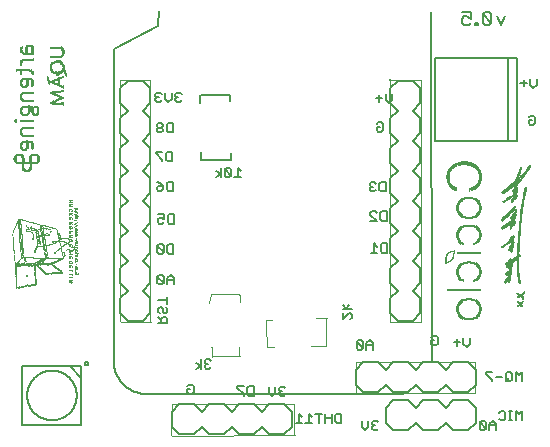
<source format=gbr>
G04 EAGLE Gerber X2 export*
%TF.Part,Single*%
%TF.FileFunction,Legend,Bot,1*%
%TF.FilePolarity,Positive*%
%TF.GenerationSoftware,Autodesk,EAGLE,8.6.0*%
%TF.CreationDate,2018-11-20T05:11:35Z*%
G75*
%MOMM*%
%FSLAX34Y34*%
%LPD*%
%AMOC8*
5,1,8,0,0,1.08239X$1,22.5*%
G01*
%ADD10R,0.012700X0.254000*%
%ADD11R,0.012700X0.368300*%
%ADD12R,0.012700X0.431800*%
%ADD13R,0.012700X0.495300*%
%ADD14R,0.012700X0.533400*%
%ADD15R,0.012700X0.571500*%
%ADD16R,0.012700X0.596900*%
%ADD17R,0.012700X0.419100*%
%ADD18R,0.012700X0.622300*%
%ADD19R,0.012700X0.647700*%
%ADD20R,0.012700X0.546100*%
%ADD21R,0.012700X0.673100*%
%ADD22R,0.012700X0.698500*%
%ADD23R,0.012700X0.711200*%
%ADD24R,0.012700X0.723900*%
%ADD25R,0.012700X0.685800*%
%ADD26R,0.012700X0.749300*%
%ADD27R,0.012700X0.266700*%
%ADD28R,0.012700X0.279400*%
%ADD29R,0.012700X0.241300*%
%ADD30R,0.012700X0.228600*%
%ADD31R,0.012700X0.215900*%
%ADD32R,0.012700X0.190500*%
%ADD33R,0.012700X0.203200*%
%ADD34R,0.012700X0.292100*%
%ADD35R,0.012700X0.177800*%
%ADD36R,0.012700X0.165100*%
%ADD37R,0.012700X0.152400*%
%ADD38R,0.012700X0.139700*%
%ADD39R,0.012700X0.127000*%
%ADD40R,0.012700X0.050800*%
%ADD41R,0.012700X0.101600*%
%ADD42R,0.012700X0.609600*%
%ADD43R,0.012700X0.317500*%
%ADD44R,0.012700X0.330200*%
%ADD45R,0.012700X0.482600*%
%ADD46R,0.012700X0.635000*%
%ADD47R,0.012700X0.558800*%
%ADD48R,0.012700X0.736600*%
%ADD49R,0.012700X0.342900*%
%ADD50R,0.012700X0.584200*%
%ADD51R,0.012700X0.355600*%
%ADD52R,0.012700X0.762000*%
%ADD53R,0.012700X0.774700*%
%ADD54R,0.012700X0.381000*%
%ADD55R,0.012700X0.787400*%
%ADD56R,0.012700X0.393700*%
%ADD57R,0.012700X0.406400*%
%ADD58R,0.012700X0.800100*%
%ADD59R,0.012700X0.660400*%
%ADD60R,0.012700X1.206500*%
%ADD61R,0.012700X0.076200*%
%ADD62R,0.012700X1.244600*%
%ADD63R,0.012700X0.012700*%
%ADD64R,0.012700X1.257300*%
%ADD65R,0.012700X1.270000*%
%ADD66R,0.012700X1.295400*%
%ADD67R,0.012700X1.282700*%
%ADD68R,0.012700X0.520700*%
%ADD69R,0.012700X0.304800*%
%ADD70R,0.012700X0.025400*%
%ADD71R,0.012700X0.457200*%
%ADD72R,0.012700X0.469900*%
%ADD73R,0.017781X0.053338*%
%ADD74R,0.017775X0.444500*%
%ADD75R,0.017781X0.640081*%
%ADD76R,0.017781X0.355600*%
%ADD77R,0.017781X0.337819*%
%ADD78R,0.017775X0.782319*%
%ADD79R,0.017775X0.533400*%
%ADD80R,0.017775X0.515619*%
%ADD81R,0.017781X0.906775*%
%ADD82R,0.017781X0.231138*%
%ADD83R,0.017781X0.657856*%
%ADD84R,0.017781X0.213356*%
%ADD85R,0.017781X0.995681*%
%ADD86R,0.017781X0.746762*%
%ADD87R,0.017781X0.728981*%
%ADD88R,0.017781X0.746756*%
%ADD89R,0.017775X1.084575*%
%ADD90R,0.017775X0.835656*%
%ADD91R,0.017775X0.817881*%
%ADD92R,0.017775X0.231138*%
%ADD93R,0.017775X0.213356*%
%ADD94R,0.017781X1.155700*%
%ADD95R,0.017781X0.906781*%
%ADD96R,0.017781X0.889000*%
%ADD97R,0.017775X1.226819*%
%ADD98R,0.017775X0.960119*%
%ADD99R,0.017781X1.297937*%
%ADD100R,0.017781X1.031238*%
%ADD101R,0.017781X1.013456*%
%ADD102R,0.017781X1.351281*%
%ADD103R,0.017781X1.102363*%
%ADD104R,0.017781X1.066800*%
%ADD105R,0.017781X1.102356*%
%ADD106R,0.017775X1.422400*%
%ADD107R,0.017775X1.137919*%
%ADD108R,0.017775X1.120138*%
%ADD109R,0.017781X0.551181*%
%ADD110R,0.017781X0.497838*%
%ADD111R,0.017781X0.426719*%
%ADD112R,0.017781X0.444500*%
%ADD113R,0.017781X0.408938*%
%ADD114R,0.017775X0.480056*%
%ADD115R,0.017775X0.391156*%
%ADD116R,0.017775X0.373375*%
%ADD117R,0.017775X0.355600*%
%ADD118R,0.017781X0.320038*%
%ADD119R,0.017781X0.373381*%
%ADD120R,0.017781X0.302262*%
%ADD121R,0.017775X0.320038*%
%ADD122R,0.017775X0.284475*%
%ADD123R,0.017781X0.373375*%
%ADD124R,0.017781X0.302256*%
%ADD125R,0.017781X0.284481*%
%ADD126R,0.017781X0.266700*%
%ADD127R,0.017775X0.373381*%
%ADD128R,0.017775X0.302256*%
%ADD129R,0.017775X0.248919*%
%ADD130R,0.017775X0.266700*%
%ADD131R,0.017781X0.248919*%
%ADD132R,0.017781X0.284475*%
%ADD133R,0.017775X0.284481*%
%ADD134R,0.017775X0.302262*%
%ADD135R,0.017775X0.213363*%
%ADD136R,0.017781X0.213363*%
%ADD137R,0.017775X0.337819*%
%ADD138R,0.017781X0.391156*%
%ADD139R,0.017781X0.391163*%
%ADD140R,0.017775X0.462281*%
%ADD141R,0.017775X0.462275*%
%ADD142R,0.017775X0.426719*%
%ADD143R,0.017781X1.137919*%
%ADD144R,0.017781X1.120138*%
%ADD145R,0.017781X1.084575*%
%ADD146R,0.017775X1.013456*%
%ADD147R,0.017775X1.031238*%
%ADD148R,0.017781X0.960119*%
%ADD149R,0.017775X0.889000*%
%ADD150R,0.017781X0.817881*%
%ADD151R,0.017781X0.817875*%
%ADD152R,0.017781X0.728975*%
%ADD153R,0.017775X0.640081*%
%ADD154R,0.017775X0.640075*%
%ADD155R,0.017775X0.622300*%
%ADD156R,0.017781X0.017781*%
%ADD157R,0.017775X0.053338*%
%ADD158R,0.017781X0.106681*%
%ADD159R,0.017781X0.160019*%
%ADD160R,0.017775X0.195575*%
%ADD161R,0.017781X0.088900*%
%ADD162R,0.017775X0.088900*%
%ADD163R,0.017781X0.071119*%
%ADD164R,0.017775X0.071119*%
%ADD165R,0.017775X0.408938*%
%ADD166R,0.017781X0.462281*%
%ADD167R,0.017781X1.422400*%
%ADD168R,0.017775X1.315719*%
%ADD169R,0.017781X1.244600*%
%ADD170R,0.017775X1.173481*%
%ADD171R,0.017775X0.906781*%
%ADD172R,0.017775X0.675638*%
%ADD173R,0.017781X0.515619*%
%ADD174R,0.017781X0.124456*%
%ADD175R,0.017781X0.462275*%
%ADD176R,0.017781X0.586738*%
%ADD177R,0.005081X0.020319*%
%ADD178R,0.005081X0.060956*%
%ADD179R,0.005075X0.106681*%
%ADD180R,0.005081X0.147319*%
%ADD181R,0.005075X0.193038*%
%ADD182R,0.005081X0.243838*%
%ADD183R,0.005081X0.005081*%
%ADD184R,0.005081X0.340356*%
%ADD185R,0.005075X0.391163*%
%ADD186R,0.005081X0.401319*%
%ADD187R,0.005075X0.401319*%
%ADD188R,0.005081X0.396238*%
%ADD189R,0.005075X0.396238*%
%ADD190R,0.005081X0.391163*%
%ADD191R,0.005075X0.391156*%
%ADD192R,0.005081X0.386081*%
%ADD193R,0.005081X0.386075*%
%ADD194R,0.005075X0.381000*%
%ADD195R,0.005081X0.381000*%
%ADD196R,0.005081X0.375919*%
%ADD197R,0.005075X0.370838*%
%ADD198R,0.005081X0.365762*%
%ADD199R,0.005075X0.365756*%
%ADD200R,0.005081X0.365756*%
%ADD201R,0.005081X0.360675*%
%ADD202R,0.005075X0.360675*%
%ADD203R,0.005081X0.355600*%
%ADD204R,0.005075X0.355600*%
%ADD205R,0.005081X0.350519*%
%ADD206R,0.005075X0.350519*%
%ADD207R,0.005075X0.345438*%
%ADD208R,0.005081X0.345438*%
%ADD209R,0.005075X0.340356*%
%ADD210R,0.005081X0.340363*%
%ADD211R,0.005075X0.121919*%
%ADD212R,0.005075X0.447038*%
%ADD213R,0.005081X0.213363*%
%ADD214R,0.005081X0.447038*%
%ADD215R,0.005075X0.274319*%
%ADD216R,0.005081X0.320038*%
%ADD217R,0.005081X0.426719*%
%ADD218R,0.005081X0.360681*%
%ADD219R,0.005081X0.177800*%
%ADD220R,0.005081X0.259081*%
%ADD221R,0.005081X0.071119*%
%ADD222R,0.005081X0.254000*%
%ADD223R,0.005075X0.467356*%
%ADD224R,0.005075X0.177800*%
%ADD225R,0.005075X0.254000*%
%ADD226R,0.005075X0.076200*%
%ADD227R,0.005075X0.259075*%
%ADD228R,0.005081X0.502919*%
%ADD229R,0.005081X0.259075*%
%ADD230R,0.005081X0.172719*%
%ADD231R,0.005081X0.081281*%
%ADD232R,0.005075X0.452119*%
%ADD233R,0.005075X0.533400*%
%ADD234R,0.005075X0.248919*%
%ADD235R,0.005075X0.172719*%
%ADD236R,0.005075X0.086356*%
%ADD237R,0.005081X0.482600*%
%ADD238R,0.005081X0.558800*%
%ADD239R,0.005081X0.091438*%
%ADD240R,0.005081X0.584200*%
%ADD241R,0.005081X0.248919*%
%ADD242R,0.005081X0.096519*%
%ADD243R,0.005075X0.528319*%
%ADD244R,0.005075X0.614681*%
%ADD245R,0.005075X0.101600*%
%ADD246R,0.005081X0.543556*%
%ADD247R,0.005081X0.635000*%
%ADD248R,0.005081X0.101600*%
%ADD249R,0.005075X0.563881*%
%ADD250R,0.005075X0.655319*%
%ADD251R,0.005081X0.670556*%
%ADD252R,0.005081X0.111763*%
%ADD253R,0.005081X0.599438*%
%ADD254R,0.005081X0.690881*%
%ADD255R,0.005081X0.116838*%
%ADD256R,0.005075X0.619762*%
%ADD257R,0.005075X0.711200*%
%ADD258R,0.005075X0.116838*%
%ADD259R,0.005081X0.619756*%
%ADD260R,0.005081X0.010156*%
%ADD261R,0.005081X0.721356*%
%ADD262R,0.005081X0.127000*%
%ADD263R,0.005075X0.650238*%
%ADD264R,0.005075X0.741681*%
%ADD265R,0.005075X0.243838*%
%ADD266R,0.005075X0.127000*%
%ADD267R,0.005075X0.259081*%
%ADD268R,0.005081X0.655319*%
%ADD269R,0.005081X0.010162*%
%ADD270R,0.005081X0.756919*%
%ADD271R,0.005081X0.132075*%
%ADD272R,0.005081X0.680719*%
%ADD273R,0.005081X0.325119*%
%ADD274R,0.005081X0.167637*%
%ADD275R,0.005081X0.137156*%
%ADD276R,0.005075X0.690881*%
%ADD277R,0.005075X0.325119*%
%ADD278R,0.005075X0.304800*%
%ADD279R,0.005075X0.167637*%
%ADD280R,0.005075X0.142238*%
%ADD281R,0.005081X0.706119*%
%ADD282R,0.005081X0.289563*%
%ADD283R,0.005075X0.716281*%
%ADD284R,0.005075X0.309875*%
%ADD285R,0.005075X0.284481*%
%ADD286R,0.005075X0.152400*%
%ADD287R,0.005081X0.726438*%
%ADD288R,0.005081X0.299719*%
%ADD289R,0.005081X0.279400*%
%ADD290R,0.005081X0.157481*%
%ADD291R,0.005081X0.741681*%
%ADD292R,0.005081X0.269238*%
%ADD293R,0.005075X0.299719*%
%ADD294R,0.005075X0.294637*%
%ADD295R,0.005075X0.269238*%
%ADD296R,0.005081X0.289556*%
%ADD297R,0.005081X0.264156*%
%ADD298R,0.005075X0.314963*%
%ADD299R,0.005081X0.304800*%
%ADD300R,0.005081X0.182875*%
%ADD301R,0.005081X0.294637*%
%ADD302R,0.005081X0.005075*%
%ADD303R,0.005081X0.187956*%
%ADD304R,0.005075X0.289556*%
%ADD305R,0.005075X0.238756*%
%ADD306R,0.005075X0.279400*%
%ADD307R,0.005075X0.187956*%
%ADD308R,0.005081X0.284481*%
%ADD309R,0.005081X0.238756*%
%ADD310R,0.005081X0.274319*%
%ADD311R,0.005081X0.198119*%
%ADD312R,0.005075X0.233681*%
%ADD313R,0.005075X0.198119*%
%ADD314R,0.005081X0.228600*%
%ADD315R,0.005081X0.203200*%
%ADD316R,0.005081X0.208281*%
%ADD317R,0.005075X0.223519*%
%ADD318R,0.005075X0.213356*%
%ADD319R,0.005081X0.223519*%
%ADD320R,0.005081X0.218438*%
%ADD321R,0.005075X0.264156*%
%ADD322R,0.005081X0.213356*%
%ADD323R,0.005081X0.233675*%
%ADD324R,0.005075X0.213363*%
%ADD325R,0.005081X0.162556*%
%ADD326R,0.005075X0.264163*%
%ADD327R,0.005081X0.208275*%
%ADD328R,0.005075X0.208275*%
%ADD329R,0.005075X0.208281*%
%ADD330R,0.005075X0.203200*%
%ADD331R,0.005075X0.162556*%
%ADD332R,0.005081X0.238763*%
%ADD333R,0.005081X0.309881*%
%ADD334R,0.005075X0.330200*%
%ADD335R,0.005081X0.335281*%
%ADD336R,0.005075X0.162562*%
%ADD337R,0.005075X0.005075*%
%ADD338R,0.005075X0.157475*%
%ADD339R,0.005081X0.162562*%
%ADD340R,0.005081X0.157475*%
%ADD341R,0.005075X0.360681*%
%ADD342R,0.005081X0.370838*%
%ADD343R,0.005075X0.817881*%
%ADD344R,0.005075X0.157481*%
%ADD345R,0.005081X0.812800*%
%ADD346R,0.005075X0.807719*%
%ADD347R,0.005075X0.386081*%
%ADD348R,0.005081X0.807719*%
%ADD349R,0.005081X0.391156*%
%ADD350R,0.005081X0.193038*%
%ADD351R,0.005081X0.797563*%
%ADD352R,0.005075X0.797563*%
%ADD353R,0.005075X0.228600*%
%ADD354R,0.005081X0.792481*%
%ADD355R,0.005075X0.787400*%
%ADD356R,0.005081X0.782319*%
%ADD357R,0.005081X0.777238*%
%ADD358R,0.005075X0.777238*%
%ADD359R,0.005081X0.772156*%
%ADD360R,0.005075X0.767081*%
%ADD361R,0.005081X0.762000*%
%ADD362R,0.005081X0.152400*%
%ADD363R,0.005075X0.751838*%
%ADD364R,0.005081X0.746762*%
%ADD365R,0.005081X0.736600*%
%ADD366R,0.005081X0.731519*%
%ADD367R,0.005075X0.731519*%
%ADD368R,0.005075X0.238763*%
%ADD369R,0.005075X0.218438*%
%ADD370R,0.005081X0.233681*%
%ADD371R,0.005075X0.233675*%
%ADD372R,0.005081X0.142238*%
%ADD373R,0.005075X0.147319*%
%ADD374R,0.005081X0.137162*%
%ADD375R,0.005075X0.137156*%
%ADD376R,0.005075X0.375919*%
%ADD377R,0.005075X0.335281*%
%ADD378R,0.005081X0.330200*%
%ADD379R,0.005075X0.132081*%
%ADD380R,0.005075X0.314956*%
%ADD381R,0.005075X0.005081*%
%ADD382R,0.005081X0.314956*%
%ADD383R,0.005075X0.132075*%
%ADD384R,0.005081X0.309875*%
%ADD385R,0.005081X0.132081*%
%ADD386R,0.005075X0.289563*%
%ADD387R,0.005081X0.284475*%
%ADD388R,0.005075X0.284475*%
%ADD389R,0.005075X0.010156*%
%ADD390R,0.005081X0.264163*%
%ADD391R,0.005075X0.182881*%
%ADD392R,0.005081X0.182881*%
%ADD393R,0.005075X0.675638*%
%ADD394R,0.005081X0.675638*%
%ADD395R,0.005081X0.187963*%
%ADD396R,0.005075X0.635000*%
%ADD397R,0.005081X0.614675*%
%ADD398R,0.005075X0.594356*%
%ADD399R,0.005081X0.563875*%
%ADD400R,0.005081X0.523238*%
%ADD401R,0.005075X0.492756*%
%ADD402R,0.005081X0.462275*%
%ADD403R,0.005075X0.426719*%
%ADD404R,0.005081X0.121919*%
%ADD405R,0.005075X0.035556*%
%ADD406R,0.005081X0.066037*%
%ADD407R,0.005075X0.335275*%
%ADD408C,0.177800*%
%ADD409C,0.127000*%
%ADD410C,0.101600*%
%ADD411C,0.152400*%
%ADD412R,0.025400X0.101600*%
%ADD413R,0.025400X0.152400*%
%ADD414R,0.025400X0.203200*%
%ADD415R,0.025400X0.228600*%
%ADD416R,0.025400X0.279400*%
%ADD417R,0.025400X0.304800*%
%ADD418R,0.025400X0.330200*%
%ADD419R,0.025400X0.127000*%
%ADD420R,0.025400X0.406400*%
%ADD421R,0.025400X0.533400*%
%ADD422R,0.025400X0.635000*%
%ADD423R,0.025400X0.736600*%
%ADD424R,0.025400X0.838200*%
%ADD425R,0.025400X0.355600*%
%ADD426R,0.025400X0.787400*%
%ADD427R,0.025400X0.177800*%
%ADD428R,0.025400X0.762000*%
%ADD429R,0.025400X0.381000*%
%ADD430R,0.025400X0.812800*%
%ADD431R,0.025400X0.254000*%
%ADD432R,0.025400X0.050800*%
%ADD433R,0.025400X0.863600*%
%ADD434R,0.025400X0.914400*%
%ADD435R,0.025400X0.990600*%
%ADD436R,0.025400X1.143000*%
%ADD437R,0.025400X0.431800*%
%ADD438R,0.025400X1.244600*%
%ADD439R,0.025400X1.371600*%
%ADD440R,0.025400X1.447800*%
%ADD441R,0.025400X1.473200*%
%ADD442R,0.025400X1.524000*%
%ADD443R,0.025400X1.549400*%
%ADD444R,0.025400X1.574800*%
%ADD445R,0.025400X0.482600*%
%ADD446R,0.025400X1.676400*%
%ADD447R,0.025400X0.685800*%
%ADD448R,0.025400X0.076200*%
%ADD449R,0.025400X2.108200*%
%ADD450R,0.025400X4.445000*%
%ADD451R,0.025400X0.584200*%
%ADD452R,0.025400X4.064000*%
%ADD453R,0.025400X0.889000*%
%ADD454R,0.025400X3.479800*%
%ADD455R,0.025400X2.946400*%
%ADD456R,0.025400X2.336800*%
%ADD457R,0.025400X1.320800*%
%ADD458R,0.025400X0.025400*%
%ADD459R,0.025400X1.346200*%
%ADD460R,0.025400X1.295400*%
%ADD461R,0.025400X1.600200*%
%ADD462R,0.025400X0.660400*%
%ADD463R,0.025400X0.508000*%
%ADD464R,0.025400X0.558800*%
%ADD465R,0.025400X0.711200*%
%ADD466R,0.025400X0.457200*%
%ADD467R,0.025400X1.041400*%
%ADD468R,0.025400X0.609600*%
%ADD469R,0.025400X1.066800*%
%ADD470R,0.025400X1.092200*%
%ADD471R,0.025400X1.397000*%
%ADD472R,0.025400X1.117600*%
%ADD473R,0.025400X1.625600*%
%ADD474R,0.025400X1.016000*%
%ADD475R,0.025400X1.219200*%
%ADD476R,0.025400X1.270000*%
%ADD477C,0.203200*%


D10*
X44450Y237528D03*
D11*
X44323Y237592D03*
D12*
X44196Y237528D03*
D13*
X44069Y237592D03*
D14*
X43942Y237528D03*
D15*
X43815Y237592D03*
D16*
X43688Y237592D03*
D17*
X43561Y278232D03*
D18*
X43561Y237592D03*
D13*
X43434Y278232D03*
D19*
X43434Y237592D03*
D20*
X43307Y278232D03*
D21*
X43307Y237592D03*
D16*
X43180Y278232D03*
D22*
X43180Y237592D03*
D18*
X43053Y278232D03*
D23*
X43053Y237528D03*
D19*
X42926Y278232D03*
D24*
X42926Y237592D03*
D25*
X42799Y278168D03*
D26*
X42799Y237592D03*
D22*
X42672Y278232D03*
D27*
X42672Y240005D03*
D28*
X42672Y235115D03*
D24*
X42545Y278232D03*
D29*
X42545Y240259D03*
D30*
X42545Y234861D03*
D26*
X42418Y278232D03*
D31*
X42418Y240386D03*
X42418Y234671D03*
D32*
X42291Y240513D03*
D33*
X42291Y234607D03*
D34*
X42164Y280645D03*
X42164Y275819D03*
D32*
X42164Y240640D03*
X42164Y234544D03*
D29*
X42037Y281026D03*
X42037Y275438D03*
D35*
X42037Y240703D03*
D32*
X42037Y234417D03*
D31*
X41910Y281153D03*
X41910Y275311D03*
D36*
X41910Y240767D03*
D35*
X41910Y234353D03*
D31*
X41783Y281280D03*
X41783Y275184D03*
D35*
X41783Y240830D03*
D36*
X41783Y234290D03*
D33*
X41656Y281343D03*
X41656Y275120D03*
D36*
X41656Y240894D03*
X41656Y234290D03*
D32*
X41529Y281407D03*
X41529Y275057D03*
D36*
X41529Y240894D03*
D37*
X41529Y234226D03*
D32*
X41402Y281534D03*
D35*
X41402Y274993D03*
D36*
X41402Y240894D03*
D37*
X41402Y234226D03*
D32*
X41275Y281534D03*
X41275Y274930D03*
D37*
X41275Y240957D03*
D36*
X41275Y234163D03*
D35*
X41148Y281597D03*
D32*
X41148Y274930D03*
D37*
X41148Y240957D03*
D36*
X41148Y234163D03*
D35*
X41021Y281597D03*
X41021Y274866D03*
D37*
X41021Y240957D03*
D36*
X41021Y234163D03*
D35*
X40894Y281597D03*
X40894Y274866D03*
D37*
X40894Y240957D03*
D36*
X40894Y234163D03*
D35*
X40767Y281597D03*
X40767Y274866D03*
D37*
X40767Y240957D03*
D36*
X40767Y234163D03*
D35*
X40640Y281597D03*
X40640Y274866D03*
D37*
X40640Y240957D03*
D36*
X40640Y234163D03*
D35*
X40513Y281597D03*
X40513Y274866D03*
D37*
X40513Y240957D03*
D36*
X40513Y234163D03*
X40386Y281661D03*
D35*
X40386Y274866D03*
D37*
X40386Y240957D03*
D36*
X40386Y234163D03*
D38*
X40259Y281661D03*
D32*
X40259Y274930D03*
D37*
X40259Y240957D03*
D36*
X40259Y234163D03*
D32*
X40132Y274930D03*
D37*
X40132Y240957D03*
D36*
X40132Y234163D03*
D35*
X40005Y274993D03*
D37*
X40005Y240957D03*
D36*
X40005Y234163D03*
D32*
X39878Y275057D03*
D37*
X39878Y240957D03*
D36*
X39878Y234163D03*
D33*
X39751Y275120D03*
D37*
X39751Y240957D03*
D36*
X39751Y234163D03*
D31*
X39624Y275184D03*
D37*
X39624Y240957D03*
D36*
X39624Y234163D03*
D31*
X39497Y275311D03*
D37*
X39497Y240957D03*
D36*
X39497Y234163D03*
D29*
X39370Y275438D03*
D37*
X39370Y240957D03*
D36*
X39370Y234163D03*
D13*
X39243Y328524D03*
D39*
X39243Y321602D03*
D40*
X39243Y310045D03*
D41*
X39243Y302171D03*
D39*
X39243Y293535D03*
X39243Y286804D03*
D13*
X39243Y276835D03*
D39*
X39243Y269278D03*
X39243Y263690D03*
X39243Y256959D03*
D41*
X39243Y248958D03*
D37*
X39243Y240957D03*
D36*
X39243Y234163D03*
D42*
X39116Y328841D03*
D36*
X39116Y321666D03*
D30*
X39116Y309918D03*
D43*
X39116Y301854D03*
D36*
X39116Y293599D03*
D35*
X39116Y286804D03*
D15*
X39116Y277216D03*
D35*
X39116Y269278D03*
D36*
X39116Y263754D03*
D35*
X39116Y256959D03*
D44*
X39116Y248704D03*
D36*
X39116Y240894D03*
X39116Y234163D03*
D19*
X38989Y329032D03*
D35*
X38989Y321602D03*
D27*
X38989Y309982D03*
D17*
X38989Y301727D03*
D35*
X38989Y293535D03*
X38989Y286804D03*
D16*
X38989Y277470D03*
D35*
X38989Y269278D03*
X38989Y263690D03*
X38989Y256959D03*
D17*
X38989Y248641D03*
D36*
X38989Y240894D03*
X38989Y234163D03*
D21*
X38862Y329159D03*
D35*
X38862Y321602D03*
D34*
X38862Y310109D03*
D45*
X38862Y301663D03*
D35*
X38862Y293535D03*
X38862Y286804D03*
D42*
X38862Y277660D03*
D35*
X38862Y269278D03*
X38862Y263690D03*
X38862Y256959D03*
D45*
X38862Y248577D03*
D36*
X38862Y240894D03*
X38862Y234163D03*
D22*
X38735Y329286D03*
D35*
X38735Y321602D03*
D43*
X38735Y310236D03*
D14*
X38735Y301663D03*
D35*
X38735Y293535D03*
X38735Y286804D03*
D18*
X38735Y277851D03*
D35*
X38735Y269278D03*
X38735Y263690D03*
X38735Y256959D03*
D20*
X38735Y248514D03*
D35*
X38735Y240830D03*
D36*
X38735Y234163D03*
D23*
X38608Y329349D03*
D35*
X38608Y321602D03*
D44*
X38608Y310299D03*
D15*
X38608Y301727D03*
D35*
X38608Y293535D03*
X38608Y286804D03*
D46*
X38608Y277914D03*
D35*
X38608Y269278D03*
X38608Y263690D03*
X38608Y256959D03*
D47*
X38608Y248577D03*
D36*
X38608Y240767D03*
X38608Y234163D03*
D48*
X38481Y329476D03*
D35*
X38481Y321602D03*
D49*
X38481Y310363D03*
D50*
X38481Y301790D03*
D35*
X38481Y293535D03*
X38481Y286804D03*
D46*
X38481Y278168D03*
D35*
X38481Y269278D03*
X38481Y263690D03*
X38481Y256959D03*
D16*
X38481Y248641D03*
D35*
X38481Y240703D03*
D36*
X38481Y234163D03*
D26*
X38354Y329540D03*
D35*
X38354Y321602D03*
D51*
X38354Y310426D03*
D16*
X38354Y301854D03*
D35*
X38354Y293535D03*
X38354Y286804D03*
D46*
X38354Y278295D03*
D35*
X38354Y269278D03*
X38354Y263690D03*
X38354Y256959D03*
D42*
X38354Y248704D03*
D32*
X38354Y240640D03*
D36*
X38354Y234163D03*
D52*
X38227Y329603D03*
D35*
X38227Y321602D03*
D11*
X38227Y310490D03*
D42*
X38227Y301917D03*
D35*
X38227Y293535D03*
X38227Y286804D03*
D46*
X38227Y278422D03*
D35*
X38227Y269278D03*
X38227Y263690D03*
X38227Y256959D03*
D18*
X38227Y248768D03*
D33*
X38227Y240576D03*
D36*
X38227Y234163D03*
D53*
X38100Y329667D03*
D35*
X38100Y321602D03*
D54*
X38100Y310553D03*
D18*
X38100Y301981D03*
D35*
X38100Y293535D03*
X38100Y286804D03*
D18*
X38100Y278613D03*
D35*
X38100Y269278D03*
X38100Y263690D03*
X38100Y256959D03*
D46*
X38100Y248831D03*
D33*
X38100Y240449D03*
D36*
X38100Y234163D03*
D55*
X37973Y329730D03*
D35*
X37973Y321602D03*
D56*
X37973Y310617D03*
D46*
X37973Y302044D03*
D35*
X37973Y293535D03*
X37973Y286804D03*
D42*
X37973Y278803D03*
D35*
X37973Y269278D03*
X37973Y263690D03*
X37973Y256959D03*
D19*
X37973Y248895D03*
D31*
X37973Y240386D03*
D36*
X37973Y234163D03*
D55*
X37846Y329730D03*
D35*
X37846Y321602D03*
D57*
X37846Y310680D03*
D19*
X37846Y302108D03*
D35*
X37846Y293535D03*
X37846Y286804D03*
D15*
X37846Y278994D03*
D35*
X37846Y269278D03*
X37846Y263690D03*
X37846Y256959D03*
D19*
X37846Y248895D03*
D29*
X37846Y240132D03*
D36*
X37846Y234163D03*
D58*
X37719Y329794D03*
D35*
X37719Y321602D03*
D56*
X37719Y310744D03*
D59*
X37719Y302171D03*
D35*
X37719Y293535D03*
X37719Y286804D03*
D14*
X37719Y279311D03*
D35*
X37719Y269278D03*
X37719Y263690D03*
X37719Y256959D03*
D59*
X37719Y248958D03*
D58*
X37719Y237338D03*
D10*
X37592Y332651D03*
D35*
X37592Y326682D03*
X37592Y321602D03*
D10*
X37592Y311569D03*
X37592Y304203D03*
D36*
X37592Y299695D03*
D35*
X37592Y293535D03*
X37592Y286804D03*
D10*
X37592Y280835D03*
D35*
X37592Y269278D03*
X37592Y263690D03*
X37592Y256959D03*
D27*
X37592Y251054D03*
D37*
X37592Y246545D03*
D60*
X37592Y235179D03*
D30*
X37465Y332778D03*
D35*
X37465Y326682D03*
X37465Y321602D03*
D29*
X37465Y311760D03*
X37465Y304394D03*
D61*
X37465Y299250D03*
D35*
X37465Y293535D03*
X37465Y286804D03*
D30*
X37465Y280962D03*
D35*
X37465Y269278D03*
X37465Y263690D03*
X37465Y256959D03*
D30*
X37465Y251244D03*
D61*
X37465Y246164D03*
D62*
X37465Y234988D03*
D31*
X37338Y332969D03*
D35*
X37338Y326682D03*
X37338Y321602D03*
D31*
X37338Y311887D03*
X37338Y304521D03*
D35*
X37338Y293535D03*
X37338Y286804D03*
D30*
X37338Y281089D03*
D35*
X37338Y269278D03*
X37338Y263690D03*
X37338Y256959D03*
D30*
X37338Y251371D03*
D63*
X37338Y245974D03*
D64*
X37338Y234798D03*
D33*
X37211Y333032D03*
D35*
X37211Y326682D03*
X37211Y321602D03*
D33*
X37211Y311950D03*
D31*
X37211Y304648D03*
D35*
X37211Y293535D03*
X37211Y286804D03*
D33*
X37211Y281216D03*
D35*
X37211Y269278D03*
X37211Y263690D03*
X37211Y256959D03*
D33*
X37211Y251498D03*
D65*
X37211Y234607D03*
D33*
X37084Y333159D03*
D35*
X37084Y326682D03*
X37084Y321602D03*
D33*
X37084Y312077D03*
X37084Y304711D03*
D35*
X37084Y293535D03*
X37084Y286804D03*
D33*
X37084Y281343D03*
D35*
X37084Y269278D03*
X37084Y263690D03*
X37084Y256959D03*
D32*
X37084Y251562D03*
D66*
X37084Y234480D03*
D33*
X36957Y333159D03*
D35*
X36957Y326682D03*
X36957Y321602D03*
D32*
X36957Y312141D03*
X36957Y304775D03*
D35*
X36957Y293535D03*
X36957Y286804D03*
D33*
X36957Y281343D03*
D35*
X36957Y269278D03*
X36957Y263690D03*
X36957Y256959D03*
D33*
X36957Y251625D03*
D66*
X36957Y234353D03*
D32*
X36830Y333223D03*
D35*
X36830Y326682D03*
X36830Y321602D03*
D32*
X36830Y312141D03*
X36830Y304902D03*
D35*
X36830Y293535D03*
X36830Y286804D03*
D32*
X36830Y281407D03*
D35*
X36830Y269278D03*
X36830Y263690D03*
X36830Y256959D03*
D32*
X36830Y251689D03*
D66*
X36830Y234226D03*
D35*
X36703Y333286D03*
X36703Y326682D03*
X36703Y321602D03*
D32*
X36703Y312268D03*
X36703Y304902D03*
D35*
X36703Y293535D03*
X36703Y286804D03*
D32*
X36703Y281534D03*
D35*
X36703Y269278D03*
X36703Y263690D03*
X36703Y256959D03*
X36703Y251752D03*
D67*
X36703Y234036D03*
D32*
X36576Y333350D03*
D35*
X36576Y326682D03*
X36576Y321602D03*
D32*
X36576Y312268D03*
D35*
X36576Y304965D03*
X36576Y293535D03*
X36576Y286804D03*
D32*
X36576Y281534D03*
D35*
X36576Y269278D03*
X36576Y263690D03*
X36576Y256959D03*
D32*
X36576Y251816D03*
D67*
X36576Y233909D03*
D32*
X36449Y333350D03*
D35*
X36449Y326682D03*
X36449Y321602D03*
X36449Y312331D03*
X36449Y304965D03*
X36449Y293535D03*
X36449Y286804D03*
X36449Y281597D03*
X36449Y269278D03*
X36449Y263690D03*
X36449Y256959D03*
D32*
X36449Y251816D03*
D67*
X36449Y233782D03*
D35*
X36322Y333413D03*
X36322Y326682D03*
X36322Y321602D03*
X36322Y312331D03*
D32*
X36322Y305029D03*
D35*
X36322Y293535D03*
X36322Y286804D03*
X36322Y281597D03*
X36322Y269278D03*
X36322Y263690D03*
X36322Y256959D03*
X36322Y251879D03*
D65*
X36322Y233591D03*
D35*
X36195Y333413D03*
X36195Y326682D03*
X36195Y321602D03*
X36195Y312331D03*
D32*
X36195Y305029D03*
D35*
X36195Y293535D03*
X36195Y286804D03*
D20*
X36195Y279756D03*
D35*
X36195Y269278D03*
X36195Y263690D03*
X36195Y256959D03*
X36195Y251879D03*
D62*
X36195Y233464D03*
D35*
X36068Y333413D03*
X36068Y326682D03*
X36068Y321602D03*
X36068Y312331D03*
X36068Y305092D03*
X36068Y293535D03*
X36068Y286804D03*
D42*
X36068Y279438D03*
D35*
X36068Y269278D03*
X36068Y263690D03*
X36068Y256959D03*
X36068Y251879D03*
D16*
X36068Y236322D03*
D34*
X36068Y228575D03*
D35*
X35941Y333413D03*
X35941Y326682D03*
X35941Y321602D03*
D32*
X35941Y312395D03*
D35*
X35941Y305092D03*
X35941Y293535D03*
X35941Y286804D03*
D19*
X35941Y279248D03*
D35*
X35941Y269278D03*
X35941Y263690D03*
X35941Y256959D03*
X35941Y251879D03*
D45*
X35941Y235877D03*
D27*
X35941Y228321D03*
D35*
X35814Y333413D03*
X35814Y326682D03*
X35814Y321602D03*
X35814Y312458D03*
X35814Y305092D03*
X35814Y293535D03*
X35814Y286804D03*
D21*
X35814Y279121D03*
D35*
X35814Y269278D03*
X35814Y263690D03*
X35814Y256959D03*
X35814Y251879D03*
X35814Y234353D03*
D29*
X35814Y228194D03*
D35*
X35687Y333413D03*
X35687Y326682D03*
X35687Y321602D03*
X35687Y312458D03*
X35687Y305092D03*
X35687Y293535D03*
X35687Y286804D03*
D22*
X35687Y278994D03*
D35*
X35687Y269278D03*
X35687Y263690D03*
X35687Y256959D03*
X35687Y251879D03*
X35687Y234353D03*
D30*
X35687Y228003D03*
D35*
X35560Y333413D03*
X35560Y326682D03*
X35560Y321602D03*
X35560Y312458D03*
X35560Y305092D03*
X35560Y293535D03*
X35560Y286804D03*
D23*
X35560Y278930D03*
D35*
X35560Y269278D03*
X35560Y263690D03*
X35560Y256959D03*
X35560Y251879D03*
X35560Y234353D03*
D31*
X35560Y227940D03*
D35*
X35433Y333413D03*
X35433Y326682D03*
X35433Y321602D03*
X35433Y312458D03*
X35433Y305092D03*
X35433Y293535D03*
X35433Y286804D03*
D24*
X35433Y278867D03*
D35*
X35433Y269278D03*
X35433Y263690D03*
X35433Y256959D03*
X35433Y251879D03*
X35433Y234353D03*
D33*
X35433Y227876D03*
D35*
X35306Y333413D03*
X35306Y326682D03*
X35306Y321602D03*
X35306Y312458D03*
X35306Y305092D03*
X35306Y293535D03*
X35306Y286804D03*
D48*
X35306Y278803D03*
D35*
X35306Y269278D03*
X35306Y263690D03*
X35306Y256959D03*
X35306Y251879D03*
X35306Y234353D03*
D33*
X35306Y227749D03*
D35*
X35179Y333413D03*
X35179Y326682D03*
X35179Y321602D03*
X35179Y312458D03*
X35179Y305092D03*
X35179Y293535D03*
X35179Y286804D03*
D52*
X35179Y278676D03*
D35*
X35179Y269278D03*
X35179Y263690D03*
X35179Y256959D03*
X35179Y251879D03*
X35179Y234353D03*
D33*
X35179Y227749D03*
D32*
X35052Y333350D03*
D35*
X35052Y326682D03*
X35052Y321602D03*
X35052Y312458D03*
X35052Y305092D03*
X35052Y293535D03*
X35052Y286804D03*
D52*
X35052Y278676D03*
D35*
X35052Y269278D03*
X35052Y263690D03*
X35052Y256959D03*
X35052Y251879D03*
X35052Y234353D03*
D32*
X35052Y227686D03*
X34925Y333350D03*
D35*
X34925Y326682D03*
X34925Y321602D03*
X34925Y312458D03*
X34925Y305092D03*
X34925Y293535D03*
X34925Y286804D03*
D53*
X34925Y278613D03*
D35*
X34925Y269278D03*
X34925Y263690D03*
X34925Y256959D03*
X34925Y251879D03*
X34925Y234353D03*
D32*
X34925Y227686D03*
X34798Y333223D03*
D35*
X34798Y326682D03*
X34798Y321602D03*
X34798Y312458D03*
X34798Y305092D03*
X34798Y293535D03*
X34798Y286804D03*
D55*
X34798Y278549D03*
D35*
X34798Y269278D03*
X34798Y263690D03*
X34798Y256959D03*
X34798Y251879D03*
X34798Y234353D03*
X34798Y227622D03*
D33*
X34671Y333159D03*
D35*
X34671Y326682D03*
X34671Y321602D03*
X34671Y312458D03*
D15*
X34671Y303124D03*
D35*
X34671Y293535D03*
X34671Y286804D03*
D58*
X34671Y278486D03*
D35*
X34671Y269278D03*
X34671Y263690D03*
X34671Y256959D03*
D15*
X34671Y249911D03*
D35*
X34671Y234353D03*
D32*
X34671Y227559D03*
D33*
X34544Y333159D03*
D35*
X34544Y326682D03*
X34544Y321602D03*
X34544Y312458D03*
D18*
X34544Y302870D03*
D35*
X34544Y293535D03*
X34544Y286804D03*
X34544Y281597D03*
D29*
X34544Y275692D03*
D35*
X34544Y269278D03*
X34544Y263690D03*
X34544Y256959D03*
D18*
X34544Y249657D03*
D35*
X34544Y234353D03*
D32*
X34544Y227559D03*
D33*
X34417Y333032D03*
D35*
X34417Y326682D03*
X34417Y321602D03*
X34417Y312458D03*
D59*
X34417Y302679D03*
D35*
X34417Y293535D03*
X34417Y286804D03*
X34417Y281597D03*
D30*
X34417Y275501D03*
D35*
X34417Y269278D03*
X34417Y263690D03*
X34417Y256959D03*
D19*
X34417Y249530D03*
D35*
X34417Y234353D03*
X34417Y227495D03*
D31*
X34290Y332969D03*
D35*
X34290Y326682D03*
X34290Y321602D03*
X34290Y312458D03*
D25*
X34290Y302552D03*
D35*
X34290Y293535D03*
X34290Y286804D03*
X34290Y281597D03*
D31*
X34290Y275438D03*
D35*
X34290Y269278D03*
X34290Y263690D03*
X34290Y256959D03*
D25*
X34290Y249339D03*
D35*
X34290Y234353D03*
X34290Y227495D03*
D30*
X34163Y332778D03*
D35*
X34163Y326682D03*
X34163Y321602D03*
X34163Y312458D03*
D23*
X34163Y302425D03*
D35*
X34163Y293535D03*
X34163Y286804D03*
X34163Y281597D03*
D31*
X34163Y275311D03*
D35*
X34163Y269278D03*
X34163Y263690D03*
X34163Y256959D03*
D22*
X34163Y249276D03*
D35*
X34163Y234353D03*
X34163Y227495D03*
D10*
X34036Y332651D03*
D35*
X34036Y326682D03*
X34036Y321602D03*
X34036Y312458D03*
D24*
X34036Y302362D03*
D35*
X34036Y293535D03*
X34036Y286804D03*
X34036Y281597D03*
D33*
X34036Y275247D03*
D35*
X34036Y269278D03*
X34036Y263690D03*
X34036Y256959D03*
D24*
X34036Y249149D03*
D35*
X34036Y234353D03*
X34036Y227495D03*
D58*
X33909Y329794D03*
D35*
X33909Y321602D03*
X33909Y312458D03*
D48*
X33909Y302298D03*
D35*
X33909Y293535D03*
X33909Y286804D03*
X33909Y281597D03*
D32*
X33909Y275184D03*
D35*
X33909Y269278D03*
X33909Y263690D03*
X33909Y256959D03*
D48*
X33909Y249085D03*
D35*
X33909Y234353D03*
X33909Y227495D03*
D55*
X33782Y329730D03*
D35*
X33782Y321602D03*
X33782Y312458D03*
D26*
X33782Y302235D03*
D35*
X33782Y293535D03*
X33782Y286804D03*
X33782Y281597D03*
D32*
X33782Y275057D03*
D35*
X33782Y269278D03*
X33782Y263690D03*
X33782Y256959D03*
D26*
X33782Y249022D03*
D35*
X33782Y234353D03*
X33782Y227495D03*
D55*
X33655Y329730D03*
D35*
X33655Y321602D03*
X33655Y312458D03*
D52*
X33655Y302171D03*
D35*
X33655Y293535D03*
X33655Y286804D03*
X33655Y281597D03*
D32*
X33655Y275057D03*
D35*
X33655Y269278D03*
X33655Y263690D03*
X33655Y256959D03*
D52*
X33655Y248958D03*
D35*
X33655Y234353D03*
X33655Y227495D03*
D53*
X33528Y329667D03*
D35*
X33528Y321602D03*
X33528Y312458D03*
D53*
X33528Y302108D03*
D35*
X33528Y293535D03*
X33528Y286804D03*
X33528Y281597D03*
X33528Y274993D03*
X33528Y269278D03*
X33528Y263690D03*
X33528Y256959D03*
D53*
X33528Y248895D03*
D35*
X33528Y234353D03*
X33528Y227495D03*
D52*
X33401Y329603D03*
D35*
X33401Y321602D03*
X33401Y312458D03*
D55*
X33401Y302044D03*
D35*
X33401Y293535D03*
X33401Y286804D03*
X33401Y281597D03*
X33401Y274993D03*
X33401Y269278D03*
X33401Y263690D03*
X33401Y256959D03*
D55*
X33401Y248831D03*
D35*
X33401Y234353D03*
X33401Y227495D03*
D26*
X33274Y329540D03*
D35*
X33274Y321602D03*
X33274Y312458D03*
D58*
X33274Y301981D03*
D35*
X33274Y293535D03*
X33274Y286804D03*
X33274Y281597D03*
D32*
X33274Y274930D03*
D35*
X33274Y269278D03*
X33274Y263690D03*
X33274Y256959D03*
D55*
X33274Y248831D03*
D35*
X33274Y234353D03*
X33274Y227495D03*
D48*
X33147Y329476D03*
D35*
X33147Y321602D03*
X33147Y312458D03*
D58*
X33147Y301981D03*
D35*
X33147Y293535D03*
X33147Y286804D03*
X33147Y281597D03*
X33147Y274866D03*
X33147Y269278D03*
X33147Y263690D03*
X33147Y256959D03*
D58*
X33147Y248768D03*
D35*
X33147Y234353D03*
X33147Y227495D03*
D23*
X33020Y329349D03*
D35*
X33020Y321602D03*
X33020Y312458D03*
X33020Y305092D03*
D29*
X33020Y299060D03*
D35*
X33020Y293535D03*
X33020Y286804D03*
X33020Y281597D03*
X33020Y274866D03*
X33020Y269278D03*
X33020Y263690D03*
X33020Y256959D03*
X33020Y251879D03*
D29*
X33020Y245847D03*
D35*
X33020Y234353D03*
X33020Y227495D03*
D22*
X32893Y329286D03*
D35*
X32893Y321602D03*
X32893Y312458D03*
X32893Y305092D03*
D30*
X32893Y298869D03*
D35*
X32893Y293535D03*
X32893Y286804D03*
X32893Y281597D03*
X32893Y274866D03*
X32893Y269278D03*
X32893Y263690D03*
X32893Y256959D03*
X32893Y251879D03*
D30*
X32893Y245783D03*
D35*
X32893Y234353D03*
X32893Y227495D03*
D21*
X32766Y329159D03*
D35*
X32766Y321602D03*
X32766Y312458D03*
X32766Y305092D03*
D31*
X32766Y298806D03*
D35*
X32766Y293535D03*
X32766Y286804D03*
X32766Y281597D03*
X32766Y274866D03*
X32766Y269278D03*
X32766Y263690D03*
X32766Y256959D03*
X32766Y251879D03*
D31*
X32766Y245593D03*
D35*
X32766Y234353D03*
X32766Y227495D03*
D19*
X32639Y329032D03*
D35*
X32639Y321602D03*
X32639Y312458D03*
X32639Y305092D03*
D31*
X32639Y298679D03*
D35*
X32639Y293535D03*
X32639Y286804D03*
X32639Y281597D03*
X32639Y274866D03*
X32639Y269278D03*
X32639Y263690D03*
X32639Y256959D03*
X32639Y251879D03*
D33*
X32639Y245529D03*
D35*
X32639Y234353D03*
X32639Y227495D03*
D42*
X32512Y328841D03*
D35*
X32512Y321602D03*
X32512Y312458D03*
X32512Y305092D03*
D33*
X32512Y298615D03*
D35*
X32512Y293535D03*
X32512Y286804D03*
X32512Y281597D03*
X32512Y274866D03*
X32512Y269278D03*
X32512Y263690D03*
X32512Y256959D03*
X32512Y251879D03*
D32*
X32512Y245466D03*
D35*
X32512Y234353D03*
D32*
X32512Y227559D03*
D68*
X32385Y328397D03*
D35*
X32385Y321602D03*
X32385Y312458D03*
X32385Y305092D03*
D32*
X32385Y298552D03*
D35*
X32385Y293535D03*
X32385Y286804D03*
X32385Y281597D03*
X32385Y274866D03*
X32385Y269278D03*
X32385Y263690D03*
X32385Y256959D03*
X32385Y251879D03*
D33*
X32385Y245402D03*
D35*
X32385Y234353D03*
D32*
X32385Y227559D03*
D35*
X32258Y326682D03*
X32258Y321602D03*
X32258Y312458D03*
X32258Y305092D03*
D32*
X32258Y298552D03*
D35*
X32258Y293535D03*
X32258Y286804D03*
X32258Y281597D03*
X32258Y274866D03*
X32258Y269278D03*
X32258Y263690D03*
X32258Y256959D03*
X32258Y251879D03*
D32*
X32258Y245339D03*
D35*
X32258Y234353D03*
X32258Y227622D03*
X32131Y326682D03*
X32131Y321602D03*
X32131Y312458D03*
X32131Y305092D03*
D32*
X32131Y298425D03*
D35*
X32131Y293535D03*
X32131Y286804D03*
X32131Y281597D03*
X32131Y274866D03*
X32131Y269278D03*
X32131Y263690D03*
X32131Y256959D03*
X32131Y251879D03*
X32131Y245275D03*
X32131Y234353D03*
D32*
X32131Y227686D03*
D35*
X32004Y326682D03*
X32004Y321602D03*
X32004Y312458D03*
X32004Y305092D03*
D32*
X32004Y298425D03*
D35*
X32004Y293535D03*
X32004Y286804D03*
X32004Y281597D03*
X32004Y274866D03*
X32004Y269278D03*
X32004Y263690D03*
X32004Y256959D03*
X32004Y251879D03*
D32*
X32004Y245212D03*
D35*
X32004Y234353D03*
D32*
X32004Y227686D03*
D35*
X31877Y326682D03*
X31877Y321602D03*
X31877Y312458D03*
X31877Y305092D03*
X31877Y298361D03*
X31877Y293535D03*
X31877Y286804D03*
X31877Y281597D03*
X31877Y274866D03*
X31877Y269278D03*
X31877Y263690D03*
X31877Y256959D03*
X31877Y251879D03*
D32*
X31877Y245212D03*
D35*
X31877Y234353D03*
D33*
X31877Y227749D03*
D35*
X31750Y326682D03*
X31750Y321602D03*
X31750Y312458D03*
X31750Y305092D03*
X31750Y298361D03*
X31750Y293535D03*
X31750Y286804D03*
X31750Y281597D03*
X31750Y274866D03*
X31750Y269278D03*
X31750Y263690D03*
X31750Y256959D03*
X31750Y251879D03*
X31750Y245148D03*
X31750Y234353D03*
D31*
X31750Y227813D03*
D35*
X31623Y326682D03*
X31623Y321602D03*
X31623Y312458D03*
X31623Y305092D03*
X31623Y298361D03*
X31623Y293535D03*
X31623Y286804D03*
X31623Y281597D03*
X31623Y274866D03*
X31623Y269278D03*
X31623Y263690D03*
X31623Y256959D03*
X31623Y251879D03*
X31623Y245148D03*
X31623Y234353D03*
D33*
X31623Y227876D03*
D35*
X31496Y326682D03*
X31496Y321602D03*
X31496Y312458D03*
X31496Y305092D03*
X31496Y298361D03*
X31496Y293535D03*
X31496Y286804D03*
X31496Y281597D03*
X31496Y274866D03*
X31496Y269278D03*
X31496Y263690D03*
X31496Y256959D03*
X31496Y251879D03*
X31496Y245148D03*
X31496Y234353D03*
D31*
X31496Y227940D03*
D35*
X31369Y326682D03*
X31369Y321602D03*
X31369Y312458D03*
X31369Y305092D03*
D32*
X31369Y298298D03*
D35*
X31369Y293535D03*
X31369Y286804D03*
X31369Y281597D03*
X31369Y274866D03*
X31369Y269278D03*
X31369Y263690D03*
X31369Y256959D03*
X31369Y251879D03*
X31369Y245148D03*
X31369Y234353D03*
D29*
X31369Y228067D03*
D35*
X31242Y326682D03*
X31242Y321602D03*
X31242Y312458D03*
X31242Y305092D03*
D32*
X31242Y298298D03*
D35*
X31242Y293535D03*
X31242Y286804D03*
X31242Y281597D03*
X31242Y274866D03*
X31242Y269278D03*
X31242Y263690D03*
X31242Y256959D03*
X31242Y251879D03*
X31242Y245148D03*
X31242Y234353D03*
D29*
X31242Y228194D03*
D35*
X31115Y326682D03*
X31115Y321602D03*
X31115Y312458D03*
X31115Y305092D03*
X31115Y298361D03*
X31115Y293535D03*
X31115Y286804D03*
X31115Y281597D03*
X31115Y274866D03*
X31115Y269278D03*
X31115Y263690D03*
X31115Y256959D03*
X31115Y251879D03*
X31115Y245148D03*
D47*
X31115Y236131D03*
D27*
X31115Y228321D03*
D35*
X30988Y326682D03*
X30988Y321602D03*
X30988Y312458D03*
X30988Y305092D03*
X30988Y298361D03*
X30988Y293535D03*
X30988Y286804D03*
X30988Y281597D03*
X30988Y274866D03*
X30988Y269278D03*
X30988Y263690D03*
X30988Y256959D03*
X30988Y251879D03*
X30988Y245148D03*
D42*
X30988Y236385D03*
D69*
X30988Y228638D03*
D35*
X30861Y326682D03*
X30861Y321602D03*
X30861Y312458D03*
D32*
X30861Y305029D03*
D35*
X30861Y298361D03*
X30861Y293535D03*
X30861Y286804D03*
X30861Y281597D03*
D32*
X30861Y274930D03*
D35*
X30861Y269278D03*
X30861Y263690D03*
X30861Y256959D03*
X30861Y251879D03*
X30861Y245148D03*
D64*
X30861Y233528D03*
D32*
X30734Y326746D03*
D35*
X30734Y321602D03*
X30734Y312458D03*
X30734Y304965D03*
X30734Y298361D03*
X30734Y293535D03*
D32*
X30734Y286868D03*
D35*
X30734Y281597D03*
D32*
X30734Y274930D03*
D35*
X30734Y269278D03*
X30734Y263690D03*
D32*
X30734Y257023D03*
D35*
X30734Y251879D03*
D32*
X30734Y245212D03*
D67*
X30734Y233655D03*
D35*
X30607Y326809D03*
D32*
X30607Y321539D03*
D35*
X30607Y312458D03*
X30607Y304965D03*
X30607Y298361D03*
D32*
X30607Y293472D03*
X30607Y286868D03*
X30607Y281534D03*
D35*
X30607Y274993D03*
X30607Y269278D03*
D32*
X30607Y263627D03*
X30607Y257023D03*
X30607Y251816D03*
X30607Y245212D03*
D67*
X30607Y233782D03*
D35*
X30480Y326809D03*
D32*
X30480Y321539D03*
D35*
X30480Y312458D03*
D32*
X30480Y304902D03*
X30480Y298425D03*
X30480Y293472D03*
D35*
X30480Y286931D03*
D32*
X30480Y281534D03*
D35*
X30480Y274993D03*
X30480Y269278D03*
D32*
X30480Y263627D03*
D35*
X30480Y257086D03*
D32*
X30480Y251816D03*
D35*
X30480Y245275D03*
D66*
X30480Y233972D03*
D32*
X30353Y326873D03*
X30353Y321412D03*
D35*
X30353Y312458D03*
D32*
X30353Y304902D03*
X30353Y298425D03*
X30353Y293345D03*
X30353Y286995D03*
D35*
X30353Y281470D03*
D32*
X30353Y275057D03*
D35*
X30353Y269278D03*
D32*
X30353Y263500D03*
X30353Y257150D03*
X30353Y251689D03*
X30353Y245339D03*
D66*
X30353Y234099D03*
D32*
X30226Y326873D03*
X30226Y321412D03*
D35*
X30226Y312458D03*
D33*
X30226Y304838D03*
D32*
X30226Y298552D03*
X30226Y293345D03*
X30226Y286995D03*
X30226Y281407D03*
D33*
X30226Y275120D03*
D35*
X30226Y269278D03*
D32*
X30226Y263500D03*
X30226Y257150D03*
X30226Y251689D03*
X30226Y245339D03*
D66*
X30226Y234226D03*
D32*
X30099Y327000D03*
D33*
X30099Y321348D03*
D35*
X30099Y312458D03*
D32*
X30099Y304775D03*
D33*
X30099Y298615D03*
X30099Y293281D03*
D32*
X30099Y287122D03*
D33*
X30099Y281343D03*
D32*
X30099Y275184D03*
D35*
X30099Y269278D03*
D33*
X30099Y263436D03*
D32*
X30099Y257277D03*
D33*
X30099Y251625D03*
D32*
X30099Y245466D03*
D66*
X30099Y234353D03*
D33*
X29972Y327063D03*
X29972Y321221D03*
D35*
X29972Y312458D03*
D33*
X29972Y304711D03*
D31*
X29972Y298679D03*
D33*
X29972Y293154D03*
X29972Y287185D03*
X29972Y281343D03*
X29972Y275247D03*
D35*
X29972Y269278D03*
D33*
X29972Y263309D03*
X29972Y257340D03*
X29972Y251498D03*
X29972Y245529D03*
D67*
X29972Y234544D03*
D31*
X29845Y327127D03*
X29845Y321158D03*
D35*
X29845Y312458D03*
D33*
X29845Y304584D03*
D31*
X29845Y298806D03*
X29845Y293091D03*
X29845Y287249D03*
D33*
X29845Y281216D03*
D31*
X29845Y275311D03*
D35*
X29845Y269278D03*
D31*
X29845Y263246D03*
X29845Y257404D03*
X29845Y251435D03*
X29845Y245593D03*
D67*
X29845Y234671D03*
D31*
X29718Y327254D03*
D30*
X29718Y321094D03*
D35*
X29718Y312458D03*
D30*
X29718Y304457D03*
X29718Y298869D03*
X29718Y293027D03*
D31*
X29718Y287376D03*
D30*
X29718Y281089D03*
D31*
X29718Y275438D03*
D35*
X29718Y269278D03*
D30*
X29718Y263182D03*
D31*
X29718Y257531D03*
X29718Y251308D03*
X29718Y245720D03*
D64*
X29718Y234798D03*
D70*
X29591Y332016D03*
D29*
X29591Y327381D03*
D30*
X29591Y320967D03*
D35*
X29591Y312458D03*
D30*
X29591Y304330D03*
D29*
X29591Y299060D03*
D30*
X29591Y292900D03*
D29*
X29591Y287503D03*
D30*
X29591Y280962D03*
D29*
X29591Y275565D03*
D35*
X29591Y269278D03*
D30*
X29591Y263055D03*
D29*
X29591Y257658D03*
X29591Y251181D03*
X29591Y245847D03*
D62*
X29591Y234988D03*
D39*
X29464Y331635D03*
D27*
X29464Y327635D03*
X29464Y320777D03*
D35*
X29464Y312458D03*
D28*
X29464Y304076D03*
X29464Y299250D03*
D10*
X29464Y292646D03*
D27*
X29464Y287757D03*
X29464Y280772D03*
X29464Y275819D03*
D35*
X29464Y269278D03*
D10*
X29464Y262801D03*
D27*
X29464Y257912D03*
X29464Y250927D03*
X29464Y246101D03*
D60*
X29464Y235306D03*
D50*
X29337Y329349D03*
X29337Y319062D03*
D71*
X29337Y311061D03*
D48*
X29337Y301663D03*
X29337Y290233D03*
X29337Y278295D03*
D35*
X29337Y269278D03*
D48*
X29337Y260388D03*
X29337Y248577D03*
D27*
X29337Y240005D03*
D36*
X29337Y234163D03*
D50*
X29210Y329349D03*
D15*
X29210Y318999D03*
D72*
X29210Y310998D03*
D24*
X29210Y301727D03*
X29210Y290170D03*
X29210Y278232D03*
D35*
X29210Y269278D03*
D24*
X29210Y260325D03*
X29210Y248514D03*
D30*
X29210Y240195D03*
D36*
X29210Y234163D03*
D15*
X29083Y329413D03*
X29083Y318999D03*
D72*
X29083Y310998D03*
D22*
X29083Y301727D03*
X29083Y290170D03*
X29083Y278232D03*
D35*
X29083Y269278D03*
D22*
X29083Y260325D03*
X29083Y248514D03*
D31*
X29083Y240386D03*
D36*
X29083Y234163D03*
D47*
X28956Y329476D03*
X28956Y318935D03*
D72*
X28956Y310998D03*
D25*
X28956Y301663D03*
D21*
X28956Y290170D03*
D25*
X28956Y278295D03*
D35*
X28956Y269278D03*
D21*
X28956Y260325D03*
X28956Y248514D03*
D32*
X28956Y240513D03*
D36*
X28956Y234163D03*
D20*
X28829Y329540D03*
X28829Y318872D03*
D72*
X28829Y310998D03*
D59*
X28829Y301663D03*
D19*
X28829Y290170D03*
D59*
X28829Y278295D03*
D35*
X28829Y269278D03*
D19*
X28829Y260325D03*
X28829Y248514D03*
D32*
X28829Y240640D03*
D36*
X28829Y234163D03*
D14*
X28702Y329603D03*
X28702Y318808D03*
D72*
X28702Y310998D03*
D46*
X28702Y301663D03*
D18*
X28702Y290170D03*
D46*
X28702Y278295D03*
D35*
X28702Y269278D03*
D18*
X28702Y260325D03*
X28702Y248514D03*
D35*
X28702Y240703D03*
D36*
X28702Y234163D03*
D68*
X28575Y329667D03*
X28575Y318745D03*
D72*
X28575Y310998D03*
D16*
X28575Y301727D03*
X28575Y290170D03*
X28575Y278232D03*
D35*
X28575Y269278D03*
D16*
X28575Y260325D03*
X28575Y248514D03*
D35*
X28575Y240703D03*
D36*
X28575Y234163D03*
D13*
X28448Y329794D03*
X28448Y318618D03*
D72*
X28448Y310998D03*
D47*
X28448Y301663D03*
X28448Y290233D03*
X28448Y278295D03*
D35*
X28448Y269278D03*
D47*
X28448Y260388D03*
D15*
X28448Y248514D03*
D36*
X28448Y240767D03*
X28448Y234163D03*
D45*
X28321Y329857D03*
X28321Y318554D03*
D72*
X28321Y310998D03*
D68*
X28321Y301727D03*
X28321Y290170D03*
X28321Y278232D03*
D35*
X28321Y269278D03*
D68*
X28321Y260325D03*
X28321Y248514D03*
D36*
X28321Y240894D03*
X28321Y234163D03*
D71*
X28194Y329984D03*
X28194Y318427D03*
D72*
X28194Y310998D03*
X28194Y301727D03*
X28194Y290170D03*
X28194Y278232D03*
D35*
X28194Y269278D03*
D72*
X28194Y260325D03*
X28194Y248514D03*
D36*
X28194Y240894D03*
X28194Y234163D03*
D56*
X28067Y329921D03*
D12*
X28067Y318300D03*
D72*
X28067Y310998D03*
D57*
X28067Y301663D03*
X28067Y290233D03*
X28067Y278295D03*
D35*
X28067Y269278D03*
D57*
X28067Y260388D03*
X28067Y248577D03*
D36*
X28067Y240894D03*
X28067Y234163D03*
D27*
X27940Y329794D03*
D51*
X27940Y318300D03*
D71*
X27940Y311061D03*
D43*
X27940Y301727D03*
X27940Y290170D03*
X27940Y278232D03*
D36*
X27940Y269342D03*
D43*
X27940Y260325D03*
X27940Y248514D03*
D37*
X27940Y240957D03*
D36*
X27940Y234163D03*
D35*
X27813Y312458D03*
D37*
X27813Y240957D03*
D36*
X27813Y234163D03*
D35*
X27686Y312458D03*
D37*
X27686Y240957D03*
D36*
X27686Y234163D03*
D35*
X27559Y312458D03*
D37*
X27559Y240957D03*
D36*
X27559Y234163D03*
D35*
X27432Y312458D03*
D37*
X27432Y240957D03*
D36*
X27432Y234163D03*
D35*
X27305Y312458D03*
D37*
X27305Y240957D03*
D36*
X27305Y234163D03*
D35*
X27178Y312458D03*
D37*
X27178Y240957D03*
D36*
X27178Y234163D03*
D35*
X27051Y312458D03*
D37*
X27051Y240957D03*
D36*
X27051Y234163D03*
D35*
X26924Y312458D03*
D37*
X26924Y240957D03*
D36*
X26924Y234163D03*
D35*
X26797Y312458D03*
D37*
X26797Y240957D03*
D36*
X26797Y234163D03*
D35*
X26670Y312458D03*
D37*
X26670Y240957D03*
D36*
X26670Y234163D03*
D35*
X26543Y312458D03*
D37*
X26543Y240957D03*
D36*
X26543Y234163D03*
D35*
X26416Y312458D03*
D37*
X26416Y240957D03*
D36*
X26416Y234163D03*
D35*
X26289Y312458D03*
D37*
X26289Y240957D03*
D36*
X26289Y234163D03*
D35*
X26162Y312458D03*
D37*
X26162Y240957D03*
D36*
X26162Y234163D03*
D35*
X26035Y312458D03*
D37*
X26035Y240957D03*
D36*
X26035Y234163D03*
D35*
X25908Y312458D03*
D37*
X25908Y240957D03*
D36*
X25908Y234163D03*
D35*
X25781Y312458D03*
D36*
X25781Y240894D03*
X25781Y234163D03*
D35*
X25654Y312458D03*
D36*
X25654Y240894D03*
D37*
X25654Y234226D03*
D35*
X25527Y312458D03*
D36*
X25527Y240894D03*
X25527Y234290D03*
D35*
X25400Y312458D03*
X25400Y240830D03*
D36*
X25400Y234290D03*
D35*
X25273Y312458D03*
D36*
X25273Y240767D03*
X25273Y234290D03*
X25146Y312395D03*
D35*
X25146Y240703D03*
X25146Y234353D03*
D39*
X25019Y312204D03*
D32*
X25019Y240640D03*
D35*
X25019Y234480D03*
D40*
X24892Y311823D03*
D30*
X24892Y269278D03*
D33*
X24892Y240576D03*
D32*
X24892Y234544D03*
D10*
X24765Y269278D03*
D33*
X24765Y240449D03*
X24765Y234607D03*
D27*
X24638Y269342D03*
D31*
X24638Y240386D03*
X24638Y234798D03*
D27*
X24511Y269342D03*
D29*
X24511Y240132D03*
X24511Y234925D03*
D27*
X24384Y269342D03*
D26*
X24384Y237592D03*
D27*
X24257Y269342D03*
D48*
X24257Y237528D03*
D27*
X24130Y269342D03*
D24*
X24130Y237592D03*
D27*
X24003Y269342D03*
D23*
X24003Y237528D03*
D27*
X23876Y269342D03*
D25*
X23876Y237528D03*
D27*
X23749Y269342D03*
D59*
X23749Y237528D03*
D27*
X23622Y269342D03*
D19*
X23622Y237592D03*
D10*
X23495Y269278D03*
D18*
X23495Y237592D03*
D30*
X23368Y269278D03*
D50*
X23368Y237528D03*
D47*
X23241Y237528D03*
D68*
X23114Y237592D03*
D72*
X22987Y237592D03*
D17*
X22860Y237592D03*
D49*
X22733Y237592D03*
D37*
X22606Y237528D03*
D73*
X418490Y222250D03*
D74*
X418313Y222072D03*
D75*
X418135Y222161D03*
D76*
X418135Y196025D03*
D77*
X418135Y172822D03*
X418135Y141707D03*
D76*
X418135Y110147D03*
D78*
X417957Y222161D03*
D79*
X417957Y196025D03*
D80*
X417957Y172822D03*
X417957Y141707D03*
D79*
X417957Y110147D03*
D81*
X417779Y222072D03*
D75*
X417779Y196025D03*
X417779Y172911D03*
D82*
X417779Y157709D03*
D83*
X417779Y141707D03*
D84*
X417779Y126505D03*
D75*
X417779Y110147D03*
D85*
X417601Y222161D03*
D86*
X417601Y196025D03*
X417601Y172911D03*
D82*
X417601Y157709D03*
D87*
X417601Y141707D03*
D84*
X417601Y126505D03*
D88*
X417601Y110147D03*
D89*
X417424Y222072D03*
D90*
X417424Y195936D03*
D91*
X417424Y172911D03*
D92*
X417424Y157709D03*
D90*
X417424Y141707D03*
D93*
X417424Y126505D03*
D91*
X417424Y110147D03*
D94*
X417246Y222072D03*
D95*
X417246Y195936D03*
D96*
X417246Y172911D03*
D82*
X417246Y157709D03*
D95*
X417246Y141707D03*
D84*
X417246Y126505D03*
D96*
X417246Y110147D03*
D97*
X417068Y222072D03*
D98*
X417068Y196025D03*
X417068Y172911D03*
D92*
X417068Y157709D03*
D98*
X417068Y141796D03*
D93*
X417068Y126505D03*
D98*
X417068Y110147D03*
D99*
X416890Y222072D03*
D100*
X416890Y196025D03*
X416890Y172911D03*
D82*
X416890Y157709D03*
D101*
X416890Y141707D03*
D84*
X416890Y126505D03*
D100*
X416890Y110147D03*
D102*
X416712Y222161D03*
D103*
X416712Y196025D03*
D104*
X416712Y172911D03*
D82*
X416712Y157709D03*
D104*
X416712Y141796D03*
D84*
X416712Y126505D03*
D105*
X416712Y110147D03*
D106*
X416535Y222161D03*
D107*
X416535Y196025D03*
D108*
X416535Y172999D03*
D92*
X416535Y157709D03*
D108*
X416535Y141707D03*
D93*
X416535Y126505D03*
D107*
X416535Y110147D03*
D109*
X416357Y226695D03*
D110*
X416357Y217361D03*
D111*
X416357Y199758D03*
D112*
X416357Y192202D03*
D111*
X416357Y176644D03*
D113*
X416357Y169088D03*
D82*
X416357Y157709D03*
D111*
X416357Y145529D03*
D113*
X416357Y137973D03*
D84*
X416357Y126505D03*
D112*
X416357Y113970D03*
D111*
X416357Y106413D03*
D114*
X416179Y227228D03*
D74*
X416179Y216738D03*
D115*
X416179Y200292D03*
X416179Y191757D03*
D116*
X416179Y177089D03*
D117*
X416179Y168643D03*
D92*
X416179Y157709D03*
D116*
X416179Y145974D03*
D117*
X416179Y137528D03*
D93*
X416179Y126505D03*
D115*
X416179Y114414D03*
X416179Y105880D03*
D112*
X416001Y227762D03*
D113*
X416001Y216383D03*
D76*
X416001Y200647D03*
X416001Y191402D03*
X416001Y177533D03*
D118*
X416001Y168288D03*
D82*
X416001Y157709D03*
D77*
X416001Y146329D03*
D118*
X416001Y137173D03*
D84*
X416001Y126505D03*
D76*
X416001Y114770D03*
X416001Y105524D03*
D111*
X415823Y228029D03*
D119*
X415823Y216027D03*
D77*
X415823Y200914D03*
X415823Y191135D03*
X415823Y177800D03*
D120*
X415823Y168021D03*
D82*
X415823Y157709D03*
D118*
X415823Y146596D03*
D120*
X415823Y136906D03*
D84*
X415823Y126505D03*
D77*
X415823Y115037D03*
X415823Y105258D03*
D115*
X415646Y228384D03*
D117*
X415646Y215760D03*
D121*
X415646Y201181D03*
X415646Y190868D03*
X415646Y178067D03*
D122*
X415646Y167754D03*
D92*
X415646Y157709D03*
D121*
X415646Y146774D03*
D122*
X415646Y136639D03*
D93*
X415646Y126505D03*
D121*
X415646Y115303D03*
X415646Y104991D03*
D123*
X415468Y228651D03*
D76*
X415468Y215405D03*
D118*
X415468Y201359D03*
D124*
X415468Y190602D03*
X415468Y178156D03*
D125*
X415468Y167577D03*
D82*
X415468Y157709D03*
D124*
X415468Y147041D03*
D126*
X415468Y136373D03*
D84*
X415468Y126505D03*
D120*
X415468Y115570D03*
D118*
X415468Y104813D03*
D127*
X415290Y229006D03*
D117*
X415290Y215227D03*
D128*
X415290Y201625D03*
X415290Y190424D03*
D122*
X415290Y178422D03*
D129*
X415290Y167399D03*
D92*
X415290Y157709D03*
D128*
X415290Y147218D03*
D130*
X415290Y136195D03*
D93*
X415290Y126505D03*
D128*
X415290Y115748D03*
X415290Y104546D03*
D123*
X415112Y229184D03*
D77*
X415112Y214960D03*
D120*
X415112Y201803D03*
X415112Y190246D03*
D125*
X415112Y178600D03*
D131*
X415112Y167221D03*
D82*
X415112Y157709D03*
D125*
X415112Y147485D03*
D131*
X415112Y136106D03*
D84*
X415112Y126505D03*
D124*
X415112Y115926D03*
X415112Y104369D03*
D76*
X414934Y229451D03*
D118*
X414934Y214871D03*
D125*
X414934Y201892D03*
D132*
X414934Y189979D03*
D125*
X414934Y178778D03*
D131*
X414934Y167043D03*
D82*
X414934Y157709D03*
D126*
X414934Y147574D03*
D131*
X414934Y135928D03*
D84*
X414934Y126505D03*
D132*
X414934Y116192D03*
D124*
X414934Y104191D03*
D117*
X414757Y229629D03*
D128*
X414757Y214605D03*
D130*
X414757Y202159D03*
D133*
X414757Y189802D03*
D122*
X414757Y178956D03*
D92*
X414757Y166954D03*
X414757Y157709D03*
D130*
X414757Y147752D03*
D129*
X414757Y135750D03*
D93*
X414757Y126505D03*
D130*
X414757Y116281D03*
X414757Y104013D03*
D118*
X414579Y229807D03*
D124*
X414579Y214427D03*
D126*
X414579Y202336D03*
X414579Y189713D03*
X414579Y179045D03*
D82*
X414579Y166776D03*
X414579Y157709D03*
D126*
X414579Y147930D03*
D131*
X414579Y135573D03*
D84*
X414579Y126505D03*
D126*
X414579Y116459D03*
X414579Y103835D03*
D121*
X414401Y229984D03*
D134*
X414401Y214249D03*
D130*
X414401Y202514D03*
X414401Y189535D03*
X414401Y179222D03*
D92*
X414401Y166599D03*
X414401Y157709D03*
D129*
X414401Y148019D03*
D92*
X414401Y135484D03*
D93*
X414401Y126505D03*
D130*
X414401Y116637D03*
X414401Y103657D03*
D118*
X414223Y230162D03*
D124*
X414223Y214071D03*
D131*
X414223Y202603D03*
D126*
X414223Y189357D03*
D131*
X414223Y179311D03*
D82*
X414223Y166599D03*
X414223Y157709D03*
D126*
X414223Y148107D03*
D82*
X414223Y135306D03*
D84*
X414223Y126505D03*
D126*
X414223Y116815D03*
D131*
X414223Y103569D03*
D118*
X414045Y230340D03*
D132*
X414045Y213982D03*
D126*
X414045Y202692D03*
D131*
X414045Y189268D03*
X414045Y179489D03*
D82*
X414045Y166421D03*
X414045Y157709D03*
D126*
X414045Y148285D03*
D82*
X414045Y135306D03*
D84*
X414045Y126505D03*
D126*
X414045Y116815D03*
X414045Y103480D03*
D121*
X413868Y230518D03*
D133*
X413868Y213805D03*
D130*
X413868Y202870D03*
X413868Y189179D03*
X413868Y179578D03*
D93*
X413868Y166332D03*
D92*
X413868Y157709D03*
D129*
X413868Y148374D03*
D92*
X413868Y135128D03*
D93*
X413868Y126505D03*
D130*
X413868Y116992D03*
X413868Y103302D03*
D124*
X413690Y230607D03*
D132*
X413690Y213627D03*
D131*
X413690Y202959D03*
X413690Y189090D03*
X413690Y179667D03*
D82*
X413690Y166243D03*
X413690Y157709D03*
D131*
X413690Y148552D03*
D84*
X413690Y135039D03*
X413690Y126505D03*
D131*
X413690Y117081D03*
X413690Y103213D03*
D128*
X413512Y230784D03*
D130*
X413512Y213538D03*
D129*
X413512Y203137D03*
X413512Y188913D03*
X413512Y179845D03*
D93*
X413512Y166154D03*
D92*
X413512Y157709D03*
D129*
X413512Y148552D03*
D92*
X413512Y134950D03*
D93*
X413512Y126505D03*
D129*
X413512Y117259D03*
X413512Y103035D03*
D124*
X413334Y230962D03*
D126*
X413334Y213360D03*
D131*
X413334Y203137D03*
X413334Y188913D03*
X413334Y179845D03*
D82*
X413334Y166065D03*
X413334Y157709D03*
D131*
X413334Y148730D03*
D84*
X413334Y134861D03*
X413334Y126505D03*
D131*
X413334Y117259D03*
X413334Y103035D03*
D125*
X413156Y231051D03*
D126*
X413156Y213182D03*
D131*
X413156Y203314D03*
X413156Y188735D03*
X413156Y180023D03*
D84*
X413156Y165976D03*
D82*
X413156Y157709D03*
D131*
X413156Y148730D03*
D82*
X413156Y134772D03*
D84*
X413156Y126505D03*
D131*
X413156Y117437D03*
X413156Y102857D03*
D133*
X412979Y231229D03*
D130*
X412979Y213182D03*
D129*
X412979Y203314D03*
D92*
X412979Y188646D03*
D129*
X412979Y180023D03*
D92*
X412979Y165887D03*
X412979Y157709D03*
D129*
X412979Y148908D03*
D135*
X412979Y134684D03*
D93*
X412979Y126505D03*
D92*
X412979Y117526D03*
D129*
X412979Y102857D03*
D132*
X412801Y231407D03*
D126*
X412801Y213004D03*
D131*
X412801Y203492D03*
X412801Y188557D03*
D82*
X412801Y180111D03*
D136*
X412801Y165799D03*
D82*
X412801Y157709D03*
D131*
X412801Y148908D03*
D136*
X412801Y134684D03*
D84*
X412801Y126505D03*
D131*
X412801Y117615D03*
X412801Y102680D03*
D122*
X412623Y231407D03*
D129*
X412623Y212916D03*
X412623Y203492D03*
D92*
X412623Y188468D03*
D129*
X412623Y180200D03*
D135*
X412623Y165799D03*
D92*
X412623Y157709D03*
X412623Y148996D03*
X412623Y134595D03*
D93*
X412623Y126505D03*
D92*
X412623Y117704D03*
D129*
X412623Y102680D03*
D125*
X412445Y231585D03*
D126*
X412445Y212827D03*
D82*
X412445Y203581D03*
D131*
X412445Y188379D03*
X412445Y180200D03*
D82*
X412445Y165710D03*
X412445Y157709D03*
D131*
X412445Y149085D03*
D84*
X412445Y134506D03*
X412445Y126505D03*
D131*
X412445Y117793D03*
D82*
X412445Y102591D03*
D126*
X412267Y231673D03*
D131*
X412267Y212738D03*
X412267Y203670D03*
X412267Y188379D03*
X412267Y180378D03*
D84*
X412267Y165621D03*
D82*
X412267Y157709D03*
D131*
X412267Y149085D03*
D84*
X412267Y134506D03*
X412267Y126505D03*
D82*
X412267Y117881D03*
D131*
X412267Y102502D03*
D122*
X412090Y231762D03*
D130*
X412090Y212649D03*
D92*
X412090Y203759D03*
X412090Y188290D03*
D129*
X412090Y180378D03*
D93*
X412090Y165621D03*
D92*
X412090Y157709D03*
D129*
X412090Y149263D03*
D92*
X412090Y134417D03*
D93*
X412090Y126505D03*
D92*
X412090Y117881D03*
X412090Y102413D03*
D125*
X411912Y231940D03*
D131*
X411912Y212560D03*
X411912Y203848D03*
X411912Y188201D03*
D82*
X411912Y180467D03*
D84*
X411912Y165621D03*
D82*
X411912Y157709D03*
D131*
X411912Y149263D03*
D84*
X411912Y134328D03*
X411912Y126505D03*
D131*
X411912Y117970D03*
X411912Y102324D03*
D130*
X411734Y232029D03*
X411734Y212471D03*
D92*
X411734Y203937D03*
X411734Y188112D03*
X411734Y180467D03*
X411734Y165532D03*
X411734Y157709D03*
X411734Y149352D03*
D93*
X411734Y134328D03*
X411734Y126505D03*
D92*
X411734Y118059D03*
D129*
X411734Y102324D03*
D126*
X411556Y232029D03*
D131*
X411556Y212382D03*
D82*
X411556Y203937D03*
X411556Y188112D03*
D131*
X411556Y180556D03*
D84*
X411556Y165443D03*
D82*
X411556Y157709D03*
X411556Y149352D03*
D84*
X411556Y134328D03*
X411556Y126505D03*
D82*
X411556Y118059D03*
X411556Y102235D03*
D126*
X411378Y232207D03*
D131*
X411378Y212382D03*
D82*
X411378Y203937D03*
D131*
X411378Y188024D03*
X411378Y180556D03*
D84*
X411378Y165443D03*
D82*
X411378Y157709D03*
D131*
X411378Y149441D03*
D82*
X411378Y134239D03*
D84*
X411378Y126505D03*
D131*
X411378Y118148D03*
D82*
X411378Y102235D03*
D130*
X411201Y232207D03*
D129*
X411201Y212204D03*
X411201Y204026D03*
D92*
X411201Y187935D03*
X411201Y180645D03*
X411201Y157709D03*
D129*
X411201Y149441D03*
D93*
X411201Y126505D03*
D92*
X411201Y118237D03*
D129*
X411201Y102146D03*
D126*
X411023Y232385D03*
D131*
X411023Y212204D03*
D82*
X411023Y204114D03*
X411023Y187935D03*
X411023Y180645D03*
X411023Y157709D03*
X411023Y149530D03*
D84*
X411023Y126505D03*
D82*
X411023Y118237D03*
X411023Y102057D03*
D130*
X410845Y232385D03*
X410845Y212115D03*
D92*
X410845Y204114D03*
D129*
X410845Y187846D03*
X410845Y180734D03*
D92*
X410845Y157709D03*
X410845Y149530D03*
D93*
X410845Y126505D03*
D92*
X410845Y118237D03*
X410845Y102057D03*
D126*
X410667Y232562D03*
D131*
X410667Y212027D03*
D82*
X410667Y204114D03*
D131*
X410667Y187846D03*
X410667Y180734D03*
D82*
X410667Y157709D03*
X410667Y149530D03*
D84*
X410667Y126505D03*
D131*
X410667Y118326D03*
X410667Y101968D03*
D126*
X410489Y232562D03*
D131*
X410489Y212027D03*
X410489Y204203D03*
X410489Y187846D03*
X410489Y180734D03*
D82*
X410489Y157709D03*
D131*
X410489Y149619D03*
D84*
X410489Y126505D03*
D82*
X410489Y118415D03*
D131*
X410489Y101968D03*
D130*
X410312Y232562D03*
D129*
X410312Y212027D03*
D92*
X410312Y204292D03*
X410312Y187757D03*
X410312Y180823D03*
X410312Y157709D03*
D129*
X410312Y149619D03*
D93*
X410312Y126505D03*
D92*
X410312Y118415D03*
D129*
X410312Y101968D03*
D126*
X410134Y232740D03*
D131*
X410134Y211849D03*
D82*
X410134Y204292D03*
X410134Y187757D03*
X410134Y180823D03*
X410134Y157709D03*
D131*
X410134Y149619D03*
D84*
X410134Y126505D03*
D82*
X410134Y118415D03*
X410134Y101879D03*
D130*
X409956Y232740D03*
D129*
X409956Y211849D03*
D92*
X409956Y204292D03*
X409956Y187757D03*
X409956Y180823D03*
X409956Y157709D03*
X409956Y149708D03*
D93*
X409956Y126505D03*
D92*
X409956Y118415D03*
X409956Y101879D03*
D126*
X409778Y232740D03*
D131*
X409778Y211849D03*
D82*
X409778Y204292D03*
D131*
X409778Y187668D03*
X409778Y180912D03*
D82*
X409778Y157709D03*
X409778Y149708D03*
D84*
X409778Y126505D03*
D131*
X409778Y118504D03*
D82*
X409778Y101879D03*
D126*
X409600Y232918D03*
X409600Y211760D03*
D131*
X409600Y204381D03*
X409600Y187668D03*
X409600Y180912D03*
D82*
X409600Y157709D03*
X409600Y149708D03*
D84*
X409600Y126505D03*
D131*
X409600Y118504D03*
X409600Y101791D03*
D130*
X409423Y232918D03*
D129*
X409423Y211671D03*
X409423Y204381D03*
X409423Y187668D03*
X409423Y180912D03*
D92*
X409423Y157709D03*
X409423Y149708D03*
D93*
X409423Y126505D03*
D129*
X409423Y118504D03*
X409423Y101791D03*
D126*
X409245Y232918D03*
D131*
X409245Y211671D03*
X409245Y204381D03*
X409245Y187668D03*
X409245Y180912D03*
D82*
X409245Y157709D03*
D131*
X409245Y149797D03*
D84*
X409245Y126505D03*
D131*
X409245Y118504D03*
X409245Y101791D03*
D130*
X409067Y233096D03*
D129*
X409067Y211671D03*
X409067Y204381D03*
D92*
X409067Y187579D03*
D129*
X409067Y180912D03*
D92*
X409067Y157709D03*
D129*
X409067Y149797D03*
D93*
X409067Y126505D03*
D92*
X409067Y118593D03*
D129*
X409067Y101791D03*
D126*
X408889Y233096D03*
D131*
X408889Y211671D03*
X408889Y204381D03*
D82*
X408889Y187579D03*
D131*
X408889Y180912D03*
D82*
X408889Y157709D03*
D131*
X408889Y149797D03*
D84*
X408889Y126505D03*
D82*
X408889Y118593D03*
D131*
X408889Y101791D03*
D126*
X408711Y233096D03*
X408711Y211582D03*
D131*
X408711Y204381D03*
D82*
X408711Y187579D03*
D131*
X408711Y180912D03*
D82*
X408711Y157709D03*
D131*
X408711Y149797D03*
D84*
X408711Y126505D03*
D82*
X408711Y118593D03*
D131*
X408711Y101791D03*
D130*
X408534Y233096D03*
D129*
X408534Y211493D03*
X408534Y204381D03*
D92*
X408534Y187579D03*
D129*
X408534Y180912D03*
D92*
X408534Y157709D03*
D129*
X408534Y149797D03*
D93*
X408534Y126505D03*
D92*
X408534Y118593D03*
D129*
X408534Y101791D03*
D126*
X408356Y233274D03*
D131*
X408356Y211493D03*
X408356Y204381D03*
D82*
X408356Y187579D03*
D131*
X408356Y180912D03*
D82*
X408356Y157709D03*
D131*
X408356Y149797D03*
D84*
X408356Y126505D03*
D82*
X408356Y118593D03*
D131*
X408356Y101791D03*
D130*
X408178Y233274D03*
D129*
X408178Y211493D03*
X408178Y204381D03*
D92*
X408178Y187579D03*
D129*
X408178Y180912D03*
D92*
X408178Y157709D03*
D129*
X408178Y149797D03*
D93*
X408178Y126505D03*
D92*
X408178Y118593D03*
X408178Y101702D03*
D126*
X408000Y233274D03*
D131*
X408000Y204381D03*
X408000Y187490D03*
X408000Y180912D03*
D82*
X408000Y157709D03*
D131*
X408000Y149797D03*
D84*
X408000Y126505D03*
D82*
X408000Y118593D03*
X408000Y101702D03*
D126*
X407822Y233274D03*
D131*
X407822Y204381D03*
X407822Y187490D03*
X407822Y180912D03*
D82*
X407822Y157709D03*
D131*
X407822Y149797D03*
D84*
X407822Y126505D03*
D131*
X407822Y118682D03*
D82*
X407822Y101702D03*
D129*
X407645Y233363D03*
X407645Y204381D03*
X407645Y187490D03*
X407645Y180912D03*
D92*
X407645Y157709D03*
D129*
X407645Y149797D03*
D93*
X407645Y126505D03*
D92*
X407645Y118593D03*
X407645Y101702D03*
D126*
X407467Y233451D03*
D131*
X407467Y204381D03*
D82*
X407467Y187579D03*
D131*
X407467Y180912D03*
D82*
X407467Y157709D03*
D131*
X407467Y149797D03*
D84*
X407467Y126505D03*
D82*
X407467Y118593D03*
X407467Y101702D03*
D130*
X407289Y233451D03*
D129*
X407289Y204381D03*
D92*
X407289Y187579D03*
D129*
X407289Y180912D03*
D92*
X407289Y157709D03*
D129*
X407289Y149797D03*
D93*
X407289Y126505D03*
D92*
X407289Y118593D03*
D129*
X407289Y101791D03*
D126*
X407111Y233451D03*
D131*
X407111Y204381D03*
D82*
X407111Y187579D03*
D131*
X407111Y180912D03*
D82*
X407111Y157709D03*
D131*
X407111Y149797D03*
D84*
X407111Y126505D03*
D82*
X407111Y118593D03*
D131*
X407111Y101791D03*
D126*
X406933Y233451D03*
D131*
X406933Y204381D03*
D82*
X406933Y187579D03*
D131*
X406933Y180912D03*
D82*
X406933Y157709D03*
D131*
X406933Y149797D03*
D84*
X406933Y126505D03*
D82*
X406933Y118593D03*
D131*
X406933Y101791D03*
D130*
X406756Y233451D03*
D129*
X406756Y204381D03*
D92*
X406756Y187579D03*
D129*
X406756Y180912D03*
D92*
X406756Y157709D03*
X406756Y149708D03*
D93*
X406756Y126505D03*
D92*
X406756Y118593D03*
D129*
X406756Y101791D03*
D131*
X406578Y233540D03*
X406578Y204381D03*
D82*
X406578Y187579D03*
D131*
X406578Y180912D03*
D82*
X406578Y157709D03*
X406578Y149708D03*
D84*
X406578Y126505D03*
D131*
X406578Y118504D03*
X406578Y101791D03*
D130*
X406400Y233629D03*
D129*
X406400Y204381D03*
X406400Y187668D03*
X406400Y180912D03*
D92*
X406400Y157709D03*
X406400Y149708D03*
D93*
X406400Y126505D03*
D129*
X406400Y118504D03*
X406400Y101791D03*
D126*
X406222Y233629D03*
D131*
X406222Y204381D03*
X406222Y187668D03*
D82*
X406222Y180823D03*
X406222Y157709D03*
X406222Y149708D03*
D84*
X406222Y126505D03*
D131*
X406222Y118504D03*
X406222Y101791D03*
D126*
X406044Y233629D03*
D131*
X406044Y204381D03*
X406044Y187668D03*
D82*
X406044Y180823D03*
X406044Y157709D03*
D131*
X406044Y149619D03*
D84*
X406044Y126505D03*
D131*
X406044Y118504D03*
X406044Y101791D03*
D130*
X405867Y233629D03*
D92*
X405867Y204292D03*
D129*
X405867Y187668D03*
D92*
X405867Y180823D03*
X405867Y157709D03*
D129*
X405867Y149619D03*
D93*
X405867Y126505D03*
D129*
X405867Y118504D03*
D92*
X405867Y101879D03*
D126*
X405689Y233629D03*
D82*
X405689Y204292D03*
X405689Y187757D03*
X405689Y180823D03*
X405689Y157709D03*
D131*
X405689Y149619D03*
D84*
X405689Y126505D03*
D82*
X405689Y118415D03*
X405689Y101879D03*
D130*
X405511Y233629D03*
D92*
X405511Y204292D03*
X405511Y187757D03*
D129*
X405511Y180734D03*
D92*
X405511Y157709D03*
X405511Y149530D03*
D93*
X405511Y126505D03*
D92*
X405511Y118415D03*
X405511Y101879D03*
D126*
X405333Y233629D03*
D131*
X405333Y204203D03*
D82*
X405333Y187757D03*
D131*
X405333Y180734D03*
D82*
X405333Y157709D03*
X405333Y149530D03*
D84*
X405333Y126505D03*
D82*
X405333Y118415D03*
D131*
X405333Y101968D03*
D126*
X405155Y233629D03*
D131*
X405155Y204203D03*
X405155Y187846D03*
D82*
X405155Y180645D03*
X405155Y157709D03*
X405155Y149530D03*
D84*
X405155Y126505D03*
D131*
X405155Y118326D03*
X405155Y101968D03*
D130*
X404978Y233629D03*
D92*
X404978Y204114D03*
D129*
X404978Y187846D03*
D92*
X404978Y180645D03*
X404978Y157709D03*
X404978Y149530D03*
D93*
X404978Y126505D03*
D129*
X404978Y118326D03*
D92*
X404978Y102057D03*
D126*
X404800Y233629D03*
D82*
X404800Y204114D03*
X404800Y187935D03*
X404800Y180645D03*
X404800Y157709D03*
D131*
X404800Y149441D03*
D84*
X404800Y126505D03*
D82*
X404800Y118237D03*
X404800Y102057D03*
D130*
X404622Y233629D03*
D92*
X404622Y204114D03*
X404622Y187935D03*
D129*
X404622Y180556D03*
D92*
X404622Y157709D03*
X404622Y149352D03*
D93*
X404622Y126505D03*
D92*
X404622Y118237D03*
D129*
X404622Y102146D03*
D126*
X404444Y233629D03*
D131*
X404444Y204026D03*
X404444Y188024D03*
D82*
X404444Y180467D03*
X404444Y157709D03*
X404444Y149352D03*
D84*
X404444Y126505D03*
D131*
X404444Y118148D03*
X404444Y102146D03*
D126*
X404266Y233629D03*
D82*
X404266Y203937D03*
D131*
X404266Y188024D03*
D82*
X404266Y180467D03*
X404266Y157709D03*
X404266Y149352D03*
D84*
X404266Y126505D03*
D82*
X404266Y118059D03*
X404266Y102235D03*
D130*
X404089Y233629D03*
D92*
X404089Y203937D03*
X404089Y188112D03*
X404089Y180467D03*
X404089Y157709D03*
D129*
X404089Y149263D03*
D93*
X404089Y126505D03*
D92*
X404089Y118059D03*
D129*
X404089Y102324D03*
D125*
X403911Y233718D03*
D131*
X403911Y203848D03*
X403911Y188201D03*
X403911Y180378D03*
D82*
X403911Y157709D03*
X403911Y149174D03*
D84*
X403911Y126505D03*
D131*
X403911Y117970D03*
X403911Y102324D03*
D133*
X403733Y233718D03*
D92*
X403733Y203759D03*
D129*
X403733Y188201D03*
D92*
X403733Y180289D03*
X403733Y157709D03*
X403733Y149174D03*
D93*
X403733Y126505D03*
D129*
X403733Y117970D03*
D92*
X403733Y102413D03*
D125*
X403555Y233718D03*
D82*
X403555Y203759D03*
X403555Y188290D03*
X403555Y180289D03*
X403555Y157709D03*
D131*
X403555Y149085D03*
D84*
X403555Y126505D03*
D82*
X403555Y117881D03*
D131*
X403555Y102502D03*
D126*
X403377Y233629D03*
D131*
X403377Y203670D03*
X403377Y188379D03*
X403377Y180200D03*
D82*
X403377Y165532D03*
X403377Y157709D03*
X403377Y148996D03*
X403377Y134417D03*
D84*
X403377Y126505D03*
D131*
X403377Y117793D03*
X403377Y102502D03*
D130*
X403200Y233629D03*
D92*
X403200Y203581D03*
X403200Y188468D03*
X403200Y180111D03*
D93*
X403200Y165621D03*
D92*
X403200Y157709D03*
X403200Y148996D03*
X403200Y134417D03*
D93*
X403200Y126505D03*
D92*
X403200Y117704D03*
X403200Y102591D03*
D126*
X403022Y233629D03*
D131*
X403022Y203492D03*
X403022Y188557D03*
D82*
X403022Y180111D03*
X403022Y165710D03*
X403022Y157709D03*
X403022Y148819D03*
X403022Y134417D03*
D84*
X403022Y126505D03*
D131*
X403022Y117615D03*
X403022Y102680D03*
D130*
X402844Y233629D03*
D92*
X402844Y203403D03*
D129*
X402844Y188557D03*
D92*
X402844Y179934D03*
X402844Y165710D03*
X402844Y157709D03*
X402844Y148819D03*
X402844Y134595D03*
D93*
X402844Y126505D03*
D129*
X402844Y117615D03*
X402844Y102680D03*
D126*
X402666Y233629D03*
D131*
X402666Y203314D03*
X402666Y188735D03*
D82*
X402666Y179934D03*
X402666Y165710D03*
X402666Y157709D03*
D131*
X402666Y148730D03*
D82*
X402666Y134595D03*
D84*
X402666Y126505D03*
D131*
X402666Y117437D03*
X402666Y102857D03*
D126*
X402488Y233629D03*
D131*
X402488Y203137D03*
X402488Y188735D03*
D82*
X402488Y179756D03*
X402488Y165887D03*
X402488Y157709D03*
X402488Y148641D03*
X402488Y134595D03*
D84*
X402488Y126505D03*
D131*
X402488Y117437D03*
D126*
X402488Y102946D03*
D130*
X402311Y233629D03*
D129*
X402311Y203137D03*
X402311Y188913D03*
D92*
X402311Y179756D03*
X402311Y165887D03*
X402311Y157709D03*
D129*
X402311Y148552D03*
D92*
X402311Y134772D03*
D93*
X402311Y126505D03*
D129*
X402311Y117259D03*
X402311Y103035D03*
D126*
X402133Y233629D03*
D131*
X402133Y202959D03*
D126*
X402133Y189001D03*
D131*
X402133Y179667D03*
X402133Y165976D03*
D82*
X402133Y157709D03*
X402133Y148463D03*
X402133Y134772D03*
D84*
X402133Y126505D03*
D126*
X402133Y117170D03*
X402133Y103124D03*
D130*
X401955Y233629D03*
X401955Y202870D03*
D129*
X401955Y189090D03*
X401955Y179489D03*
D92*
X401955Y166065D03*
X401955Y157709D03*
D129*
X401955Y148374D03*
X401955Y134861D03*
D93*
X401955Y126505D03*
D129*
X401955Y117081D03*
X401955Y103213D03*
D126*
X401777Y233629D03*
D131*
X401777Y202781D03*
D126*
X401777Y189179D03*
D82*
X401777Y179400D03*
D131*
X401777Y166154D03*
D82*
X401777Y157709D03*
D131*
X401777Y148196D03*
D82*
X401777Y134950D03*
D84*
X401777Y126505D03*
D126*
X401777Y116992D03*
D131*
X401777Y103391D03*
D126*
X401599Y233629D03*
X401599Y202692D03*
X401599Y189357D03*
D131*
X401599Y179311D03*
D82*
X401599Y166243D03*
X401599Y157709D03*
D131*
X401599Y148196D03*
X401599Y135039D03*
D84*
X401599Y126505D03*
D126*
X401599Y116815D03*
X401599Y103480D03*
D130*
X401422Y233629D03*
X401422Y202514D03*
X401422Y189535D03*
D129*
X401422Y179134D03*
X401422Y166332D03*
D92*
X401422Y157709D03*
D129*
X401422Y148019D03*
X401422Y135217D03*
D93*
X401422Y126505D03*
D130*
X401422Y116637D03*
X401422Y103657D03*
D131*
X401244Y233540D03*
D126*
X401244Y202336D03*
D132*
X401244Y189624D03*
D126*
X401244Y179045D03*
D131*
X401244Y166510D03*
D82*
X401244Y157709D03*
D131*
X401244Y147841D03*
X401244Y135217D03*
D84*
X401244Y126505D03*
D125*
X401244Y116548D03*
D132*
X401244Y103746D03*
D129*
X401066Y233540D03*
D133*
X401066Y202248D03*
X401066Y189802D03*
D130*
X401066Y178867D03*
X401066Y166599D03*
D92*
X401066Y157709D03*
D130*
X401066Y147752D03*
D129*
X401066Y135395D03*
D93*
X401066Y126505D03*
D133*
X401066Y116370D03*
X401066Y103924D03*
D131*
X400888Y233540D03*
D132*
X400888Y202070D03*
X400888Y189979D03*
D126*
X400888Y178689D03*
D131*
X400888Y166688D03*
D82*
X400888Y157709D03*
D126*
X400888Y147574D03*
D131*
X400888Y135573D03*
D84*
X400888Y126505D03*
D132*
X400888Y116192D03*
D125*
X400888Y104102D03*
D126*
X400710Y233451D03*
D125*
X400710Y201892D03*
X400710Y190157D03*
X400710Y178600D03*
D131*
X400710Y166865D03*
D82*
X400710Y157709D03*
D126*
X400710Y147396D03*
X400710Y135661D03*
D84*
X400710Y126505D03*
D125*
X400710Y116015D03*
D132*
X400710Y104280D03*
D130*
X400533Y233451D03*
D133*
X400533Y201714D03*
D134*
X400533Y190246D03*
D122*
X400533Y178422D03*
D130*
X400533Y166954D03*
D92*
X400533Y157709D03*
D130*
X400533Y147218D03*
X400533Y135839D03*
D93*
X400533Y126505D03*
D128*
X400533Y115926D03*
D133*
X400533Y104458D03*
D126*
X400355Y233451D03*
D118*
X400355Y201536D03*
D124*
X400355Y190424D03*
D125*
X400355Y178245D03*
X400355Y167221D03*
D82*
X400355Y157709D03*
D124*
X400355Y147041D03*
D126*
X400355Y136017D03*
D84*
X400355Y126505D03*
D124*
X400355Y115748D03*
D118*
X400355Y104635D03*
D129*
X400177Y233363D03*
D121*
X400177Y201359D03*
X400177Y190691D03*
D128*
X400177Y177978D03*
D122*
X400177Y167399D03*
D92*
X400177Y157709D03*
D128*
X400177Y146863D03*
D133*
X400177Y136106D03*
D93*
X400177Y126505D03*
D121*
X400177Y115481D03*
X400177Y104813D03*
D131*
X399999Y233363D03*
D77*
X399999Y201092D03*
X399999Y190957D03*
D120*
X399999Y177800D03*
D125*
X399999Y167577D03*
D82*
X399999Y157709D03*
D118*
X399999Y146596D03*
D124*
X399999Y136373D03*
D84*
X399999Y126505D03*
D77*
X399999Y115214D03*
X399999Y105080D03*
D131*
X399821Y233363D03*
D76*
X399821Y200825D03*
X399821Y191224D03*
D118*
X399821Y177533D03*
X399821Y167754D03*
D82*
X399821Y157709D03*
D77*
X399821Y146329D03*
D118*
X399821Y136639D03*
D84*
X399821Y126505D03*
D77*
X399821Y115037D03*
D76*
X399821Y105347D03*
D130*
X399644Y233274D03*
D117*
X399644Y200470D03*
D127*
X399644Y191491D03*
D117*
X399644Y177178D03*
D137*
X399644Y168021D03*
D92*
X399644Y157709D03*
D117*
X399644Y146063D03*
D137*
X399644Y136906D03*
D93*
X399644Y126505D03*
D127*
X399644Y114681D03*
D116*
X399644Y105613D03*
D131*
X399466Y233185D03*
D138*
X399466Y200114D03*
X399466Y191935D03*
X399466Y176822D03*
D76*
X399466Y168466D03*
D82*
X399466Y157709D03*
D138*
X399466Y145707D03*
D119*
X399466Y137262D03*
D84*
X399466Y126505D03*
D139*
X399466Y114237D03*
D138*
X399466Y106058D03*
D129*
X399288Y233185D03*
D140*
X399288Y199581D03*
X399288Y192469D03*
D141*
X399288Y176289D03*
D142*
X399288Y168999D03*
D92*
X399288Y157709D03*
D74*
X399288Y145085D03*
D142*
X399288Y137706D03*
D93*
X399288Y126505D03*
D140*
X399288Y113703D03*
X399288Y106591D03*
D131*
X399110Y233185D03*
D143*
X399110Y196025D03*
D144*
X399110Y172644D03*
D82*
X399110Y157709D03*
D144*
X399110Y141529D03*
D84*
X399110Y126505D03*
D143*
X399110Y110147D03*
D126*
X398932Y233096D03*
D104*
X398932Y196025D03*
D145*
X398932Y172644D03*
D82*
X398932Y157709D03*
D145*
X398932Y141529D03*
D84*
X398932Y126505D03*
D104*
X398932Y110147D03*
D129*
X398755Y233007D03*
D146*
X398755Y195936D03*
X398755Y172644D03*
D92*
X398755Y157709D03*
D146*
X398755Y141529D03*
D93*
X398755Y126505D03*
D147*
X398755Y110147D03*
D131*
X398577Y233007D03*
D148*
X398577Y196025D03*
X398577Y172733D03*
D82*
X398577Y157709D03*
D148*
X398577Y141440D03*
D84*
X398577Y126505D03*
D148*
X398577Y110147D03*
D129*
X398399Y233007D03*
D149*
X398399Y196025D03*
X398399Y172733D03*
D92*
X398399Y157709D03*
D149*
X398399Y141440D03*
D93*
X398399Y126505D03*
D149*
X398399Y110147D03*
D131*
X398221Y232829D03*
D150*
X398221Y196025D03*
D151*
X398221Y172733D03*
D82*
X398221Y157709D03*
D150*
X398221Y141440D03*
D84*
X398221Y126505D03*
D150*
X398221Y110147D03*
D131*
X398043Y232829D03*
D87*
X398043Y195936D03*
D152*
X398043Y172644D03*
D82*
X398043Y157709D03*
D152*
X398043Y141529D03*
D84*
X398043Y126505D03*
D88*
X398043Y110147D03*
D129*
X397866Y232829D03*
D153*
X397866Y196025D03*
D154*
X397866Y172733D03*
D92*
X397866Y157709D03*
D155*
X397866Y141529D03*
D93*
X397866Y126505D03*
D153*
X397866Y110147D03*
D131*
X397688Y232651D03*
D110*
X397688Y196025D03*
X397688Y172733D03*
X397688Y141618D03*
D84*
X397688Y126505D03*
D110*
X397688Y110147D03*
D129*
X397510Y232651D03*
D137*
X397510Y195936D03*
X397510Y172822D03*
D121*
X397510Y141618D03*
D93*
X397510Y126505D03*
D121*
X397510Y110147D03*
D126*
X397332Y232562D03*
D131*
X397332Y211849D03*
D84*
X397332Y126505D03*
D131*
X397154Y232474D03*
X397154Y211849D03*
D84*
X397154Y126505D03*
D129*
X396977Y232474D03*
D130*
X396977Y211938D03*
D93*
X396977Y126505D03*
D131*
X396799Y232296D03*
D126*
X396799Y211938D03*
D84*
X396799Y126505D03*
D129*
X396621Y232296D03*
X396621Y212027D03*
D93*
X396621Y126505D03*
D126*
X396443Y232207D03*
D131*
X396443Y212027D03*
D84*
X396443Y126505D03*
D131*
X396265Y232118D03*
D126*
X396265Y212115D03*
D84*
X396265Y126505D03*
D130*
X396088Y232029D03*
D129*
X396088Y212204D03*
D93*
X396088Y126505D03*
D131*
X395910Y231940D03*
D126*
X395910Y212293D03*
D156*
X395910Y159131D03*
D84*
X395910Y126505D03*
D130*
X395732Y231851D03*
X395732Y212293D03*
D157*
X395732Y158953D03*
D93*
X395732Y126505D03*
D126*
X395554Y231673D03*
D131*
X395554Y212382D03*
D158*
X395554Y158687D03*
D84*
X395554Y126505D03*
D131*
X395376Y231585D03*
D126*
X395376Y212471D03*
D159*
X395376Y158420D03*
D84*
X395376Y126505D03*
D130*
X395199Y231496D03*
X395199Y212649D03*
D93*
X395199Y158153D03*
X395199Y126505D03*
D126*
X395021Y231318D03*
X395021Y212649D03*
D73*
X395021Y158953D03*
D159*
X395021Y157353D03*
D84*
X395021Y126505D03*
D130*
X394843Y231318D03*
X394843Y212827D03*
D157*
X394843Y158953D03*
D117*
X394843Y155842D03*
D93*
X394843Y126505D03*
D126*
X394665Y231140D03*
X394665Y212827D03*
D73*
X394665Y158953D03*
D139*
X394665Y155131D03*
D84*
X394665Y126505D03*
D126*
X394487Y230962D03*
X394487Y213004D03*
D73*
X394487Y158953D03*
D119*
X394487Y154686D03*
D84*
X394487Y126505D03*
D122*
X394310Y230873D03*
X394310Y213093D03*
D157*
X394310Y158953D03*
D160*
X394310Y153619D03*
D93*
X394310Y126505D03*
D125*
X394132Y230696D03*
X394132Y213271D03*
D73*
X394132Y158953D03*
D161*
X394132Y152730D03*
D84*
X394132Y126505D03*
D122*
X393954Y230518D03*
D133*
X393954Y213271D03*
D157*
X393954Y158953D03*
D162*
X393954Y152552D03*
D93*
X393954Y126505D03*
D124*
X393776Y230429D03*
D125*
X393776Y213449D03*
D73*
X393776Y158953D03*
D163*
X393776Y152286D03*
D84*
X393776Y126505D03*
D120*
X393598Y230251D03*
D132*
X393598Y213627D03*
D73*
X393598Y158953D03*
D163*
X393598Y152108D03*
D84*
X393598Y126505D03*
D128*
X393421Y230073D03*
X393421Y213716D03*
D157*
X393421Y158953D03*
D164*
X393421Y151930D03*
D93*
X393421Y126505D03*
D124*
X393243Y229895D03*
X393243Y213893D03*
D73*
X393243Y158775D03*
D163*
X393243Y151752D03*
D84*
X393243Y126505D03*
D128*
X393065Y229718D03*
D121*
X393065Y214160D03*
D157*
X393065Y158775D03*
D164*
X393065Y151575D03*
D93*
X393065Y126505D03*
D124*
X392887Y229540D03*
D118*
X392887Y214338D03*
D73*
X392887Y158775D03*
D163*
X392887Y151397D03*
D84*
X392887Y126505D03*
D118*
X392709Y229273D03*
X392709Y214516D03*
D73*
X392709Y158775D03*
D163*
X392709Y151219D03*
D84*
X392709Y126505D03*
D121*
X392532Y229095D03*
D137*
X392532Y214782D03*
D157*
X392532Y158598D03*
D164*
X392532Y151041D03*
D93*
X392532Y126505D03*
D77*
X392354Y228829D03*
X392354Y214960D03*
D73*
X392354Y158598D03*
D163*
X392354Y150863D03*
D84*
X392354Y126505D03*
D117*
X392176Y228562D03*
X392176Y215227D03*
D157*
X392176Y158420D03*
X392176Y150774D03*
D93*
X392176Y126505D03*
D123*
X391998Y228295D03*
D119*
X391998Y215494D03*
D73*
X391998Y158420D03*
X391998Y150597D03*
D84*
X391998Y126505D03*
D139*
X391820Y228029D03*
D138*
X391820Y215760D03*
D73*
X391820Y158242D03*
D163*
X391820Y150508D03*
D84*
X391820Y126505D03*
D165*
X391643Y227584D03*
D142*
X391643Y216116D03*
D157*
X391643Y158242D03*
X391643Y150419D03*
D93*
X391643Y126505D03*
D112*
X391465Y227228D03*
D166*
X391465Y216472D03*
D73*
X391465Y158064D03*
X391465Y150241D03*
D84*
X391465Y126505D03*
D80*
X391287Y226695D03*
X391287Y217094D03*
D164*
X391287Y157975D03*
X391287Y150152D03*
D93*
X391287Y126505D03*
D167*
X391109Y221806D03*
D163*
X391109Y157798D03*
D73*
X391109Y150063D03*
D84*
X391109Y126505D03*
D102*
X390931Y221806D03*
D73*
X390931Y157709D03*
X390931Y149885D03*
D84*
X390931Y126505D03*
D168*
X390754Y221806D03*
D157*
X390754Y157531D03*
X390754Y149885D03*
D93*
X390754Y126505D03*
D169*
X390576Y221806D03*
D163*
X390576Y157442D03*
D73*
X390576Y149708D03*
D84*
X390576Y126505D03*
D170*
X390398Y221806D03*
D164*
X390398Y157264D03*
D157*
X390398Y149708D03*
D93*
X390398Y126505D03*
D103*
X390220Y221806D03*
D163*
X390220Y157086D03*
D73*
X390220Y149530D03*
D84*
X390220Y126505D03*
D85*
X390042Y221806D03*
D161*
X390042Y156820D03*
D73*
X390042Y149530D03*
D84*
X390042Y126505D03*
D171*
X389865Y221894D03*
D164*
X389865Y156553D03*
X389865Y149441D03*
D93*
X389865Y126505D03*
D150*
X389687Y221806D03*
D163*
X389687Y156375D03*
D73*
X389687Y149352D03*
D172*
X389509Y221806D03*
D164*
X389509Y156197D03*
D157*
X389509Y149352D03*
D173*
X389331Y221894D03*
D161*
X389331Y155931D03*
D73*
X389331Y149174D03*
D126*
X388442Y221894D03*
D161*
X389153Y155753D03*
D73*
X389153Y149174D03*
D162*
X388976Y155397D03*
D157*
X388976Y148996D03*
D174*
X388798Y155042D03*
D73*
X388798Y148996D03*
D137*
X388620Y153619D03*
D164*
X388620Y148908D03*
D175*
X388442Y152641D03*
D73*
X388442Y148819D03*
D176*
X388264Y151486D03*
D115*
X388087Y150330D03*
D84*
X387909Y149441D03*
D177*
X67208Y309347D03*
D178*
X67158Y309245D03*
D179*
X67107Y309169D03*
D180*
X67056Y309118D03*
D181*
X67005Y308991D03*
D182*
X66954Y308889D03*
D183*
X66954Y307340D03*
D184*
X66904Y308610D03*
D185*
X66853Y308508D03*
D186*
X66802Y308559D03*
D187*
X66751Y308712D03*
D186*
X66700Y308864D03*
D188*
X66650Y308991D03*
D189*
X66599Y309143D03*
D190*
X66548Y309270D03*
D191*
X66497Y309423D03*
D192*
X66446Y309550D03*
D193*
X66396Y309702D03*
D194*
X66345Y309829D03*
D195*
X66294Y309982D03*
D194*
X66243Y310134D03*
D196*
X66192Y310261D03*
X66142Y310413D03*
D197*
X66091Y310540D03*
D198*
X66040Y310667D03*
D199*
X65989Y310820D03*
D200*
X65938Y310972D03*
D201*
X65888Y311099D03*
D202*
X65837Y311252D03*
D203*
X65786Y311379D03*
D204*
X65735Y311531D03*
D205*
X65684Y311658D03*
X65634Y311810D03*
D206*
X65583Y311963D03*
D205*
X65532Y312115D03*
D207*
X65481Y312242D03*
D208*
X65430Y312395D03*
X65380Y312547D03*
D209*
X65329Y312674D03*
D210*
X65278Y312826D03*
D209*
X65227Y312979D03*
D184*
X65176Y313131D03*
X65126Y313284D03*
D211*
X65075Y327685D03*
D212*
X65075Y313969D03*
D213*
X65024Y327685D03*
D214*
X65024Y314274D03*
D215*
X64973Y327685D03*
D212*
X64973Y314477D03*
D216*
X64922Y327660D03*
D217*
X64922Y314782D03*
D218*
X64872Y327660D03*
D214*
X64872Y314884D03*
D219*
X64872Y307086D03*
D220*
X64872Y298094D03*
D219*
X64872Y294843D03*
D221*
X64872Y289331D03*
D222*
X64872Y283642D03*
D191*
X64821Y327660D03*
D223*
X64821Y314935D03*
D224*
X64821Y307086D03*
D225*
X64821Y298120D03*
D224*
X64821Y294843D03*
D226*
X64821Y289357D03*
D227*
X64821Y283667D03*
D217*
X64770Y327685D03*
D228*
X64770Y314909D03*
D219*
X64770Y307035D03*
D229*
X64770Y298145D03*
D230*
X64770Y294818D03*
D231*
X64770Y289331D03*
D229*
X64770Y283667D03*
D232*
X64719Y327660D03*
D233*
X64719Y314909D03*
D224*
X64719Y307035D03*
D234*
X64719Y298145D03*
D235*
X64719Y294818D03*
D236*
X64719Y289357D03*
D227*
X64719Y283667D03*
D237*
X64668Y327660D03*
D238*
X64668Y314884D03*
D219*
X64668Y307035D03*
D220*
X64668Y298196D03*
D230*
X64668Y294818D03*
D239*
X64668Y289331D03*
D229*
X64668Y283667D03*
D228*
X64618Y327660D03*
D240*
X64618Y314858D03*
D219*
X64618Y306984D03*
D241*
X64618Y298196D03*
D230*
X64618Y294818D03*
D242*
X64618Y289357D03*
D229*
X64618Y283667D03*
D243*
X64567Y327685D03*
D244*
X64567Y314858D03*
D224*
X64567Y306984D03*
D225*
X64567Y298221D03*
D224*
X64567Y294792D03*
D245*
X64567Y289331D03*
D227*
X64567Y283667D03*
D246*
X64516Y327660D03*
D247*
X64516Y314858D03*
D219*
X64516Y306934D03*
D241*
X64516Y298247D03*
D219*
X64516Y294792D03*
D248*
X64516Y289382D03*
D229*
X64516Y283667D03*
D249*
X64465Y327660D03*
D250*
X64465Y314858D03*
D224*
X64465Y306934D03*
D234*
X64465Y298247D03*
D235*
X64465Y294767D03*
D179*
X64465Y289357D03*
D225*
X64465Y283693D03*
D240*
X64414Y327660D03*
D251*
X64414Y314833D03*
D219*
X64414Y306883D03*
D241*
X64414Y298298D03*
D230*
X64414Y294767D03*
D252*
X64414Y289331D03*
D222*
X64414Y283693D03*
D253*
X64364Y327685D03*
D254*
X64364Y314833D03*
D219*
X64364Y306883D03*
D241*
X64364Y298298D03*
D230*
X64364Y294767D03*
D255*
X64364Y289357D03*
D222*
X64364Y283693D03*
D256*
X64313Y327685D03*
D257*
X64313Y314833D03*
D235*
X64313Y306857D03*
D234*
X64313Y298348D03*
D235*
X64313Y294767D03*
D258*
X64313Y289357D03*
D225*
X64313Y283693D03*
D259*
X64262Y327736D03*
D260*
X64262Y324536D03*
D261*
X64262Y314833D03*
D219*
X64262Y306832D03*
D241*
X64262Y298348D03*
D230*
X64262Y294767D03*
D262*
X64262Y289357D03*
D220*
X64262Y283718D03*
D263*
X64211Y327685D03*
D264*
X64211Y314833D03*
D224*
X64211Y306832D03*
D265*
X64211Y298374D03*
D235*
X64211Y294767D03*
D266*
X64211Y289357D03*
D267*
X64211Y283718D03*
D268*
X64160Y327762D03*
D269*
X64160Y324383D03*
D270*
X64160Y314858D03*
D230*
X64160Y306807D03*
D241*
X64160Y298399D03*
D230*
X64160Y294767D03*
D271*
X64160Y289382D03*
D220*
X64160Y283718D03*
D272*
X64110Y327685D03*
D205*
X64110Y316941D03*
D273*
X64110Y312598D03*
D219*
X64110Y306781D03*
D182*
X64110Y298425D03*
D274*
X64110Y294742D03*
D275*
X64110Y289357D03*
D222*
X64110Y283743D03*
D276*
X64059Y327685D03*
D277*
X64059Y317119D03*
D278*
X64059Y312445D03*
D235*
X64059Y306756D03*
D234*
X64059Y298450D03*
D279*
X64059Y294742D03*
D280*
X64059Y289382D03*
D225*
X64059Y283743D03*
D281*
X64008Y327711D03*
D216*
X64008Y317246D03*
D282*
X64008Y312318D03*
D219*
X64008Y306730D03*
D241*
X64008Y298450D03*
D230*
X64008Y294716D03*
D180*
X64008Y289357D03*
D222*
X64008Y283743D03*
D283*
X63957Y327711D03*
D284*
X63957Y317348D03*
D285*
X63957Y312191D03*
D235*
X63957Y306705D03*
D265*
X63957Y298475D03*
D235*
X63957Y294716D03*
D286*
X63957Y289382D03*
D225*
X63957Y283743D03*
D287*
X63906Y327711D03*
D288*
X63906Y317449D03*
D289*
X63906Y312115D03*
D219*
X63906Y306680D03*
D241*
X63906Y298501D03*
D230*
X63906Y294716D03*
D290*
X63906Y289357D03*
D222*
X63906Y283743D03*
D291*
X63856Y327685D03*
D288*
X63856Y317551D03*
D292*
X63856Y312014D03*
D230*
X63856Y306654D03*
D182*
X63856Y298526D03*
D230*
X63856Y294716D03*
D290*
X63856Y289357D03*
D222*
X63856Y283743D03*
D206*
X63805Y329692D03*
D293*
X63805Y325425D03*
D294*
X63805Y317627D03*
D295*
X63805Y311912D03*
D235*
X63805Y306654D03*
D234*
X63805Y298552D03*
D235*
X63805Y294716D03*
D279*
X63805Y289357D03*
D225*
X63805Y283743D03*
D273*
X63754Y329870D03*
D289*
X63754Y325272D03*
D296*
X63754Y317703D03*
D297*
X63754Y311836D03*
D219*
X63754Y306629D03*
D182*
X63754Y298577D03*
D230*
X63754Y294716D03*
X63754Y289382D03*
D241*
X63754Y283769D03*
D298*
X63703Y329971D03*
D295*
X63703Y325171D03*
D285*
X63703Y317779D03*
D227*
X63703Y311760D03*
D235*
X63703Y306603D03*
D234*
X63703Y298602D03*
D279*
X63703Y294691D03*
D224*
X63703Y289357D03*
D225*
X63703Y283794D03*
D299*
X63652Y330073D03*
D229*
X63652Y325069D03*
D289*
X63652Y317856D03*
D220*
X63652Y311709D03*
D230*
X63652Y306603D03*
D182*
X63652Y298628D03*
D274*
X63652Y294691D03*
D300*
X63652Y289382D03*
D222*
X63652Y283794D03*
D301*
X63602Y330175D03*
D241*
X63602Y324968D03*
D289*
X63602Y317906D03*
D302*
X63602Y312877D03*
D182*
X63602Y311582D03*
D230*
X63602Y306553D03*
D182*
X63602Y298628D03*
D274*
X63602Y294691D03*
D303*
X63602Y289357D03*
D222*
X63602Y283794D03*
D304*
X63551Y330251D03*
D305*
X63551Y324917D03*
D306*
X63551Y317957D03*
D225*
X63551Y311582D03*
D235*
X63551Y306553D03*
D265*
X63551Y298679D03*
D279*
X63551Y294691D03*
D307*
X63551Y289357D03*
D225*
X63551Y283794D03*
D308*
X63500Y330327D03*
D309*
X63500Y324866D03*
D310*
X63500Y318033D03*
D241*
X63500Y311506D03*
D230*
X63500Y306502D03*
D182*
X63500Y298679D03*
D230*
X63500Y294665D03*
D311*
X63500Y289357D03*
D222*
X63500Y283794D03*
D306*
X63449Y330403D03*
D312*
X63449Y324790D03*
D215*
X63449Y318084D03*
D234*
X63449Y311455D03*
D235*
X63449Y306502D03*
D265*
X63449Y298729D03*
D235*
X63449Y294665D03*
D313*
X63449Y289357D03*
D225*
X63449Y283794D03*
D310*
X63398Y330429D03*
D314*
X63398Y324714D03*
D310*
X63398Y318135D03*
D222*
X63398Y311379D03*
D274*
X63398Y306476D03*
D182*
X63398Y298729D03*
D230*
X63398Y294665D03*
D315*
X63398Y289382D03*
D222*
X63398Y283794D03*
D292*
X63348Y330505D03*
D314*
X63348Y324663D03*
D310*
X63348Y318186D03*
D222*
X63348Y311328D03*
D230*
X63348Y306451D03*
D182*
X63348Y298729D03*
D274*
X63348Y294640D03*
D316*
X63348Y289357D03*
D241*
X63348Y283820D03*
D295*
X63297Y330556D03*
D317*
X63297Y324637D03*
D215*
X63297Y318237D03*
D225*
X63297Y311277D03*
D279*
X63297Y306426D03*
D265*
X63297Y298780D03*
D279*
X63297Y294640D03*
D318*
X63297Y289382D03*
D234*
X63297Y283820D03*
D292*
X63246Y330606D03*
D319*
X63246Y324587D03*
D310*
X63246Y318287D03*
D222*
X63246Y311226D03*
D230*
X63246Y306400D03*
D182*
X63246Y298780D03*
D274*
X63246Y294640D03*
D320*
X63246Y289357D03*
D241*
X63246Y283820D03*
D321*
X63195Y330632D03*
D317*
X63195Y324536D03*
D321*
X63195Y318338D03*
D234*
X63195Y311201D03*
D235*
X63195Y306400D03*
D265*
X63195Y298831D03*
D279*
X63195Y294640D03*
D317*
X63195Y289382D03*
D234*
X63195Y283820D03*
D220*
X63144Y330708D03*
D322*
X63144Y324485D03*
D292*
X63144Y318364D03*
D241*
X63144Y311150D03*
D274*
X63144Y306375D03*
D182*
X63144Y298831D03*
D274*
X63144Y294640D03*
D314*
X63144Y289357D03*
D241*
X63144Y283820D03*
D220*
X63094Y330759D03*
D322*
X63094Y324434D03*
D292*
X63094Y318414D03*
D241*
X63094Y311099D03*
D230*
X63094Y306349D03*
D182*
X63094Y298831D03*
D274*
X63094Y294640D03*
D323*
X63094Y289382D03*
D222*
X63094Y283845D03*
D225*
X63043Y330784D03*
D324*
X63043Y324383D03*
D295*
X63043Y318465D03*
D234*
X63043Y311048D03*
D279*
X63043Y306324D03*
D265*
X63043Y298882D03*
D279*
X63043Y294640D03*
D305*
X63043Y289357D03*
D225*
X63043Y283845D03*
D229*
X62992Y330810D03*
D316*
X62992Y324358D03*
D297*
X62992Y318491D03*
D241*
X62992Y310998D03*
D274*
X62992Y306324D03*
D182*
X62992Y298882D03*
D325*
X62992Y294615D03*
D182*
X62992Y289382D03*
D222*
X62992Y283845D03*
D267*
X62941Y330860D03*
D318*
X62941Y324333D03*
D326*
X62941Y318541D03*
D265*
X62941Y310972D03*
D279*
X62941Y306273D03*
D234*
X62941Y298907D03*
D279*
X62941Y294589D03*
D234*
X62941Y289357D03*
X62941Y283870D03*
D222*
X62890Y330886D03*
D327*
X62890Y324307D03*
D297*
X62890Y318592D03*
D309*
X62890Y310947D03*
D274*
X62890Y306273D03*
D182*
X62890Y298933D03*
D274*
X62890Y294589D03*
D222*
X62890Y289382D03*
D241*
X62890Y283870D03*
D222*
X62840Y330937D03*
D316*
X62840Y324256D03*
D297*
X62840Y318643D03*
D182*
X62840Y310871D03*
D230*
X62840Y306248D03*
D241*
X62840Y298958D03*
D274*
X62840Y294589D03*
D220*
X62840Y289357D03*
D241*
X62840Y283870D03*
D234*
X62789Y330962D03*
D328*
X62789Y324206D03*
D267*
X62789Y318668D03*
D265*
X62789Y310871D03*
D279*
X62789Y306222D03*
D265*
X62789Y298983D03*
D279*
X62789Y294589D03*
D267*
X62789Y289357D03*
D234*
X62789Y283870D03*
D183*
X62738Y332232D03*
D182*
X62738Y330937D03*
D327*
X62738Y324206D03*
D297*
X62738Y318694D03*
D182*
X62738Y310820D03*
D274*
X62738Y306222D03*
D182*
X62738Y298983D03*
D274*
X62738Y294589D03*
D292*
X62738Y289357D03*
D241*
X62738Y283870D03*
D234*
X62687Y331013D03*
D329*
X62687Y324155D03*
D227*
X62687Y318719D03*
D265*
X62687Y310769D03*
D279*
X62687Y306172D03*
D265*
X62687Y299034D03*
D279*
X62687Y294589D03*
D295*
X62687Y289357D03*
D234*
X62687Y283870D03*
D183*
X62636Y332283D03*
D309*
X62636Y331013D03*
D315*
X62636Y324129D03*
D220*
X62636Y318770D03*
D309*
X62636Y310744D03*
D274*
X62636Y306172D03*
D182*
X62636Y299034D03*
D325*
X62636Y294564D03*
D310*
X62636Y289331D03*
D241*
X62636Y283870D03*
X62586Y331064D03*
D315*
X62586Y324129D03*
D220*
X62586Y318821D03*
D309*
X62586Y310693D03*
D274*
X62586Y306121D03*
D241*
X62586Y299060D03*
D325*
X62586Y294564D03*
D289*
X62586Y289357D03*
D241*
X62586Y283870D03*
D265*
X62535Y331089D03*
D330*
X62535Y324079D03*
D267*
X62535Y318821D03*
D265*
X62535Y310667D03*
D279*
X62535Y306121D03*
D265*
X62535Y299085D03*
D331*
X62535Y294564D03*
D306*
X62535Y289357D03*
D234*
X62535Y283921D03*
D241*
X62484Y331114D03*
D315*
X62484Y324079D03*
D229*
X62484Y318872D03*
D309*
X62484Y310642D03*
D274*
X62484Y306070D03*
D241*
X62484Y299110D03*
D325*
X62484Y294564D03*
D308*
X62484Y289331D03*
D241*
X62484Y283921D03*
D265*
X62433Y331140D03*
D330*
X62433Y324028D03*
D225*
X62433Y318897D03*
D265*
X62433Y310617D03*
D279*
X62433Y306070D03*
D265*
X62433Y299136D03*
D331*
X62433Y294564D03*
D304*
X62433Y289357D03*
D234*
X62433Y283921D03*
D241*
X62382Y331165D03*
D315*
X62382Y324028D03*
D220*
X62382Y318922D03*
D182*
X62382Y310566D03*
D325*
X62382Y306045D03*
D182*
X62382Y299136D03*
D274*
X62382Y294538D03*
D301*
X62382Y289331D03*
D241*
X62382Y283921D03*
D182*
X62332Y331191D03*
D311*
X62332Y324002D03*
D222*
X62332Y318948D03*
D332*
X62332Y310540D03*
D274*
X62332Y306019D03*
D182*
X62332Y299187D03*
D274*
X62332Y294538D03*
D288*
X62332Y289357D03*
D241*
X62332Y283921D03*
D265*
X62281Y331191D03*
D330*
X62281Y323977D03*
D227*
X62281Y318973D03*
D234*
X62281Y310540D03*
D279*
X62281Y306019D03*
D265*
X62281Y299187D03*
D331*
X62281Y294513D03*
D278*
X62281Y289331D03*
D234*
X62281Y283921D03*
D241*
X62230Y331216D03*
D315*
X62230Y323977D03*
D222*
X62230Y318999D03*
D309*
X62230Y310490D03*
D325*
X62230Y305994D03*
D182*
X62230Y299237D03*
D325*
X62230Y294513D03*
D333*
X62230Y289357D03*
D241*
X62230Y283921D03*
D265*
X62179Y331241D03*
D313*
X62179Y323952D03*
D267*
X62179Y319024D03*
D234*
X62179Y310490D03*
D279*
X62179Y305968D03*
D265*
X62179Y299237D03*
D331*
X62179Y294513D03*
D298*
X62179Y289331D03*
D265*
X62179Y283947D03*
D182*
X62128Y331241D03*
D315*
X62128Y323926D03*
D222*
X62128Y319049D03*
D241*
X62128Y310439D03*
D325*
X62128Y305943D03*
D182*
X62128Y299237D03*
D325*
X62128Y294513D03*
D216*
X62128Y289357D03*
D182*
X62128Y283947D03*
X62078Y331292D03*
D311*
X62078Y323901D03*
D220*
X62078Y319075D03*
D241*
X62078Y310439D03*
D274*
X62078Y305918D03*
D182*
X62078Y299288D03*
D325*
X62078Y294513D03*
D273*
X62078Y289331D03*
D182*
X62078Y283947D03*
D265*
X62027Y331292D03*
D330*
X62027Y323875D03*
D225*
X62027Y319100D03*
D234*
X62027Y310388D03*
D331*
X62027Y305892D03*
D305*
X62027Y299314D03*
D331*
X62027Y294513D03*
D334*
X62027Y289357D03*
D265*
X62027Y283947D03*
D182*
X61976Y331292D03*
D315*
X61976Y323875D03*
D229*
X61976Y319126D03*
D241*
X61976Y310388D03*
D325*
X61976Y305892D03*
D182*
X61976Y299339D03*
D325*
X61976Y294513D03*
D335*
X61976Y289331D03*
D241*
X61976Y283972D03*
D265*
X61925Y331292D03*
D313*
X61925Y323850D03*
D225*
X61925Y319151D03*
D234*
X61925Y310337D03*
D336*
X61925Y305841D03*
D312*
X61925Y299390D03*
D337*
X61925Y298145D03*
D338*
X61925Y294488D03*
D209*
X61925Y289357D03*
D234*
X61925Y283972D03*
D182*
X61874Y331343D03*
D311*
X61874Y323850D03*
D220*
X61874Y319176D03*
D241*
X61874Y310337D03*
D339*
X61874Y305841D03*
D182*
X61874Y299390D03*
D340*
X61874Y294488D03*
D208*
X61874Y289331D03*
D241*
X61874Y283972D03*
D182*
X61824Y331343D03*
D315*
X61824Y323825D03*
D241*
X61824Y319176D03*
X61824Y310286D03*
D325*
X61824Y305791D03*
D182*
X61824Y299390D03*
D325*
X61824Y294462D03*
D205*
X61824Y289357D03*
D241*
X61824Y283972D03*
D265*
X61773Y331343D03*
D313*
X61773Y323799D03*
D225*
X61773Y319202D03*
D234*
X61773Y310286D03*
D331*
X61773Y305791D03*
D305*
X61773Y299415D03*
D331*
X61773Y294462D03*
D206*
X61773Y289357D03*
D265*
X61773Y283997D03*
D182*
X61722Y331343D03*
D311*
X61722Y323799D03*
D222*
X61722Y319202D03*
X61722Y310261D03*
D340*
X61722Y305765D03*
D182*
X61722Y299441D03*
D325*
X61722Y294462D03*
D218*
X61722Y289357D03*
D182*
X61722Y283997D03*
D265*
X61671Y331343D03*
D313*
X61671Y323799D03*
D225*
X61671Y319253D03*
D234*
X61671Y310236D03*
D331*
X61671Y305740D03*
D305*
X61671Y299466D03*
D331*
X61671Y294462D03*
D341*
X61671Y289357D03*
D265*
X61671Y283997D03*
D182*
X61620Y331394D03*
D311*
X61620Y323799D03*
D222*
X61620Y319253D03*
X61620Y310210D03*
D325*
X61620Y305740D03*
D182*
X61620Y299491D03*
D325*
X61620Y294462D03*
D342*
X61620Y289357D03*
D182*
X61620Y283997D03*
X61570Y331394D03*
D311*
X61570Y323748D03*
D241*
X61570Y319278D03*
X61570Y310185D03*
D290*
X61570Y305714D03*
D309*
X61570Y299517D03*
D325*
X61570Y294462D03*
D342*
X61570Y289357D03*
D182*
X61570Y283997D03*
D265*
X61519Y331394D03*
D313*
X61519Y323748D03*
D225*
X61519Y319303D03*
X61519Y310159D03*
D343*
X61519Y302412D03*
D344*
X61519Y294437D03*
D194*
X61519Y289357D03*
D265*
X61519Y283997D03*
D182*
X61468Y331394D03*
D311*
X61468Y323748D03*
D222*
X61468Y319303D03*
X61468Y310159D03*
D345*
X61468Y302387D03*
D290*
X61468Y294437D03*
D195*
X61468Y289357D03*
D182*
X61468Y283997D03*
D265*
X61417Y331394D03*
D313*
X61417Y323748D03*
D234*
X61417Y319329D03*
X61417Y310134D03*
D346*
X61417Y302412D03*
D344*
X61417Y294437D03*
D347*
X61417Y289331D03*
D265*
X61417Y284048D03*
D182*
X61366Y331394D03*
D311*
X61366Y323748D03*
D222*
X61366Y319354D03*
X61366Y310109D03*
D348*
X61366Y302412D03*
D290*
X61366Y294437D03*
D349*
X61366Y289357D03*
D182*
X61366Y284048D03*
X61316Y331394D03*
D350*
X61316Y323723D03*
D222*
X61316Y319354D03*
X61316Y310109D03*
D351*
X61316Y302412D03*
D290*
X61316Y294437D03*
D319*
X61316Y290195D03*
D274*
X61316Y288188D03*
D182*
X61316Y284048D03*
D234*
X61265Y331419D03*
D181*
X61265Y323723D03*
D234*
X61265Y319380D03*
D225*
X61265Y310058D03*
D352*
X61265Y302412D03*
D336*
X61265Y294411D03*
D353*
X61265Y290220D03*
D331*
X61265Y288163D03*
D265*
X61265Y284048D03*
D182*
X61214Y331445D03*
D350*
X61214Y323723D03*
D241*
X61214Y319380D03*
D222*
X61214Y310058D03*
D354*
X61214Y302438D03*
D339*
X61214Y294411D03*
D314*
X61214Y290220D03*
D340*
X61214Y288138D03*
D182*
X61214Y284048D03*
D265*
X61163Y331445D03*
D313*
X61163Y323698D03*
D225*
X61163Y319405D03*
X61163Y310058D03*
D355*
X61163Y302412D03*
D344*
X61163Y294386D03*
D353*
X61163Y290271D03*
D331*
X61163Y288112D03*
D265*
X61163Y284048D03*
D182*
X61112Y331445D03*
D311*
X61112Y323698D03*
D222*
X61112Y319405D03*
D220*
X61112Y310032D03*
D356*
X61112Y302438D03*
D290*
X61112Y294386D03*
D314*
X61112Y290271D03*
D325*
X61112Y288112D03*
D182*
X61112Y284048D03*
X61062Y331445D03*
D311*
X61062Y323698D03*
D241*
X61062Y319430D03*
D222*
X61062Y310007D03*
D357*
X61062Y302412D03*
D290*
X61062Y294386D03*
D314*
X61062Y290322D03*
D339*
X61062Y288061D03*
D182*
X61062Y284048D03*
D265*
X61011Y331445D03*
D313*
X61011Y323698D03*
D225*
X61011Y319456D03*
X61011Y310007D03*
D358*
X61011Y302412D03*
D344*
X61011Y294386D03*
D353*
X61011Y290322D03*
D336*
X61011Y288061D03*
D305*
X61011Y284074D03*
D182*
X60960Y331445D03*
D350*
X60960Y323672D03*
D222*
X60960Y319456D03*
D229*
X60960Y309982D03*
D359*
X60960Y302438D03*
D290*
X60960Y294386D03*
D314*
X60960Y290373D03*
D325*
X60960Y288011D03*
D309*
X60960Y284074D03*
D265*
X60909Y331445D03*
D181*
X60909Y323672D03*
D225*
X60909Y319456D03*
D227*
X60909Y309982D03*
D360*
X60909Y302412D03*
D344*
X60909Y294386D03*
D353*
X60909Y290373D03*
D331*
X60909Y288011D03*
D305*
X60909Y284074D03*
D182*
X60858Y331445D03*
D350*
X60858Y323672D03*
D241*
X60858Y319481D03*
D222*
X60858Y309956D03*
D361*
X60858Y302438D03*
D290*
X60858Y294386D03*
D314*
X60858Y290424D03*
D274*
X60858Y287985D03*
D309*
X60858Y284074D03*
D182*
X60808Y331445D03*
D350*
X60808Y323672D03*
D222*
X60808Y319507D03*
X60808Y309956D03*
D270*
X60808Y302412D03*
D362*
X60808Y294361D03*
D314*
X60808Y290424D03*
D325*
X60808Y287960D03*
D182*
X60808Y284099D03*
D265*
X60757Y331445D03*
D181*
X60757Y323672D03*
D225*
X60757Y319507D03*
D267*
X60757Y309931D03*
D363*
X60757Y302438D03*
D286*
X60757Y294361D03*
D353*
X60757Y290474D03*
D279*
X60757Y287934D03*
D265*
X60757Y284099D03*
D182*
X60706Y331445D03*
D350*
X60706Y323672D03*
D222*
X60706Y319507D03*
D220*
X60706Y309931D03*
D364*
X60706Y302412D03*
D340*
X60706Y294335D03*
D314*
X60706Y290474D03*
D325*
X60706Y287909D03*
D182*
X60706Y284099D03*
D265*
X60655Y331445D03*
D181*
X60655Y323672D03*
D225*
X60655Y319507D03*
X60655Y309905D03*
D264*
X60655Y302438D03*
D338*
X60655Y294335D03*
D353*
X60655Y290525D03*
D331*
X60655Y287909D03*
D265*
X60655Y284099D03*
D182*
X60604Y331445D03*
D350*
X60604Y323672D03*
D241*
X60604Y319532D03*
D220*
X60604Y309880D03*
D365*
X60604Y302412D03*
D340*
X60604Y294335D03*
D314*
X60604Y290525D03*
D325*
X60604Y287858D03*
D332*
X60604Y284124D03*
D182*
X60554Y331445D03*
D350*
X60554Y323672D03*
D241*
X60554Y319532D03*
D220*
X60554Y309880D03*
D366*
X60554Y302438D03*
D340*
X60554Y294335D03*
D314*
X60554Y290576D03*
D325*
X60554Y287858D03*
D332*
X60554Y284124D03*
D265*
X60503Y331445D03*
D181*
X60503Y323672D03*
D225*
X60503Y319557D03*
D267*
X60503Y309880D03*
D367*
X60503Y302438D03*
D338*
X60503Y294335D03*
D353*
X60503Y290576D03*
D344*
X60503Y287833D03*
D368*
X60503Y284124D03*
D182*
X60452Y331445D03*
D350*
X60452Y323672D03*
D222*
X60452Y319557D03*
D220*
X60452Y309880D03*
D261*
X60452Y302438D03*
D362*
X60452Y294310D03*
D314*
X60452Y290627D03*
D339*
X60452Y287807D03*
D332*
X60452Y284124D03*
D265*
X60401Y331445D03*
D181*
X60401Y323672D03*
D225*
X60401Y319557D03*
X60401Y309855D03*
D338*
X60401Y305257D03*
D312*
X60401Y299999D03*
D286*
X60401Y294310D03*
D369*
X60401Y290678D03*
D337*
X60401Y289509D03*
D344*
X60401Y287782D03*
D368*
X60401Y284124D03*
D182*
X60350Y331445D03*
D350*
X60350Y323672D03*
D222*
X60350Y319557D03*
D229*
X60350Y309829D03*
D362*
X60350Y305232D03*
D370*
X60350Y299999D03*
D362*
X60350Y294310D03*
D314*
X60350Y290678D03*
D290*
X60350Y287782D03*
D332*
X60350Y284124D03*
D182*
X60300Y331445D03*
D350*
X60300Y323672D03*
D241*
X60300Y319583D03*
D229*
X60300Y309829D03*
D290*
X60300Y305206D03*
D314*
X60300Y300025D03*
D362*
X60300Y294310D03*
D320*
X60300Y290728D03*
D183*
X60300Y289560D03*
D340*
X60300Y287731D03*
D332*
X60300Y284124D03*
D265*
X60249Y331445D03*
D181*
X60249Y323672D03*
D234*
X60249Y319583D03*
D227*
X60249Y309829D03*
D286*
X60249Y305181D03*
D371*
X60249Y300050D03*
D286*
X60249Y294310D03*
D317*
X60249Y290703D03*
D338*
X60249Y287731D03*
D305*
X60249Y284175D03*
D182*
X60198Y331445D03*
D350*
X60198Y323672D03*
D241*
X60198Y319583D03*
D229*
X60198Y309829D03*
D362*
X60198Y305181D03*
D314*
X60198Y300076D03*
D290*
X60198Y294284D03*
D314*
X60198Y290728D03*
D290*
X60198Y287680D03*
D309*
X60198Y284175D03*
D265*
X60147Y331445D03*
D181*
X60147Y323672D03*
D225*
X60147Y319608D03*
D227*
X60147Y309829D03*
D286*
X60147Y305130D03*
D312*
X60147Y300101D03*
D344*
X60147Y294284D03*
D317*
X60147Y290754D03*
D344*
X60147Y287680D03*
D305*
X60147Y284175D03*
D182*
X60096Y331445D03*
D350*
X60096Y323672D03*
D222*
X60096Y319608D03*
D229*
X60096Y309829D03*
D362*
X60096Y305130D03*
D314*
X60096Y300126D03*
D362*
X60096Y294259D03*
D314*
X60096Y290779D03*
D340*
X60096Y287630D03*
D309*
X60096Y284175D03*
D182*
X60046Y331445D03*
D303*
X60046Y323647D03*
D222*
X60046Y319608D03*
D220*
X60046Y309778D03*
D362*
X60046Y305079D03*
D314*
X60046Y300126D03*
D362*
X60046Y294259D03*
D314*
X60046Y290830D03*
D340*
X60046Y287630D03*
D309*
X60046Y284175D03*
D265*
X59995Y331445D03*
D307*
X59995Y323647D03*
D225*
X59995Y319608D03*
D267*
X59995Y309778D03*
D286*
X59995Y305079D03*
D353*
X59995Y300177D03*
D286*
X59995Y294259D03*
D353*
X59995Y290830D03*
D344*
X59995Y287579D03*
D305*
X59995Y284175D03*
D182*
X59944Y331445D03*
D303*
X59944Y323647D03*
D222*
X59944Y319608D03*
D220*
X59944Y309778D03*
D183*
X59944Y305816D03*
D372*
X59944Y305029D03*
D314*
X59944Y300177D03*
D362*
X59944Y294259D03*
D314*
X59944Y290881D03*
D290*
X59944Y287579D03*
D309*
X59944Y284175D03*
D265*
X59893Y331445D03*
D307*
X59893Y323647D03*
D225*
X59893Y319608D03*
D267*
X59893Y309778D03*
D286*
X59893Y305029D03*
D353*
X59893Y300228D03*
D286*
X59893Y294259D03*
D353*
X59893Y290881D03*
D344*
X59893Y287528D03*
D305*
X59893Y284175D03*
D182*
X59842Y331445D03*
D303*
X59842Y323647D03*
D222*
X59842Y319608D03*
D220*
X59842Y309778D03*
D362*
X59842Y305029D03*
D314*
X59842Y300228D03*
D362*
X59842Y294259D03*
D319*
X59842Y290906D03*
D290*
X59842Y287528D03*
D323*
X59842Y284201D03*
D182*
X59792Y331445D03*
D303*
X59792Y323647D03*
D222*
X59792Y319608D03*
D220*
X59792Y309778D03*
D362*
X59792Y304978D03*
D319*
X59792Y300253D03*
D362*
X59792Y294259D03*
D314*
X59792Y290932D03*
D340*
X59792Y287477D03*
D323*
X59792Y284201D03*
D265*
X59741Y331445D03*
D307*
X59741Y323647D03*
D225*
X59741Y319608D03*
D267*
X59741Y309778D03*
D286*
X59741Y304978D03*
D353*
X59741Y300279D03*
D373*
X59741Y294234D03*
D317*
X59741Y290957D03*
D338*
X59741Y287477D03*
D371*
X59741Y284201D03*
D182*
X59690Y331445D03*
D303*
X59690Y323647D03*
D241*
X59690Y319634D03*
D220*
X59690Y309778D03*
D180*
X59690Y304952D03*
D314*
X59690Y300279D03*
D180*
X59690Y294234D03*
D314*
X59690Y290982D03*
D290*
X59690Y287426D03*
D323*
X59690Y284201D03*
D265*
X59639Y331445D03*
D307*
X59639Y323647D03*
D234*
X59639Y319634D03*
D267*
X59639Y309778D03*
D286*
X59639Y304927D03*
D353*
X59639Y300330D03*
D286*
X59639Y294208D03*
D317*
X59639Y291008D03*
D344*
X59639Y287426D03*
D371*
X59639Y284201D03*
D182*
X59588Y331445D03*
D303*
X59588Y323647D03*
D241*
X59588Y319634D03*
D220*
X59588Y309778D03*
D180*
X59588Y304902D03*
D314*
X59588Y300330D03*
D362*
X59588Y294208D03*
D314*
X59588Y291033D03*
D340*
X59588Y287376D03*
D323*
X59588Y284201D03*
D182*
X59538Y331445D03*
D303*
X59538Y323647D03*
D241*
X59538Y319634D03*
D220*
X59538Y309778D03*
D362*
X59538Y304876D03*
D319*
X59538Y300355D03*
D362*
X59538Y294208D03*
D319*
X59538Y291059D03*
D340*
X59538Y287376D03*
D323*
X59538Y284201D03*
D265*
X59487Y331445D03*
D307*
X59487Y323647D03*
D234*
X59487Y319634D03*
D321*
X59487Y309753D03*
D286*
X59487Y304876D03*
D353*
X59487Y300380D03*
D286*
X59487Y294208D03*
D353*
X59487Y291084D03*
D286*
X59487Y287350D03*
D353*
X59487Y284226D03*
D182*
X59436Y331445D03*
D303*
X59436Y323647D03*
D241*
X59436Y319634D03*
D297*
X59436Y309753D03*
D180*
X59436Y304851D03*
D319*
X59436Y300406D03*
D362*
X59436Y294208D03*
D319*
X59436Y291109D03*
D290*
X59436Y287325D03*
D314*
X59436Y284226D03*
D265*
X59385Y331445D03*
D307*
X59385Y323647D03*
D234*
X59385Y319634D03*
D227*
X59385Y309728D03*
D286*
X59385Y304825D03*
D353*
X59385Y300431D03*
D373*
X59385Y294183D03*
D353*
X59385Y291135D03*
D344*
X59385Y287325D03*
D353*
X59385Y284226D03*
D182*
X59334Y331445D03*
D303*
X59334Y323647D03*
D241*
X59334Y319634D03*
D229*
X59334Y309728D03*
D180*
X59334Y304800D03*
D319*
X59334Y300457D03*
D180*
X59334Y294183D03*
D319*
X59334Y291160D03*
D290*
X59334Y287274D03*
D314*
X59334Y284226D03*
D182*
X59284Y331445D03*
D303*
X59284Y323647D03*
D241*
X59284Y319634D03*
D229*
X59284Y309728D03*
D362*
X59284Y304775D03*
D319*
X59284Y300457D03*
D180*
X59284Y294183D03*
D314*
X59284Y291186D03*
D290*
X59284Y287274D03*
D314*
X59284Y284226D03*
D265*
X59233Y331445D03*
D307*
X59233Y323647D03*
D234*
X59233Y319634D03*
D227*
X59233Y309728D03*
D373*
X59233Y304749D03*
D353*
X59233Y300482D03*
D373*
X59233Y294183D03*
D317*
X59233Y291211D03*
D338*
X59233Y287223D03*
D353*
X59233Y284226D03*
D182*
X59182Y331445D03*
D303*
X59182Y323647D03*
D241*
X59182Y319634D03*
D222*
X59182Y309753D03*
D180*
X59182Y304749D03*
D314*
X59182Y300482D03*
D180*
X59182Y294183D03*
D314*
X59182Y291236D03*
D340*
X59182Y287223D03*
D370*
X59182Y284251D03*
D265*
X59131Y331445D03*
D307*
X59131Y323647D03*
D234*
X59131Y319634D03*
D225*
X59131Y309753D03*
D373*
X59131Y304698D03*
D353*
X59131Y300533D03*
D373*
X59131Y294183D03*
D353*
X59131Y291236D03*
D344*
X59131Y287172D03*
D312*
X59131Y284251D03*
D182*
X59080Y331445D03*
D303*
X59080Y323647D03*
D241*
X59080Y319634D03*
D222*
X59080Y309753D03*
D180*
X59080Y304698D03*
D314*
X59080Y300533D03*
D362*
X59080Y294157D03*
D314*
X59080Y291287D03*
D290*
X59080Y287172D03*
D314*
X59080Y284277D03*
D182*
X59030Y331445D03*
D303*
X59030Y323647D03*
D222*
X59030Y319608D03*
X59030Y309753D03*
D362*
X59030Y304673D03*
D314*
X59030Y300584D03*
D362*
X59030Y294157D03*
D319*
X59030Y291262D03*
D340*
X59030Y287122D03*
D314*
X59030Y284277D03*
D265*
X58979Y331445D03*
D307*
X58979Y323647D03*
D225*
X58979Y319608D03*
X58979Y309753D03*
D373*
X58979Y304648D03*
D353*
X58979Y300584D03*
D373*
X58979Y294132D03*
D353*
X58979Y291338D03*
D338*
X58979Y287122D03*
D353*
X58979Y284277D03*
D182*
X58928Y331445D03*
D303*
X58928Y323647D03*
D222*
X58928Y319608D03*
X58928Y309753D03*
D180*
X58928Y304648D03*
D319*
X58928Y300609D03*
D180*
X58928Y294132D03*
D319*
X58928Y291313D03*
D290*
X58928Y287071D03*
D314*
X58928Y284277D03*
D265*
X58877Y331445D03*
D307*
X58877Y323647D03*
D225*
X58877Y319608D03*
X58877Y309753D03*
D373*
X58877Y304597D03*
D353*
X58877Y300634D03*
D373*
X58877Y294132D03*
D317*
X58877Y291363D03*
D344*
X58877Y287071D03*
D353*
X58877Y284277D03*
D182*
X58826Y331445D03*
D303*
X58826Y323647D03*
D222*
X58826Y319608D03*
D220*
X58826Y309778D03*
D180*
X58826Y304597D03*
D314*
X58826Y300634D03*
D180*
X58826Y294132D03*
D320*
X58826Y291389D03*
D290*
X58826Y287020D03*
D314*
X58826Y284277D03*
D182*
X58776Y331445D03*
D303*
X58776Y323647D03*
D222*
X58776Y319608D03*
D220*
X58776Y309778D03*
D372*
X58776Y304571D03*
D314*
X58776Y300685D03*
D180*
X58776Y294132D03*
D319*
X58776Y291414D03*
D290*
X58776Y287020D03*
D314*
X58776Y284277D03*
D265*
X58725Y331445D03*
D307*
X58725Y323647D03*
D225*
X58725Y319608D03*
D267*
X58725Y309778D03*
D373*
X58725Y304546D03*
D353*
X58725Y300685D03*
D373*
X58725Y294132D03*
D369*
X58725Y291440D03*
D286*
X58725Y286995D03*
D317*
X58725Y284302D03*
D182*
X58674Y331445D03*
D303*
X58674Y323647D03*
D222*
X58674Y319608D03*
D220*
X58674Y309778D03*
D372*
X58674Y304521D03*
D319*
X58674Y300711D03*
D180*
X58674Y294132D03*
D319*
X58674Y291465D03*
D340*
X58674Y286969D03*
D319*
X58674Y284302D03*
D265*
X58623Y331445D03*
D307*
X58623Y323647D03*
D234*
X58623Y319583D03*
D267*
X58623Y309778D03*
D373*
X58623Y304495D03*
D353*
X58623Y300736D03*
D280*
X58623Y294107D03*
D369*
X58623Y291490D03*
D286*
X58623Y286944D03*
D317*
X58623Y284302D03*
D182*
X58572Y331445D03*
D303*
X58572Y323647D03*
D241*
X58572Y319583D03*
D220*
X58572Y309778D03*
D372*
X58572Y304470D03*
D319*
X58572Y300761D03*
D372*
X58572Y294107D03*
D319*
X58572Y291516D03*
D290*
X58572Y286918D03*
D319*
X58572Y284302D03*
D182*
X58522Y331445D03*
D303*
X58522Y323647D03*
D241*
X58522Y319583D03*
D220*
X58522Y309778D03*
D372*
X58522Y304470D03*
D314*
X58522Y300787D03*
D180*
X58522Y294081D03*
D320*
X58522Y291541D03*
D362*
X58522Y286893D03*
D314*
X58522Y284328D03*
D265*
X58471Y331445D03*
D307*
X58471Y323647D03*
D234*
X58471Y319583D03*
D225*
X58471Y309804D03*
D280*
X58471Y304419D03*
D317*
X58471Y300812D03*
D373*
X58471Y294081D03*
D317*
X58471Y291567D03*
D338*
X58471Y286868D03*
D353*
X58471Y284328D03*
D182*
X58420Y331445D03*
D303*
X58420Y323647D03*
D222*
X58420Y319557D03*
X58420Y309804D03*
D372*
X58420Y304419D03*
D314*
X58420Y300838D03*
D180*
X58420Y294081D03*
D319*
X58420Y291567D03*
D362*
X58420Y286842D03*
D314*
X58420Y284328D03*
D265*
X58369Y331445D03*
D307*
X58369Y323647D03*
D225*
X58369Y319557D03*
X58369Y309804D03*
D373*
X58369Y304394D03*
D317*
X58369Y300863D03*
D373*
X58369Y294081D03*
D317*
X58369Y291617D03*
D344*
X58369Y286817D03*
D353*
X58369Y284328D03*
D182*
X58318Y331445D03*
D303*
X58318Y323647D03*
D222*
X58318Y319557D03*
X58318Y309804D03*
D372*
X58318Y304368D03*
D319*
X58318Y300863D03*
D180*
X58318Y294081D03*
D319*
X58318Y291617D03*
D362*
X58318Y286791D03*
D319*
X58318Y284353D03*
D182*
X58268Y331445D03*
D303*
X58268Y323647D03*
D241*
X58268Y319532D03*
D222*
X58268Y309804D03*
D372*
X58268Y304368D03*
D320*
X58268Y300939D03*
D183*
X58268Y299771D03*
D372*
X58268Y294056D03*
D319*
X58268Y291668D03*
D290*
X58268Y286766D03*
D319*
X58268Y284353D03*
D265*
X58217Y331445D03*
D307*
X58217Y323647D03*
D234*
X58217Y319532D03*
D225*
X58217Y309804D03*
D280*
X58217Y304317D03*
D317*
X58217Y300914D03*
D280*
X58217Y294056D03*
D317*
X58217Y291668D03*
D286*
X58217Y286741D03*
D317*
X58217Y284353D03*
D182*
X58166Y331445D03*
D303*
X58166Y323647D03*
D241*
X58166Y319532D03*
D222*
X58166Y309855D03*
D372*
X58166Y304317D03*
D314*
X58166Y300939D03*
D372*
X58166Y294056D03*
D314*
X58166Y291694D03*
D340*
X58166Y286715D03*
D319*
X58166Y284353D03*
D265*
X58115Y331445D03*
D307*
X58115Y323647D03*
D234*
X58115Y319532D03*
D225*
X58115Y309855D03*
D280*
X58115Y304267D03*
D317*
X58115Y300965D03*
D280*
X58115Y294056D03*
D317*
X58115Y291719D03*
D286*
X58115Y286690D03*
D317*
X58115Y284353D03*
D182*
X58064Y331445D03*
D303*
X58064Y323647D03*
D241*
X58064Y319532D03*
D222*
X58064Y309855D03*
D372*
X58064Y304267D03*
D319*
X58064Y300965D03*
D372*
X58064Y294056D03*
D314*
X58064Y291744D03*
D290*
X58064Y286664D03*
D319*
X58064Y284353D03*
D182*
X58014Y331445D03*
D303*
X58014Y323647D03*
D241*
X58014Y319481D03*
D222*
X58014Y309855D03*
D275*
X58014Y304241D03*
D319*
X58014Y301015D03*
D372*
X58014Y294056D03*
D319*
X58014Y291770D03*
D362*
X58014Y286639D03*
D319*
X58014Y284353D03*
D265*
X57963Y331445D03*
D307*
X57963Y323647D03*
D234*
X57963Y319481D03*
D225*
X57963Y309855D03*
D280*
X57963Y304216D03*
D317*
X57963Y301015D03*
D373*
X57963Y294030D03*
D353*
X57963Y291795D03*
D338*
X57963Y286614D03*
D317*
X57963Y284404D03*
D182*
X57912Y331445D03*
D303*
X57912Y323647D03*
D241*
X57912Y319481D03*
X57912Y309880D03*
D374*
X57912Y304190D03*
D319*
X57912Y301066D03*
D372*
X57912Y294005D03*
D314*
X57912Y291795D03*
D362*
X57912Y286588D03*
D319*
X57912Y284404D03*
D265*
X57861Y331445D03*
D307*
X57861Y323647D03*
D234*
X57861Y319481D03*
X57861Y309880D03*
D280*
X57861Y304165D03*
D317*
X57861Y301066D03*
D280*
X57861Y294005D03*
D353*
X57861Y291846D03*
D286*
X57861Y286588D03*
D317*
X57861Y284404D03*
D182*
X57810Y331445D03*
D303*
X57810Y323647D03*
D182*
X57810Y319456D03*
D222*
X57810Y309905D03*
D372*
X57810Y304165D03*
D319*
X57810Y301066D03*
D372*
X57810Y294005D03*
D314*
X57810Y291846D03*
D362*
X57810Y286537D03*
D319*
X57810Y284404D03*
D182*
X57760Y331445D03*
D303*
X57760Y323647D03*
D241*
X57760Y319430D03*
D222*
X57760Y309905D03*
D275*
X57760Y304140D03*
D319*
X57760Y301117D03*
D372*
X57760Y294005D03*
D314*
X57760Y291897D03*
D362*
X57760Y286537D03*
D319*
X57760Y284404D03*
D265*
X57709Y331445D03*
D307*
X57709Y323647D03*
D234*
X57709Y319430D03*
X57709Y309931D03*
D280*
X57709Y304114D03*
D317*
X57709Y301117D03*
D280*
X57709Y294005D03*
D353*
X57709Y291897D03*
D286*
X57709Y286487D03*
D317*
X57709Y284404D03*
D182*
X57658Y331445D03*
D303*
X57658Y323647D03*
D241*
X57658Y319430D03*
X57658Y309931D03*
D275*
X57658Y304089D03*
D319*
X57658Y301168D03*
D372*
X57658Y294005D03*
D314*
X57658Y291948D03*
D362*
X57658Y286487D03*
D319*
X57658Y284404D03*
D265*
X57607Y331445D03*
D307*
X57607Y323647D03*
D265*
X57607Y319405D03*
D234*
X57607Y309931D03*
D375*
X57607Y304089D03*
D317*
X57607Y301168D03*
D280*
X57607Y294005D03*
D353*
X57607Y291948D03*
D286*
X57607Y286436D03*
D317*
X57607Y284404D03*
D182*
X57556Y331445D03*
D303*
X57556Y323647D03*
D182*
X57556Y319405D03*
D222*
X57556Y309956D03*
D275*
X57556Y304038D03*
D319*
X57556Y301219D03*
D275*
X57556Y293980D03*
D314*
X57556Y291998D03*
D362*
X57556Y286436D03*
D320*
X57556Y284429D03*
D182*
X57506Y331445D03*
D303*
X57506Y323647D03*
D241*
X57506Y319380D03*
X57506Y309982D03*
D275*
X57506Y304038D03*
D319*
X57506Y301219D03*
D275*
X57506Y293980D03*
D370*
X57506Y292024D03*
D362*
X57506Y286385D03*
D320*
X57506Y284429D03*
D265*
X57455Y331445D03*
D307*
X57455Y323647D03*
D265*
X57455Y319354D03*
D234*
X57455Y309982D03*
D375*
X57455Y303987D03*
D369*
X57455Y301244D03*
D376*
X57455Y292786D03*
D194*
X57455Y285242D03*
D182*
X57404Y331445D03*
D303*
X57404Y323647D03*
D182*
X57404Y319354D03*
D241*
X57404Y309982D03*
D275*
X57404Y303987D03*
D319*
X57404Y301269D03*
D196*
X57404Y292786D03*
D195*
X57404Y285242D03*
D265*
X57353Y331445D03*
D307*
X57353Y323647D03*
D234*
X57353Y319329D03*
X57353Y310032D03*
D375*
X57353Y303987D03*
D317*
X57353Y301269D03*
D197*
X57353Y292811D03*
D376*
X57353Y285217D03*
D182*
X57302Y331445D03*
D303*
X57302Y323647D03*
D182*
X57302Y319303D03*
D241*
X57302Y310032D03*
D372*
X57302Y303962D03*
D319*
X57302Y301320D03*
D342*
X57302Y292811D03*
D196*
X57302Y285217D03*
D182*
X57252Y331445D03*
D303*
X57252Y323647D03*
D182*
X57252Y319303D03*
D241*
X57252Y310032D03*
D374*
X57252Y303936D03*
D319*
X57252Y301320D03*
D200*
X57252Y292837D03*
D342*
X57252Y285191D03*
D265*
X57201Y331445D03*
D307*
X57201Y323647D03*
D265*
X57201Y319303D03*
X57201Y310058D03*
D280*
X57201Y303911D03*
D369*
X57201Y301346D03*
D202*
X57201Y292811D03*
D197*
X57201Y285191D03*
D182*
X57150Y331445D03*
D303*
X57150Y323647D03*
D182*
X57150Y319253D03*
D241*
X57150Y310083D03*
D275*
X57150Y303886D03*
D319*
X57150Y301371D03*
D203*
X57150Y292837D03*
D201*
X57150Y285191D03*
D265*
X57099Y331445D03*
D307*
X57099Y323647D03*
D265*
X57099Y319253D03*
D234*
X57099Y310083D03*
D375*
X57099Y303886D03*
D369*
X57099Y301396D03*
D204*
X57099Y292837D03*
D202*
X57099Y285191D03*
D182*
X57048Y331445D03*
D303*
X57048Y323647D03*
D309*
X57048Y319227D03*
D182*
X57048Y310109D03*
D275*
X57048Y303835D03*
D183*
X57048Y302514D03*
D322*
X57048Y301371D03*
D205*
X57048Y292862D03*
D203*
X57048Y285166D03*
D182*
X56998Y331445D03*
D303*
X56998Y323647D03*
D241*
X56998Y319227D03*
X56998Y310134D03*
D275*
X56998Y303835D03*
D320*
X56998Y301447D03*
D205*
X56998Y292862D03*
D203*
X56998Y285166D03*
D265*
X56947Y331445D03*
D307*
X56947Y323647D03*
D265*
X56947Y319202D03*
X56947Y310159D03*
D375*
X56947Y303835D03*
D369*
X56947Y301447D03*
D207*
X56947Y292887D03*
D204*
X56947Y285166D03*
D182*
X56896Y331445D03*
D303*
X56896Y323647D03*
D182*
X56896Y319202D03*
X56896Y310159D03*
D275*
X56896Y303784D03*
D320*
X56896Y301498D03*
D208*
X56896Y292887D03*
D205*
X56896Y285140D03*
D265*
X56845Y331445D03*
D307*
X56845Y323647D03*
D265*
X56845Y319151D03*
X56845Y310210D03*
D375*
X56845Y303784D03*
D369*
X56845Y301498D03*
D377*
X56845Y292887D03*
D206*
X56845Y285140D03*
D182*
X56794Y331445D03*
D303*
X56794Y323647D03*
D182*
X56794Y319151D03*
X56794Y310210D03*
D275*
X56794Y303733D03*
D320*
X56794Y301549D03*
D335*
X56794Y292887D03*
D210*
X56794Y285140D03*
D182*
X56744Y331445D03*
D303*
X56744Y323647D03*
D309*
X56744Y319126D03*
D182*
X56744Y310210D03*
D275*
X56744Y303733D03*
D320*
X56744Y301549D03*
D378*
X56744Y292913D03*
D210*
X56744Y285140D03*
D265*
X56693Y331445D03*
D307*
X56693Y323647D03*
D265*
X56693Y319100D03*
X56693Y310261D03*
D379*
X56693Y303708D03*
D369*
X56693Y301600D03*
D334*
X56693Y292913D03*
D377*
X56693Y285115D03*
D182*
X56642Y331445D03*
D303*
X56642Y323647D03*
D309*
X56642Y319075D03*
D182*
X56642Y310261D03*
D374*
X56642Y303682D03*
D320*
X56642Y301600D03*
D273*
X56642Y292938D03*
D335*
X56642Y285115D03*
D265*
X56591Y331445D03*
D307*
X56591Y323647D03*
D265*
X56591Y319049D03*
X56591Y310312D03*
D379*
X56591Y303657D03*
D369*
X56591Y301600D03*
D380*
X56591Y292989D03*
D381*
X56591Y291338D03*
D334*
X56591Y285090D03*
D182*
X56540Y331445D03*
D303*
X56540Y323647D03*
D309*
X56540Y319024D03*
D182*
X56540Y310312D03*
D275*
X56540Y303632D03*
D320*
X56540Y301650D03*
D216*
X56540Y292964D03*
D378*
X56540Y285090D03*
D182*
X56490Y331445D03*
D303*
X56490Y323647D03*
D182*
X56490Y318999D03*
X56490Y310363D03*
D275*
X56490Y303632D03*
D320*
X56490Y301650D03*
D382*
X56490Y292938D03*
D273*
X56490Y285064D03*
D265*
X56439Y331445D03*
D307*
X56439Y323647D03*
D305*
X56439Y318973D03*
D265*
X56439Y310363D03*
D383*
X56439Y303606D03*
D318*
X56439Y301676D03*
D284*
X56439Y292964D03*
D381*
X56439Y286664D03*
D298*
X56439Y285013D03*
D182*
X56388Y331445D03*
D303*
X56388Y323647D03*
D182*
X56388Y318948D03*
D309*
X56388Y310388D03*
D275*
X56388Y303581D03*
D320*
X56388Y301701D03*
D384*
X56388Y292964D03*
D382*
X56388Y285064D03*
D265*
X56337Y331445D03*
D307*
X56337Y323647D03*
D368*
X56337Y318922D03*
D265*
X56337Y310413D03*
D379*
X56337Y303555D03*
D318*
X56337Y301727D03*
D278*
X56337Y292989D03*
D337*
X56337Y286614D03*
D278*
X56337Y285013D03*
D182*
X56286Y331445D03*
D303*
X56286Y323647D03*
D182*
X56286Y318897D03*
D309*
X56286Y310439D03*
D385*
X56286Y303555D03*
D320*
X56286Y301752D03*
D299*
X56286Y292989D03*
D333*
X56286Y285039D03*
D182*
X56236Y331445D03*
D303*
X56236Y323647D03*
D309*
X56236Y318872D03*
X56236Y310490D03*
D208*
X56236Y302438D03*
D288*
X56236Y293014D03*
D333*
X56236Y285039D03*
D265*
X56185Y331445D03*
D307*
X56185Y323647D03*
D265*
X56185Y318846D03*
D305*
X56185Y310490D03*
D207*
X56185Y302438D03*
D293*
X56185Y293014D03*
D278*
X56185Y285013D03*
D182*
X56134Y331445D03*
D303*
X56134Y323647D03*
D309*
X56134Y318821D03*
D332*
X56134Y310540D03*
D335*
X56134Y302438D03*
D301*
X56134Y293040D03*
D299*
X56134Y285013D03*
D265*
X56083Y331445D03*
D307*
X56083Y323647D03*
D305*
X56083Y318770D03*
D312*
X56083Y310566D03*
D377*
X56083Y302438D03*
D386*
X56083Y293014D03*
D293*
X56083Y284988D03*
D182*
X56032Y331445D03*
D303*
X56032Y323647D03*
D309*
X56032Y318770D03*
X56032Y310591D03*
D378*
X56032Y302463D03*
D308*
X56032Y293040D03*
D301*
X56032Y285013D03*
D182*
X55982Y331445D03*
D303*
X55982Y323647D03*
D309*
X55982Y318719D03*
D323*
X55982Y310617D03*
D273*
X55982Y302438D03*
D308*
X55982Y293040D03*
D296*
X55982Y284988D03*
D265*
X55931Y331445D03*
D307*
X55931Y323647D03*
D368*
X55931Y318668D03*
D312*
X55931Y310667D03*
D277*
X55931Y302438D03*
D306*
X55931Y293065D03*
D304*
X55931Y284988D03*
D182*
X55880Y331445D03*
D303*
X55880Y323647D03*
D332*
X55880Y318668D03*
D309*
X55880Y310693D03*
D382*
X55880Y302438D03*
D289*
X55880Y293065D03*
D387*
X55880Y284963D03*
D265*
X55829Y331445D03*
D307*
X55829Y323647D03*
D305*
X55829Y318618D03*
D371*
X55829Y310718D03*
D380*
X55829Y302438D03*
D215*
X55829Y293091D03*
D388*
X55829Y284963D03*
D182*
X55778Y331445D03*
D303*
X55778Y323647D03*
D309*
X55778Y318567D03*
D370*
X55778Y310769D03*
D299*
X55778Y302438D03*
D310*
X55778Y293091D03*
D289*
X55778Y284937D03*
D182*
X55728Y331445D03*
D303*
X55728Y323647D03*
D370*
X55728Y318541D03*
D332*
X55728Y310794D03*
D299*
X55728Y302438D03*
D297*
X55728Y293091D03*
D289*
X55728Y284937D03*
D265*
X55677Y331445D03*
D307*
X55677Y323647D03*
D305*
X55677Y318516D03*
X55677Y310845D03*
D294*
X55677Y302438D03*
D321*
X55677Y293091D03*
D215*
X55677Y284912D03*
D182*
X55626Y331445D03*
D303*
X55626Y323647D03*
D309*
X55626Y318465D03*
D323*
X55626Y310871D03*
D301*
X55626Y302438D03*
D220*
X55626Y293116D03*
D292*
X55626Y284937D03*
D265*
X55575Y331445D03*
D307*
X55575Y323647D03*
D368*
X55575Y318414D03*
D305*
X55575Y310947D03*
D304*
X55575Y302463D03*
D267*
X55575Y293116D03*
D321*
X55575Y284912D03*
D182*
X55524Y331445D03*
D303*
X55524Y323647D03*
D314*
X55524Y318414D03*
D302*
X55524Y317195D03*
D182*
X55524Y310972D03*
D308*
X55524Y302438D03*
D222*
X55524Y293141D03*
D297*
X55524Y284912D03*
D182*
X55474Y331445D03*
D303*
X55474Y323647D03*
D323*
X55474Y318338D03*
D309*
X55474Y310998D03*
D289*
X55474Y302463D03*
D222*
X55474Y293141D03*
D220*
X55474Y284886D03*
D265*
X55423Y331445D03*
D307*
X55423Y323647D03*
D305*
X55423Y318313D03*
D368*
X55423Y311048D03*
D215*
X55423Y302438D03*
D234*
X55423Y293167D03*
D267*
X55423Y284886D03*
D182*
X55372Y331445D03*
D303*
X55372Y323647D03*
D323*
X55372Y318237D03*
D309*
X55372Y311099D03*
D310*
X55372Y302438D03*
D182*
X55372Y293141D03*
D222*
X55372Y284861D03*
D265*
X55321Y331445D03*
D307*
X55321Y323647D03*
D312*
X55321Y318186D03*
D305*
X55321Y311150D03*
D295*
X55321Y302412D03*
D305*
X55321Y293167D03*
D225*
X55321Y284861D03*
D182*
X55270Y331445D03*
D303*
X55270Y323647D03*
D370*
X55270Y318135D03*
D182*
X55270Y311226D03*
D297*
X55270Y302438D03*
D309*
X55270Y293167D03*
D241*
X55270Y284836D03*
D182*
X55220Y331445D03*
D303*
X55220Y323647D03*
D323*
X55220Y318084D03*
D182*
X55220Y311277D03*
D220*
X55220Y302412D03*
D309*
X55220Y293167D03*
D241*
X55220Y284836D03*
D265*
X55169Y331445D03*
D307*
X55169Y323647D03*
D312*
X55169Y318033D03*
D265*
X55169Y311328D03*
D225*
X55169Y302438D03*
D371*
X55169Y293192D03*
D265*
X55169Y284810D03*
D182*
X55118Y331445D03*
D303*
X55118Y323647D03*
D309*
X55118Y317957D03*
D182*
X55118Y311379D03*
D222*
X55118Y302438D03*
D314*
X55118Y293218D03*
D182*
X55118Y284810D03*
D265*
X55067Y331445D03*
D307*
X55067Y323647D03*
D368*
X55067Y317906D03*
D265*
X55067Y311429D03*
X55067Y302438D03*
D353*
X55067Y293218D03*
D305*
X55067Y284785D03*
D182*
X55016Y331445D03*
D303*
X55016Y323647D03*
D309*
X55016Y317856D03*
D269*
X55016Y312699D03*
D370*
X55016Y311429D03*
D182*
X55016Y302438D03*
D320*
X55016Y293218D03*
D309*
X55016Y284785D03*
D182*
X54966Y331445D03*
D303*
X54966Y323647D03*
D241*
X54966Y317805D03*
D309*
X54966Y311607D03*
D302*
X54966Y310337D03*
D370*
X54966Y302438D03*
D320*
X54966Y293218D03*
D370*
X54966Y284759D03*
D265*
X54915Y331445D03*
D307*
X54915Y323647D03*
D265*
X54915Y317729D03*
D389*
X54915Y312852D03*
D353*
X54915Y311607D03*
D381*
X54915Y310388D03*
D312*
X54915Y302438D03*
D318*
X54915Y293243D03*
D312*
X54915Y284759D03*
D182*
X54864Y331445D03*
D303*
X54864Y323647D03*
D241*
X54864Y317652D03*
D222*
X54864Y311683D03*
D314*
X54864Y302412D03*
D322*
X54864Y293243D03*
D319*
X54864Y284759D03*
D265*
X54813Y331445D03*
D307*
X54813Y323647D03*
D234*
X54813Y317602D03*
D227*
X54813Y311760D03*
D317*
X54813Y302438D03*
D329*
X54813Y293268D03*
D317*
X54813Y284759D03*
D182*
X54762Y331445D03*
D303*
X54762Y323647D03*
D222*
X54762Y317525D03*
D241*
X54762Y311912D03*
D260*
X54762Y310566D03*
D320*
X54762Y302412D03*
D316*
X54762Y293268D03*
D320*
X54762Y284734D03*
D182*
X54712Y331445D03*
D303*
X54712Y323647D03*
D229*
X54712Y317449D03*
D390*
X54712Y311937D03*
D322*
X54712Y302438D03*
D315*
X54712Y293294D03*
D320*
X54712Y284734D03*
D265*
X54661Y331445D03*
D307*
X54661Y323647D03*
D227*
X54661Y317348D03*
D295*
X54661Y312014D03*
D329*
X54661Y302412D03*
D313*
X54661Y293268D03*
D318*
X54661Y284709D03*
D182*
X54610Y331445D03*
D303*
X54610Y323647D03*
D390*
X54610Y317271D03*
X54610Y312191D03*
D260*
X54610Y310769D03*
D315*
X54610Y302438D03*
D311*
X54610Y293268D03*
D322*
X54610Y284709D03*
D265*
X54559Y331445D03*
D307*
X54559Y323647D03*
D295*
X54559Y317144D03*
D388*
X54559Y312242D03*
D330*
X54559Y302438D03*
D313*
X54559Y293268D03*
D328*
X54559Y284683D03*
D182*
X54508Y331445D03*
D303*
X54508Y323647D03*
D308*
X54508Y317017D03*
D301*
X54508Y312344D03*
D350*
X54508Y302438D03*
X54508Y293294D03*
D315*
X54508Y284709D03*
D182*
X54458Y331445D03*
D303*
X54458Y323647D03*
D301*
X54458Y316865D03*
D384*
X54458Y312522D03*
D350*
X54458Y302438D03*
X54458Y293294D03*
D311*
X54458Y284683D03*
D265*
X54407Y331445D03*
D307*
X54407Y323647D03*
D209*
X54407Y316586D03*
D206*
X54407Y312826D03*
D391*
X54407Y302438D03*
D307*
X54407Y293319D03*
D313*
X54407Y284683D03*
D182*
X54356Y331445D03*
D303*
X54356Y323647D03*
D281*
X54356Y314655D03*
D392*
X54356Y302438D03*
D303*
X54356Y293319D03*
D350*
X54356Y284658D03*
D265*
X54305Y331445D03*
D307*
X54305Y323647D03*
D381*
X54305Y318059D03*
D393*
X54305Y314604D03*
D224*
X54305Y302412D03*
X54305Y293319D03*
D181*
X54305Y284658D03*
D182*
X54254Y331445D03*
D303*
X54254Y323647D03*
D394*
X54254Y314655D03*
D230*
X54254Y302438D03*
D219*
X54254Y293319D03*
D395*
X54254Y284632D03*
D182*
X54204Y331445D03*
D303*
X54204Y323647D03*
D268*
X54204Y314655D03*
D274*
X54204Y302412D03*
D230*
X54204Y293345D03*
D395*
X54204Y284632D03*
D265*
X54153Y331445D03*
D307*
X54153Y323647D03*
D396*
X54153Y314655D03*
D331*
X54153Y302438D03*
D235*
X54153Y293345D03*
D391*
X54153Y284607D03*
D182*
X54102Y331445D03*
D303*
X54102Y323647D03*
D397*
X54102Y314655D03*
D290*
X54102Y302412D03*
D274*
X54102Y293370D03*
D219*
X54102Y284632D03*
D265*
X54051Y331445D03*
D307*
X54051Y323647D03*
D398*
X54051Y314655D03*
D286*
X54051Y302438D03*
D279*
X54051Y293370D03*
D235*
X54051Y284607D03*
D182*
X54000Y331445D03*
D303*
X54000Y323647D03*
D399*
X54000Y314655D03*
D362*
X54000Y302438D03*
D274*
X54000Y293370D03*
D230*
X54000Y284607D03*
D182*
X53950Y331445D03*
D303*
X53950Y323647D03*
D302*
X53950Y317348D03*
D400*
X53950Y314655D03*
D183*
X53950Y311963D03*
D372*
X53950Y302438D03*
D290*
X53950Y293370D03*
D274*
X53950Y284582D03*
D265*
X53899Y331445D03*
D307*
X53899Y323647D03*
D401*
X53899Y314655D03*
D280*
X53899Y302438D03*
D344*
X53899Y293370D03*
D279*
X53899Y284582D03*
D182*
X53848Y331445D03*
D303*
X53848Y323647D03*
D402*
X53848Y314655D03*
D385*
X53848Y302438D03*
D362*
X53848Y293395D03*
D274*
X53848Y284582D03*
D265*
X53797Y331445D03*
D307*
X53797Y323647D03*
D403*
X53797Y314681D03*
D379*
X53797Y302438D03*
D286*
X53797Y293395D03*
D331*
X53797Y284556D03*
D182*
X53746Y331445D03*
D303*
X53746Y323647D03*
D188*
X53746Y314681D03*
D404*
X53746Y302438D03*
D180*
X53746Y293421D03*
D325*
X53746Y284556D03*
D203*
X53696Y314681D03*
D278*
X53645Y314681D03*
D309*
X53594Y314706D03*
D344*
X53543Y314706D03*
D405*
X53035Y301803D03*
D406*
X52984Y301803D03*
D242*
X52934Y301803D03*
D379*
X52883Y301777D03*
D274*
X52832Y301752D03*
D328*
X52781Y301701D03*
D182*
X52730Y301676D03*
D308*
X52680Y301625D03*
D334*
X52629Y301549D03*
D335*
X52578Y301676D03*
D407*
X52527Y301828D03*
D378*
X52476Y301955D03*
D184*
X52426Y302108D03*
D209*
X52375Y302260D03*
D210*
X52324Y302412D03*
D377*
X52273Y302539D03*
D208*
X52222Y302692D03*
D203*
X52172Y302895D03*
D207*
X52121Y303098D03*
D208*
X52070Y303251D03*
D206*
X52019Y303378D03*
D205*
X51968Y303530D03*
X51918Y303682D03*
D204*
X51867Y303809D03*
D203*
X51816Y303962D03*
D341*
X51765Y304089D03*
D201*
X51714Y304241D03*
D200*
X51664Y304419D03*
D197*
X51613Y304546D03*
D342*
X51562Y304698D03*
D197*
X51511Y304851D03*
D196*
X51460Y304978D03*
X51410Y305130D03*
D194*
X51359Y305257D03*
D195*
X51308Y305410D03*
D194*
X51257Y305562D03*
D192*
X51206Y305689D03*
X51156Y305841D03*
D347*
X51105Y305943D03*
D335*
X51054Y305841D03*
D306*
X51003Y305714D03*
D182*
X50952Y305638D03*
D350*
X50902Y305537D03*
D373*
X50851Y305460D03*
D408*
X434481Y350901D02*
X438125Y358189D01*
X430837Y358189D02*
X434481Y350901D01*
X426431Y352723D02*
X426431Y360011D01*
X424609Y361832D01*
X420965Y361832D01*
X419143Y360011D01*
X419143Y352723D01*
X420965Y350901D01*
X424609Y350901D01*
X426431Y352723D01*
X419143Y360011D01*
X414737Y352723D02*
X414737Y350901D01*
X414737Y352723D02*
X412915Y352723D01*
X412915Y350901D01*
X414737Y350901D01*
X408890Y361832D02*
X401602Y361832D01*
X408890Y361832D02*
X408890Y356367D01*
X405246Y358189D01*
X403424Y358189D01*
X401602Y356367D01*
X401602Y352723D01*
X403424Y350901D01*
X407068Y350901D01*
X408890Y352723D01*
D409*
X300406Y107032D02*
X300406Y101778D01*
X305660Y107032D01*
X306973Y107032D01*
X308287Y105718D01*
X308287Y103091D01*
X306973Y101778D01*
X308287Y110197D02*
X300406Y110197D01*
X303033Y110197D02*
X300406Y114138D01*
X303033Y110197D02*
X305660Y114138D01*
X188842Y66384D02*
X187528Y67698D01*
X184902Y67698D01*
X183588Y66384D01*
X183588Y65071D01*
X184902Y63757D01*
X186215Y63757D01*
X184902Y63757D02*
X183588Y62444D01*
X183588Y61130D01*
X184902Y59817D01*
X187528Y59817D01*
X188842Y61130D01*
X180422Y59817D02*
X180422Y67698D01*
X180422Y62444D02*
X176482Y59817D01*
X180422Y62444D02*
X176482Y65071D01*
X164070Y292343D02*
X162757Y293656D01*
X160130Y293656D01*
X158816Y292343D01*
X158816Y291029D01*
X160130Y289716D01*
X161443Y289716D01*
X160130Y289716D02*
X158816Y288402D01*
X158816Y287089D01*
X160130Y285775D01*
X162757Y285775D01*
X164070Y287089D01*
X155650Y288402D02*
X155650Y293656D01*
X155650Y288402D02*
X153024Y285775D01*
X150397Y288402D01*
X150397Y293656D01*
X147231Y292343D02*
X145917Y293656D01*
X143290Y293656D01*
X141977Y292343D01*
X141977Y291029D01*
X143290Y289716D01*
X144604Y289716D01*
X143290Y289716D02*
X141977Y288402D01*
X141977Y287089D01*
X143290Y285775D01*
X145917Y285775D01*
X147231Y287089D01*
X144196Y98210D02*
X152077Y98210D01*
X152077Y102151D01*
X150763Y103464D01*
X148136Y103464D01*
X146823Y102151D01*
X146823Y98210D01*
X146823Y100837D02*
X144196Y103464D01*
X152077Y110570D02*
X150763Y111884D01*
X152077Y110570D02*
X152077Y107944D01*
X150763Y106630D01*
X149450Y106630D01*
X148136Y107944D01*
X148136Y110570D01*
X146823Y111884D01*
X145509Y111884D01*
X144196Y110570D01*
X144196Y107944D01*
X145509Y106630D01*
X144196Y117677D02*
X152077Y117677D01*
X152077Y115050D02*
X152077Y120304D01*
X157378Y131191D02*
X157378Y136445D01*
X154751Y139072D01*
X152124Y136445D01*
X152124Y131191D01*
X152124Y135131D02*
X157378Y135131D01*
X148958Y132505D02*
X148958Y137758D01*
X147645Y139072D01*
X145018Y139072D01*
X143704Y137758D01*
X143704Y132505D01*
X145018Y131191D01*
X147645Y131191D01*
X148958Y132505D01*
X143704Y137758D01*
X214127Y227224D02*
X211500Y229851D01*
X211500Y221971D01*
X214127Y221971D02*
X208873Y221971D01*
X205707Y223284D02*
X205707Y228538D01*
X204394Y229851D01*
X201767Y229851D01*
X200454Y228538D01*
X200454Y223284D01*
X201767Y221971D01*
X204394Y221971D01*
X205707Y223284D01*
X200454Y228538D01*
X197288Y229851D02*
X197288Y221971D01*
X197288Y224598D02*
X193347Y221971D01*
X197288Y224598D02*
X193347Y227224D01*
X299491Y21927D02*
X299491Y14046D01*
X295551Y14046D01*
X294238Y15360D01*
X294238Y20613D01*
X295551Y21927D01*
X299491Y21927D01*
X291072Y21927D02*
X291072Y14046D01*
X291072Y17987D02*
X285818Y17987D01*
X285818Y21927D02*
X285818Y14046D01*
X280025Y14046D02*
X280025Y21927D01*
X282652Y21927D02*
X277398Y21927D01*
X274232Y19300D02*
X271606Y21927D01*
X271606Y14046D01*
X274232Y14046D02*
X268979Y14046D01*
X265813Y19300D02*
X263186Y21927D01*
X263186Y14046D01*
X265813Y14046D02*
X260559Y14046D01*
X452247Y49098D02*
X452247Y56979D01*
X449620Y54352D01*
X446993Y56979D01*
X446993Y49098D01*
X443827Y50412D02*
X443827Y55665D01*
X442514Y56979D01*
X439887Y56979D01*
X438574Y55665D01*
X438574Y50412D01*
X439887Y49098D01*
X442514Y49098D01*
X443827Y50412D01*
X441200Y51725D02*
X438574Y49098D01*
X435408Y53039D02*
X430154Y53039D01*
X426988Y56979D02*
X421734Y56979D01*
X421734Y55665D01*
X426988Y50412D01*
X426988Y49098D01*
X376882Y87713D02*
X375568Y86399D01*
X376882Y87713D02*
X379509Y87713D01*
X380822Y86399D01*
X380822Y81146D01*
X379509Y79832D01*
X376882Y79832D01*
X375568Y81146D01*
X375568Y83773D01*
X378195Y83773D01*
X325907Y81225D02*
X325907Y75971D01*
X325907Y81225D02*
X323280Y83852D01*
X320654Y81225D01*
X320654Y75971D01*
X320654Y79912D02*
X325907Y79912D01*
X317488Y77285D02*
X317488Y82539D01*
X316174Y83852D01*
X313547Y83852D01*
X312234Y82539D01*
X312234Y77285D01*
X313547Y75971D01*
X316174Y75971D01*
X317488Y77285D01*
X312234Y82539D01*
X342137Y287336D02*
X342137Y292589D01*
X342137Y287336D02*
X339510Y284709D01*
X336883Y287336D01*
X336883Y292589D01*
X333718Y288649D02*
X328464Y288649D01*
X331091Y291276D02*
X331091Y286022D01*
X330539Y268459D02*
X329226Y267146D01*
X330539Y268459D02*
X333166Y268459D01*
X334479Y267146D01*
X334479Y261892D01*
X333166Y260579D01*
X330539Y260579D01*
X329226Y261892D01*
X329226Y264519D01*
X331853Y264519D01*
X337972Y165945D02*
X337972Y158064D01*
X334031Y158064D01*
X332718Y159378D01*
X332718Y164631D01*
X334031Y165945D01*
X337972Y165945D01*
X329552Y163318D02*
X326925Y165945D01*
X326925Y158064D01*
X329552Y158064D02*
X324298Y158064D01*
X337667Y185141D02*
X337667Y193021D01*
X337667Y185141D02*
X333726Y185141D01*
X332413Y186454D01*
X332413Y191708D01*
X333726Y193021D01*
X337667Y193021D01*
X329247Y185141D02*
X323993Y185141D01*
X323993Y190394D02*
X329247Y185141D01*
X323993Y190394D02*
X323993Y191708D01*
X325307Y193021D01*
X327934Y193021D01*
X329247Y191708D01*
X225069Y44990D02*
X225069Y37109D01*
X221129Y37109D01*
X219816Y38423D01*
X219816Y43677D01*
X221129Y44990D01*
X225069Y44990D01*
X216650Y44990D02*
X211396Y44990D01*
X211396Y43677D01*
X216650Y38423D01*
X216650Y37109D01*
X170329Y46463D02*
X169016Y45150D01*
X170329Y46463D02*
X172956Y46463D01*
X174269Y45150D01*
X174269Y39896D01*
X172956Y38583D01*
X170329Y38583D01*
X169016Y39896D01*
X169016Y42523D01*
X171643Y42523D01*
X250629Y44685D02*
X251943Y43372D01*
X250629Y44685D02*
X248002Y44685D01*
X246689Y43372D01*
X246689Y42058D01*
X248002Y40745D01*
X249316Y40745D01*
X248002Y40745D02*
X246689Y39432D01*
X246689Y38118D01*
X248002Y36805D01*
X250629Y36805D01*
X251943Y38118D01*
X243523Y39432D02*
X243523Y44685D01*
X243523Y39432D02*
X240896Y36805D01*
X238269Y39432D01*
X238269Y44685D01*
X408000Y80783D02*
X408000Y86037D01*
X408000Y80783D02*
X405373Y78156D01*
X402746Y80783D01*
X402746Y86037D01*
X399581Y82096D02*
X394327Y82096D01*
X396954Y84723D02*
X396954Y79469D01*
D410*
X155956Y30378D02*
X155448Y4115D01*
X155956Y30378D02*
X258166Y30124D01*
X259944Y3353D02*
X156312Y3099D01*
X259283Y4216D02*
X259080Y30175D01*
X311353Y38710D02*
X311353Y65735D01*
X311556Y65938D02*
X412902Y65938D01*
X412902Y39218D01*
X311556Y39218D01*
X366471Y99263D02*
X366471Y304241D01*
X339649Y304241D01*
X339649Y305257D02*
X340665Y305257D01*
X340665Y99263D01*
X366471Y99263D01*
X137922Y99568D02*
X137566Y99568D01*
X137566Y303886D01*
X112116Y303886D01*
X112116Y99924D01*
X112522Y99263D02*
X136957Y99263D01*
X278181Y102768D02*
X278183Y102734D01*
X278189Y102700D01*
X278198Y102667D01*
X278211Y102636D01*
X278228Y102606D01*
X278248Y102578D01*
X278270Y102552D01*
X278296Y102530D01*
X278324Y102510D01*
X278354Y102493D01*
X278385Y102480D01*
X278418Y102471D01*
X278452Y102465D01*
X278486Y102463D01*
X278486Y102464D02*
X286918Y102464D01*
X286881Y102462D01*
X286844Y102456D01*
X286808Y102447D01*
X286773Y102433D01*
X286740Y102416D01*
X286709Y102396D01*
X286680Y102373D01*
X286653Y102346D01*
X286630Y102317D01*
X286610Y102286D01*
X286593Y102253D01*
X286579Y102218D01*
X286570Y102182D01*
X286564Y102145D01*
X286562Y102108D01*
X286563Y102108D02*
X286563Y79045D01*
X274066Y79045D01*
X236068Y78791D02*
X235966Y95809D01*
X235966Y95808D02*
X235929Y95810D01*
X235892Y95816D01*
X235856Y95825D01*
X235821Y95839D01*
X235788Y95856D01*
X235757Y95876D01*
X235728Y95899D01*
X235701Y95926D01*
X235678Y95955D01*
X235658Y95986D01*
X235641Y96019D01*
X235627Y96054D01*
X235618Y96090D01*
X235612Y96127D01*
X235610Y96164D01*
X235610Y101041D01*
X235612Y101078D01*
X235618Y101115D01*
X235627Y101151D01*
X235641Y101186D01*
X235658Y101219D01*
X235678Y101250D01*
X235701Y101279D01*
X235728Y101306D01*
X235757Y101329D01*
X235788Y101349D01*
X235821Y101366D01*
X235856Y101380D01*
X235892Y101389D01*
X235929Y101395D01*
X235966Y101397D01*
X240843Y101397D01*
X189585Y77775D02*
X189583Y77826D01*
X189578Y77876D01*
X189569Y77926D01*
X189556Y77975D01*
X189540Y78023D01*
X189521Y78070D01*
X189498Y78116D01*
X189472Y78159D01*
X189443Y78201D01*
X189411Y78241D01*
X189377Y78278D01*
X189340Y78312D01*
X189300Y78344D01*
X189258Y78373D01*
X189215Y78399D01*
X189169Y78422D01*
X189122Y78441D01*
X189074Y78457D01*
X189025Y78470D01*
X188975Y78479D01*
X188925Y78484D01*
X188874Y78486D01*
X189586Y77775D02*
X189586Y70104D01*
X189585Y70104D02*
X189587Y70141D01*
X189593Y70178D01*
X189602Y70214D01*
X189616Y70249D01*
X189633Y70282D01*
X189653Y70313D01*
X189676Y70342D01*
X189703Y70369D01*
X189732Y70392D01*
X189763Y70412D01*
X189796Y70429D01*
X189831Y70443D01*
X189867Y70452D01*
X189904Y70458D01*
X189941Y70460D01*
X213309Y70460D01*
X213309Y70459D02*
X213272Y70461D01*
X213235Y70467D01*
X213199Y70476D01*
X213164Y70490D01*
X213131Y70507D01*
X213100Y70527D01*
X213071Y70550D01*
X213044Y70577D01*
X213021Y70606D01*
X213001Y70637D01*
X212984Y70670D01*
X212970Y70705D01*
X212961Y70741D01*
X212955Y70778D01*
X212953Y70815D01*
X212954Y70815D02*
X212954Y77826D01*
X187655Y115672D02*
X188671Y122784D01*
X211125Y122784D01*
X211211Y122809D01*
X211298Y122831D01*
X211386Y122850D01*
X211474Y122864D01*
X211563Y122875D01*
X211653Y122881D01*
X211743Y122884D01*
X211832Y122883D01*
X211922Y122878D01*
X212011Y122869D01*
X212100Y122856D01*
X212188Y122839D01*
X212275Y122818D01*
X212362Y122794D01*
X212447Y122766D01*
X212531Y122734D01*
X212613Y122699D01*
X212694Y122660D01*
X212773Y122617D01*
X212850Y122571D01*
X212925Y122522D01*
X212998Y122470D01*
X213068Y122414D01*
X213136Y122356D01*
X213201Y122294D01*
X213264Y122230D01*
X213324Y122163D01*
X213380Y122093D01*
X213434Y122022D01*
X213485Y121947D01*
X213532Y121871D01*
X213576Y121793D01*
X213616Y121713D01*
X213653Y121631D01*
X213686Y121548D01*
X213716Y121463D01*
X213716Y115926D01*
D411*
X376123Y66446D02*
X375361Y361899D01*
X351180Y38456D02*
X134925Y38456D01*
X134238Y38464D01*
X133551Y38489D01*
X132864Y38531D01*
X132179Y38589D01*
X131496Y38663D01*
X130815Y38755D01*
X130136Y38862D01*
X129459Y38986D01*
X128786Y39126D01*
X128117Y39283D01*
X127452Y39455D01*
X126790Y39644D01*
X126134Y39848D01*
X125483Y40069D01*
X124837Y40305D01*
X124197Y40556D01*
X123564Y40823D01*
X122937Y41105D01*
X122317Y41402D01*
X121705Y41715D01*
X121100Y42041D01*
X120503Y42383D01*
X119915Y42738D01*
X119335Y43108D01*
X118765Y43492D01*
X118204Y43889D01*
X117652Y44300D01*
X117111Y44724D01*
X116581Y45161D01*
X116060Y45610D01*
X115551Y46072D01*
X115054Y46547D01*
X114568Y47033D01*
X114093Y47530D01*
X113631Y48039D01*
X113182Y48560D01*
X112745Y49090D01*
X112321Y49631D01*
X111910Y50183D01*
X111513Y50744D01*
X111129Y51314D01*
X110759Y51894D01*
X110404Y52482D01*
X110062Y53079D01*
X109736Y53684D01*
X109423Y54296D01*
X109126Y54916D01*
X108844Y55543D01*
X108577Y56176D01*
X108326Y56816D01*
X108090Y57462D01*
X107869Y58113D01*
X107665Y58769D01*
X107476Y59431D01*
X107304Y60096D01*
X107147Y60765D01*
X107007Y61438D01*
X106883Y62115D01*
X106776Y62794D01*
X106684Y63475D01*
X106610Y64158D01*
X106552Y64843D01*
X106510Y65530D01*
X106485Y66217D01*
X106477Y66904D01*
X106477Y330352D01*
X144170Y350317D01*
X145186Y362356D01*
D409*
X157225Y165234D02*
X157225Y157353D01*
X153285Y157353D01*
X151971Y158666D01*
X151971Y163920D01*
X153285Y165234D01*
X157225Y165234D01*
X148806Y163920D02*
X148806Y158666D01*
X148806Y163920D02*
X147492Y165234D01*
X144865Y165234D01*
X143552Y163920D01*
X143552Y158666D01*
X144865Y157353D01*
X147492Y157353D01*
X148806Y158666D01*
X143552Y163920D01*
X156768Y259918D02*
X156768Y267799D01*
X156768Y259918D02*
X152828Y259918D01*
X151514Y261232D01*
X151514Y266485D01*
X152828Y267799D01*
X156768Y267799D01*
X148348Y266485D02*
X147035Y267799D01*
X144408Y267799D01*
X143095Y266485D01*
X143095Y265172D01*
X144408Y263859D01*
X143095Y262545D01*
X143095Y261232D01*
X144408Y259918D01*
X147035Y259918D01*
X148348Y261232D01*
X148348Y262545D01*
X147035Y263859D01*
X148348Y265172D01*
X148348Y266485D01*
X147035Y263859D02*
X144408Y263859D01*
X157530Y190481D02*
X157530Y182601D01*
X153590Y182601D01*
X152276Y183914D01*
X152276Y189168D01*
X153590Y190481D01*
X157530Y190481D01*
X149110Y190481D02*
X143857Y190481D01*
X149110Y190481D02*
X149110Y186541D01*
X146483Y187854D01*
X145170Y187854D01*
X143857Y186541D01*
X143857Y183914D01*
X145170Y182601D01*
X147797Y182601D01*
X149110Y183914D01*
X156768Y210439D02*
X156768Y218320D01*
X156768Y210439D02*
X152828Y210439D01*
X151514Y211752D01*
X151514Y217006D01*
X152828Y218320D01*
X156768Y218320D01*
X145721Y217006D02*
X143095Y218320D01*
X145721Y217006D02*
X148348Y214379D01*
X148348Y211752D01*
X147035Y210439D01*
X144408Y210439D01*
X143095Y211752D01*
X143095Y213066D01*
X144408Y214379D01*
X148348Y214379D01*
X156260Y235585D02*
X156260Y243466D01*
X156260Y235585D02*
X152320Y235585D01*
X151006Y236898D01*
X151006Y242152D01*
X152320Y243466D01*
X156260Y243466D01*
X147840Y243466D02*
X142587Y243466D01*
X142587Y242152D01*
X147840Y236898D01*
X147840Y235585D01*
D412*
X460248Y231521D03*
D413*
X459994Y231267D03*
D414*
X459740Y231013D03*
D415*
X459486Y230886D03*
D416*
X459232Y230632D03*
D417*
X458978Y230505D03*
D418*
X458724Y230124D03*
X458470Y229870D03*
X458216Y229362D03*
D417*
X457962Y228981D03*
D418*
X457708Y228600D03*
D417*
X457454Y228219D03*
X457200Y227711D03*
X456946Y227457D03*
X456692Y226949D03*
D419*
X456692Y212598D03*
D417*
X456438Y226695D03*
D416*
X456438Y212090D03*
D418*
X456184Y226314D03*
D420*
X456184Y211455D03*
D417*
X455930Y225933D03*
D421*
X455930Y210820D03*
D417*
X455676Y225679D03*
D422*
X455676Y210312D03*
D418*
X455422Y225298D03*
D423*
X455422Y209550D03*
D418*
X455168Y225044D03*
D424*
X455168Y208788D03*
D419*
X455168Y124460D03*
D425*
X454914Y224663D03*
D426*
X454914Y207264D03*
D427*
X454914Y124460D03*
D418*
X454660Y224282D03*
D428*
X454660Y206121D03*
D427*
X454660Y124206D03*
D418*
X454406Y224028D03*
D428*
X454406Y204851D03*
D414*
X454406Y124079D03*
D425*
X454152Y223901D03*
D426*
X454152Y203454D03*
D414*
X454152Y123825D03*
D413*
X454152Y118999D03*
D429*
X453898Y223520D03*
D430*
X453898Y202057D03*
D427*
X453898Y123698D03*
D431*
X453898Y119253D03*
D429*
X453644Y223266D03*
D430*
X453644Y200787D03*
D427*
X453644Y123444D03*
D416*
X453644Y119380D03*
D432*
X453644Y116459D03*
D429*
X453390Y223012D03*
D433*
X453390Y199263D03*
D427*
X453390Y123190D03*
D418*
X453390Y119634D03*
D419*
X453390Y116078D03*
D420*
X453136Y222631D03*
D434*
X453136Y197739D03*
D427*
X453136Y122936D03*
D418*
X453136Y119888D03*
D427*
X453136Y115824D03*
D432*
X453136Y112903D03*
D420*
X452882Y222377D03*
D435*
X452882Y195834D03*
D420*
X452882Y121539D03*
D414*
X452882Y115697D03*
D413*
X452882Y113157D03*
D432*
X452628Y229489D03*
D420*
X452628Y222123D03*
D436*
X452628Y193802D03*
D425*
X452628Y121793D03*
D420*
X452628Y114427D03*
D414*
X452374Y229235D03*
D437*
X452374Y221742D03*
D438*
X452374Y191770D03*
D417*
X452374Y121793D03*
D429*
X452374Y114300D03*
D431*
X452120Y228981D03*
D437*
X452120Y221488D03*
D439*
X452120Y189611D03*
D431*
X452120Y121793D03*
D425*
X452120Y114173D03*
D418*
X451866Y228600D03*
D413*
X451866Y222631D03*
D415*
X451866Y219964D03*
D440*
X451866Y187452D03*
D414*
X451866Y121793D03*
D418*
X451866Y114046D03*
D429*
X451612Y228092D03*
D413*
X451612Y222377D03*
D414*
X451612Y219583D03*
D441*
X451612Y185039D03*
D412*
X451612Y155321D03*
D427*
X451612Y121920D03*
D418*
X451612Y114046D03*
D437*
X451358Y227584D03*
D413*
X451358Y222123D03*
D415*
X451358Y219202D03*
D442*
X451358Y182499D03*
D413*
X451358Y155321D03*
D419*
X451358Y132842D03*
D414*
X451358Y121793D03*
D425*
X451358Y114173D03*
D420*
X451104Y226949D03*
D413*
X451104Y221869D03*
D415*
X451104Y218948D03*
D443*
X451104Y179832D03*
D427*
X451104Y155194D03*
D418*
X451104Y133350D03*
D415*
X451104Y121920D03*
D429*
X451104Y114300D03*
D437*
X450850Y226314D03*
D427*
X450850Y221742D03*
D416*
X450850Y218948D03*
D444*
X450850Y176911D03*
D414*
X450850Y155067D03*
D445*
X450850Y134112D03*
D431*
X450850Y121793D03*
D429*
X450850Y114300D03*
D437*
X450596Y225552D03*
D427*
X450596Y221488D03*
D416*
X450596Y218694D03*
D446*
X450596Y173609D03*
D414*
X450596Y155067D03*
D447*
X450596Y135128D03*
D431*
X450596Y121793D03*
D420*
X450596Y114427D03*
X450342Y224917D03*
D427*
X450342Y221234D03*
D448*
X450342Y219710D03*
D415*
X450342Y217932D03*
D449*
X450342Y168656D03*
D431*
X450342Y155067D03*
D434*
X450342Y136271D03*
D417*
X450342Y121793D03*
D414*
X450342Y115697D03*
X450342Y113411D03*
D422*
X450088Y223266D03*
D432*
X450088Y219329D03*
D427*
X450088Y217678D03*
D450*
X450088Y154178D03*
D417*
X450088Y121793D03*
D427*
X450088Y115824D03*
X450088Y113284D03*
D451*
X449834Y222758D03*
D427*
X449834Y217424D03*
D452*
X449834Y153289D03*
D419*
X449834Y122682D03*
D413*
X449834Y120777D03*
D427*
X449834Y116078D03*
X449834Y113284D03*
D453*
X449580Y220726D03*
D454*
X449580Y152654D03*
D413*
X449580Y122809D03*
D419*
X449580Y120650D03*
D413*
X449580Y116205D03*
X449580Y113157D03*
D424*
X449326Y220218D03*
D419*
X449326Y212598D03*
D455*
X449326Y152019D03*
D419*
X449326Y122936D03*
D412*
X449326Y120523D03*
D427*
X449326Y116332D03*
D419*
X449326Y113030D03*
D430*
X449072Y219837D03*
D414*
X449072Y212471D03*
D456*
X449072Y151003D03*
D419*
X449072Y122936D03*
D412*
X449072Y120269D03*
D413*
X449072Y116459D03*
D412*
X449072Y112903D03*
D426*
X448818Y219202D03*
D415*
X448818Y212344D03*
D457*
X448818Y149479D03*
D412*
X448818Y123063D03*
D448*
X448818Y120142D03*
D419*
X448818Y116586D03*
D458*
X448818Y112776D03*
D424*
X448564Y218440D03*
D416*
X448564Y212344D03*
D427*
X448564Y209550D03*
D419*
X448564Y205994D03*
D416*
X448564Y153670D03*
D412*
X448564Y123063D03*
X448564Y116713D03*
D439*
X448310Y215011D03*
D414*
X448310Y205867D03*
D416*
X448310Y153416D03*
D448*
X448310Y123190D03*
D439*
X448056Y214503D03*
D431*
X448056Y205613D03*
D414*
X448056Y193167D03*
D416*
X448056Y153416D03*
D459*
X447802Y214122D03*
D416*
X447802Y205486D03*
X447802Y193040D03*
D419*
X447802Y190246D03*
D416*
X447802Y153162D03*
D460*
X447548Y213614D03*
D417*
X447548Y205359D03*
D418*
X447548Y193040D03*
D431*
X447548Y189865D03*
D412*
X447548Y183769D03*
D416*
X447548Y152908D03*
D461*
X447294Y211582D03*
D462*
X447294Y191389D03*
D448*
X447294Y187452D03*
D413*
X447294Y183769D03*
D417*
X447294Y152781D03*
D420*
X447040Y217297D03*
D436*
X447040Y209042D03*
D419*
X447040Y196596D03*
D424*
X447040Y190500D03*
D415*
X447040Y183642D03*
D417*
X447040Y152527D03*
D429*
X446786Y216916D03*
D463*
X446786Y211709D03*
D464*
X446786Y206121D03*
D414*
X446786Y196469D03*
D413*
X446786Y193929D03*
D465*
X446786Y189357D03*
D416*
X446786Y183642D03*
D417*
X446786Y152527D03*
D420*
X446532Y216789D03*
D466*
X446532Y211455D03*
D464*
X446532Y205867D03*
D431*
X446532Y196215D03*
D413*
X446532Y193929D03*
D467*
X446532Y187198D03*
D417*
X446532Y152273D03*
D420*
X446278Y216535D03*
X446278Y210947D03*
D464*
X446278Y205613D03*
D420*
X446278Y195199D03*
D467*
X446278Y186944D03*
D419*
X446278Y171450D03*
D418*
X446278Y152146D03*
D420*
X446024Y216281D03*
D429*
X446024Y210820D03*
D464*
X446024Y205359D03*
D429*
X446024Y195072D03*
D427*
X446024Y190754D03*
D426*
X446024Y185166D03*
D414*
X446024Y171323D03*
D432*
X446024Y166497D03*
D418*
X446024Y151892D03*
D420*
X445770Y216027D03*
D425*
X445770Y210439D03*
D468*
X445770Y204851D03*
D429*
X445770Y194818D03*
D413*
X445770Y190627D03*
D424*
X445770Y185166D03*
D431*
X445770Y171323D03*
D416*
X445770Y166878D03*
D425*
X445770Y151765D03*
D420*
X445516Y215773D03*
D418*
X445516Y210312D03*
D416*
X445516Y206248D03*
D425*
X445516Y202819D03*
D418*
X445516Y194564D03*
D413*
X445516Y190373D03*
D464*
X445516Y186309D03*
D431*
X445516Y181991D03*
D417*
X445516Y171069D03*
D425*
X445516Y166751D03*
D412*
X445516Y163449D03*
D425*
X445516Y151511D03*
D420*
X445262Y215519D03*
D431*
X445262Y210185D03*
X445262Y206121D03*
D429*
X445262Y202692D03*
D418*
X445262Y194310D03*
D413*
X445262Y190119D03*
D458*
X445262Y188722D03*
D445*
X445262Y185928D03*
D431*
X445262Y181737D03*
D418*
X445262Y170942D03*
D422*
X445262Y165608D03*
D425*
X445262Y151257D03*
D429*
X445008Y215392D03*
D414*
X445008Y210185D03*
D415*
X445008Y205994D03*
D429*
X445008Y202438D03*
D416*
X445008Y194056D03*
D419*
X445008Y189738D03*
D458*
X445008Y188468D03*
D427*
X445008Y187198D03*
D416*
X445008Y184658D03*
D431*
X445008Y181483D03*
D469*
X445008Y167259D03*
D420*
X445008Y151003D03*
X444754Y215265D03*
D412*
X444754Y209931D03*
D415*
X444754Y205740D03*
D425*
X444754Y202311D03*
D416*
X444754Y193802D03*
D419*
X444754Y189484D03*
D413*
X444754Y187071D03*
D415*
X444754Y184404D03*
X444754Y181102D03*
D470*
X444754Y167132D03*
D414*
X444754Y159893D03*
D463*
X444754Y150241D03*
D427*
X444500Y216154D03*
X444500Y213868D03*
D415*
X444500Y205740D03*
D418*
X444500Y202184D03*
D431*
X444500Y193421D03*
D425*
X444500Y188087D03*
D415*
X444500Y184150D03*
D431*
X444500Y180721D03*
D471*
X444500Y165354D03*
D462*
X444500Y149479D03*
D413*
X444246Y216027D03*
D427*
X444246Y213614D03*
D415*
X444246Y205486D03*
D417*
X444246Y202057D03*
D431*
X444246Y193167D03*
D425*
X444246Y187833D03*
D415*
X444246Y183896D03*
D418*
X444246Y180340D03*
D463*
X444246Y169799D03*
D430*
X444246Y162179D03*
D426*
X444246Y148590D03*
D448*
X444246Y141224D03*
D419*
X443992Y215900D03*
D427*
X443992Y213360D03*
D414*
X443992Y205359D03*
X443992Y201549D03*
D431*
X443992Y192913D03*
D418*
X443992Y187706D03*
D431*
X443992Y183769D03*
D425*
X443992Y179959D03*
D463*
X443992Y169545D03*
D426*
X443992Y161798D03*
D453*
X443992Y148082D03*
D415*
X443992Y140970D03*
D419*
X443738Y215646D03*
D427*
X443738Y213106D03*
D415*
X443738Y205232D03*
D431*
X443738Y192659D03*
D416*
X443738Y187706D03*
D431*
X443738Y183515D03*
D429*
X443738Y179832D03*
D445*
X443738Y169418D03*
D428*
X443738Y161671D03*
D457*
X443738Y145923D03*
D419*
X443484Y215392D03*
D413*
X443484Y212979D03*
D415*
X443484Y204978D03*
D431*
X443484Y192405D03*
D415*
X443484Y187452D03*
D431*
X443484Y183515D03*
D429*
X443484Y179578D03*
D445*
X443484Y169164D03*
D423*
X443484Y161544D03*
D471*
X443484Y145796D03*
D413*
X443230Y215265D03*
X443230Y212725D03*
D414*
X443230Y204851D03*
D431*
X443230Y192151D03*
D427*
X443230Y187452D03*
D431*
X443230Y183261D03*
D429*
X443230Y179578D03*
D437*
X443230Y168910D03*
D421*
X443230Y162306D03*
D441*
X443230Y145669D03*
D413*
X442976Y215011D03*
X442976Y212471D03*
D415*
X442976Y204724D03*
D431*
X442976Y191897D03*
D412*
X442976Y187325D03*
D416*
X442976Y183134D03*
D425*
X442976Y179451D03*
D437*
X442976Y168656D03*
D421*
X442976Y162052D03*
D442*
X442976Y145415D03*
D414*
X442976Y135763D03*
D413*
X442722Y214757D03*
D414*
X442722Y212471D03*
D415*
X442722Y204470D03*
D431*
X442722Y191643D03*
D416*
X442722Y182880D03*
D413*
X442722Y178435D03*
D420*
X442722Y168275D03*
D414*
X442722Y163449D03*
D416*
X442722Y160782D03*
D445*
X442722Y150622D03*
D467*
X442722Y142494D03*
D417*
X442722Y135509D03*
D427*
X442468Y214376D03*
X442468Y212344D03*
D431*
X442468Y204343D03*
D416*
X442468Y191516D03*
X442468Y182880D03*
D425*
X442468Y168021D03*
D427*
X442468Y163322D03*
D431*
X442468Y160655D03*
D466*
X442468Y150495D03*
D431*
X442468Y146431D03*
D472*
X442468Y138811D03*
D427*
X442214Y214122D03*
X442214Y212090D03*
D415*
X442214Y204216D03*
D416*
X442214Y191262D03*
X442214Y182626D03*
X442214Y167386D03*
D413*
X442214Y163195D03*
D431*
X442214Y160401D03*
D466*
X442214Y150241D03*
D415*
X442214Y146304D03*
D470*
X442214Y138176D03*
D413*
X441960Y213995D03*
D427*
X441960Y211836D03*
D415*
X441960Y203962D03*
D416*
X441960Y191008D03*
D417*
X441960Y182499D03*
D431*
X441960Y167005D03*
D412*
X441960Y163195D03*
D415*
X441960Y160274D03*
D466*
X441960Y149987D03*
D414*
X441960Y146177D03*
D467*
X441960Y137922D03*
D427*
X441706Y213868D03*
X441706Y211836D03*
D431*
X441706Y203835D03*
D416*
X441706Y190754D03*
X441706Y182372D03*
D415*
X441706Y166878D03*
D414*
X441706Y160147D03*
D466*
X441706Y149733D03*
D419*
X441706Y145796D03*
D418*
X441706Y141224D03*
D422*
X441706Y135890D03*
D429*
X441452Y212598D03*
D431*
X441452Y203581D03*
D417*
X441452Y190627D03*
X441452Y182245D03*
D415*
X441452Y166624D03*
D427*
X441452Y160020D03*
D437*
X441452Y149352D03*
D427*
X441452Y146050D03*
D425*
X441452Y141097D03*
D417*
X441452Y137033D03*
D415*
X441452Y133858D03*
D429*
X441198Y212344D03*
D431*
X441198Y203581D03*
D417*
X441198Y190373D03*
X441198Y181991D03*
D415*
X441198Y166370D03*
D419*
X441198Y160020D03*
D422*
X441198Y148082D03*
D425*
X441198Y140843D03*
D417*
X441198Y136779D03*
D429*
X440944Y212090D03*
D431*
X440944Y203327D03*
D417*
X440944Y190119D03*
X440944Y181991D03*
D415*
X440944Y166370D03*
D468*
X440944Y147955D03*
D413*
X440944Y141859D03*
D414*
X440944Y139827D03*
D418*
X440944Y136398D03*
D425*
X440690Y211963D03*
D416*
X440690Y203200D03*
D417*
X440690Y189865D03*
X440690Y181737D03*
D415*
X440690Y166116D03*
D464*
X440690Y147955D03*
D419*
X440690Y141732D03*
D413*
X440690Y139573D03*
D417*
X440690Y136017D03*
D425*
X440436Y211709D03*
D431*
X440436Y203073D03*
D417*
X440436Y189611D03*
X440436Y181737D03*
D415*
X440436Y165862D03*
D421*
X440436Y147828D03*
D419*
X440436Y141478D03*
D413*
X440436Y139319D03*
D418*
X440436Y135636D03*
D429*
X440182Y211582D03*
D431*
X440182Y202819D03*
D418*
X440182Y189484D03*
D417*
X440182Y181483D03*
D414*
X440182Y165735D03*
D463*
X440182Y147701D03*
D419*
X440182Y141224D03*
D413*
X440182Y139319D03*
D418*
X440182Y135382D03*
D429*
X439928Y211328D03*
D431*
X439928Y202565D03*
D417*
X439928Y189357D03*
X439928Y181229D03*
D414*
X439928Y165481D03*
D445*
X439928Y147574D03*
D419*
X439928Y140970D03*
D413*
X439928Y139319D03*
D425*
X439928Y135001D03*
X439674Y211201D03*
D431*
X439674Y202565D03*
D417*
X439674Y189103D03*
X439674Y181229D03*
D415*
X439674Y165354D03*
D437*
X439674Y147574D03*
D416*
X439674Y139954D03*
D429*
X439674Y134620D03*
D425*
X439420Y210947D03*
D431*
X439420Y202311D03*
D417*
X439420Y188849D03*
X439420Y180975D03*
D414*
X439420Y165227D03*
X439420Y148463D03*
D415*
X439420Y139954D03*
D425*
X439420Y134239D03*
X439166Y210693D03*
D415*
X439166Y202184D03*
D417*
X439166Y188595D03*
D418*
X439166Y180848D03*
D414*
X439166Y164973D03*
D419*
X439166Y148336D03*
D414*
X439166Y139827D03*
D425*
X439166Y133985D03*
D418*
X438912Y210566D03*
D415*
X438912Y201930D03*
D418*
X438912Y188468D03*
D417*
X438912Y180721D03*
D415*
X438912Y164846D03*
D448*
X438912Y139700D03*
D418*
X438912Y133858D03*
X438658Y210312D03*
D415*
X438658Y201930D03*
D418*
X438658Y188214D03*
D417*
X438658Y180467D03*
D415*
X438658Y164592D03*
D416*
X438658Y133604D03*
D417*
X438404Y210185D03*
D415*
X438404Y201676D03*
D418*
X438404Y187960D03*
X438404Y180340D03*
D414*
X438404Y164465D03*
D415*
X438404Y133604D03*
D417*
X438150Y209931D03*
D414*
X438150Y201549D03*
D418*
X438150Y187706D03*
D417*
X438150Y180213D03*
D414*
X438150Y164211D03*
D427*
X438150Y133604D03*
D417*
X437896Y209677D03*
D415*
X437896Y201422D03*
D417*
X437896Y187579D03*
X437896Y179959D03*
D415*
X437896Y164084D03*
D416*
X437642Y209550D03*
D414*
X437642Y201295D03*
D417*
X437642Y187325D03*
D418*
X437642Y179832D03*
D414*
X437642Y163957D03*
D416*
X437388Y209296D03*
D414*
X437388Y201041D03*
D417*
X437388Y187071D03*
X437388Y179705D03*
D414*
X437388Y163703D03*
D416*
X437134Y209296D03*
D427*
X437134Y200914D03*
D417*
X437134Y186817D03*
X437134Y179451D03*
D415*
X437134Y163576D03*
D431*
X436880Y209169D03*
D427*
X436880Y200914D03*
D418*
X436880Y186690D03*
D417*
X436880Y179451D03*
D415*
X436880Y163322D03*
D431*
X436626Y208915D03*
D432*
X436626Y200787D03*
D417*
X436626Y186563D03*
D416*
X436626Y179324D03*
D414*
X436626Y163195D03*
D415*
X436372Y208788D03*
D416*
X436372Y186436D03*
X436372Y179070D03*
D414*
X436372Y162941D03*
X436118Y208661D03*
D416*
X436118Y186182D03*
D431*
X436118Y178943D03*
D414*
X436118Y162941D03*
D413*
X435864Y208661D03*
D431*
X435864Y186055D03*
D414*
X435864Y178943D03*
D413*
X435864Y162941D03*
D448*
X435610Y208534D03*
D415*
X435610Y185928D03*
D413*
X435610Y178689D03*
D419*
X435610Y162814D03*
D414*
X435356Y185801D03*
D419*
X435102Y185674D03*
D409*
X336905Y210033D02*
X336905Y217913D01*
X336905Y210033D02*
X332964Y210033D01*
X331651Y211346D01*
X331651Y216600D01*
X332964Y217913D01*
X336905Y217913D01*
X328485Y216600D02*
X327172Y217913D01*
X324545Y217913D01*
X323231Y216600D01*
X323231Y215286D01*
X324545Y213973D01*
X325858Y213973D01*
X324545Y213973D02*
X323231Y212660D01*
X323231Y211346D01*
X324545Y210033D01*
X327172Y210033D01*
X328485Y211346D01*
D411*
X179578Y284988D02*
X179578Y291338D01*
X180340Y243078D02*
X180340Y236982D01*
X180848Y236982D02*
X205740Y236982D01*
X205740Y242570D01*
X204978Y291338D02*
X180340Y291338D01*
X204978Y291338D02*
X204978Y286512D01*
D410*
X236474Y78232D02*
X242062Y78232D01*
D409*
X452247Y23959D02*
X452247Y16078D01*
X449620Y21332D02*
X452247Y23959D01*
X449620Y21332D02*
X446993Y23959D01*
X446993Y16078D01*
X443827Y16078D02*
X441200Y16078D01*
X442514Y16078D02*
X442514Y23959D01*
X443827Y23959D02*
X441200Y23959D01*
X434274Y23959D02*
X432960Y22645D01*
X434274Y23959D02*
X436901Y23959D01*
X438214Y22645D01*
X438214Y17392D01*
X436901Y16078D01*
X434274Y16078D01*
X432960Y17392D01*
X430047Y13153D02*
X430047Y7899D01*
X430047Y13153D02*
X427420Y15780D01*
X424794Y13153D01*
X424794Y7899D01*
X424794Y11840D02*
X430047Y11840D01*
X421628Y9213D02*
X421628Y14467D01*
X420314Y15780D01*
X417687Y15780D01*
X416374Y14467D01*
X416374Y9213D01*
X417687Y7899D01*
X420314Y7899D01*
X421628Y9213D01*
X416374Y14467D01*
X330683Y14416D02*
X329369Y15729D01*
X326742Y15729D01*
X325429Y14416D01*
X325429Y13102D01*
X326742Y11789D01*
X328056Y11789D01*
X326742Y11789D02*
X325429Y10476D01*
X325429Y9162D01*
X326742Y7849D01*
X329369Y7849D01*
X330683Y9162D01*
X322263Y10476D02*
X322263Y15729D01*
X322263Y10476D02*
X319636Y7849D01*
X317009Y10476D01*
X317009Y15729D01*
X457864Y272835D02*
X459178Y274149D01*
X461805Y274149D01*
X463118Y272835D01*
X463118Y267582D01*
X461805Y266268D01*
X459178Y266268D01*
X457864Y267582D01*
X457864Y270209D01*
X460491Y270209D01*
X464642Y300239D02*
X464642Y305493D01*
X464642Y300239D02*
X462015Y297612D01*
X459388Y300239D01*
X459388Y305493D01*
X456223Y301552D02*
X450969Y301552D01*
X453596Y304179D02*
X453596Y298925D01*
D458*
X76962Y187960D03*
X76962Y156718D03*
D412*
X76962Y140081D03*
D458*
X76708Y187960D03*
X76708Y156718D03*
D432*
X76708Y139319D03*
D458*
X76454Y187960D03*
D432*
X76454Y156591D03*
D458*
X76454Y139192D03*
X76200Y195326D03*
X76200Y194056D03*
D419*
X76200Y192024D03*
X76200Y189484D03*
D413*
X76200Y187325D03*
D458*
X76200Y182880D03*
X76200Y180340D03*
D432*
X76200Y177673D03*
D448*
X76200Y176784D03*
D432*
X76200Y175133D03*
X76200Y174371D03*
X76200Y172847D03*
X76200Y171831D03*
D412*
X76200Y167513D03*
D458*
X76200Y166624D03*
D432*
X76200Y165481D03*
D458*
X76200Y164084D03*
D419*
X76200Y162306D03*
D412*
X76200Y159893D03*
D413*
X76200Y157099D03*
D412*
X76200Y155067D03*
D458*
X76200Y154178D03*
D413*
X76200Y152273D03*
D458*
X76200Y150622D03*
D412*
X76200Y144907D03*
D432*
X76200Y143129D03*
D458*
X76200Y139192D03*
X75946Y195326D03*
X75946Y194056D03*
D432*
X75946Y192405D03*
X75946Y191643D03*
D458*
X75946Y189992D03*
D448*
X75946Y189230D03*
X75946Y187706D03*
D432*
X75946Y186817D03*
X75946Y182753D03*
D458*
X75946Y180340D03*
D413*
X75946Y177165D03*
D432*
X75946Y175133D03*
X75946Y174371D03*
D448*
X75946Y172720D03*
D432*
X75946Y171831D03*
X75946Y167767D03*
D448*
X75946Y166878D03*
D458*
X75946Y165608D03*
X75946Y164084D03*
D432*
X75946Y162433D03*
D448*
X75946Y160274D03*
D432*
X75946Y159385D03*
X75946Y157861D03*
D448*
X75946Y156972D03*
D458*
X75946Y155448D03*
D448*
X75946Y154432D03*
D458*
X75946Y152908D03*
D432*
X75946Y152273D03*
D458*
X75946Y150622D03*
D432*
X75946Y145415D03*
D448*
X75946Y144526D03*
D432*
X75946Y143129D03*
D412*
X75946Y140081D03*
D458*
X75946Y139192D03*
X75692Y195326D03*
X75692Y194056D03*
X75692Y192532D03*
X75692Y191516D03*
D432*
X75692Y190119D03*
X75692Y187833D03*
D458*
X75692Y186436D03*
D448*
X75692Y184658D03*
D458*
X75692Y182626D03*
D432*
X75692Y180213D03*
X75692Y177927D03*
D412*
X75692Y176911D03*
D458*
X75692Y175514D03*
D419*
X75692Y174498D03*
D458*
X75692Y172974D03*
D432*
X75692Y172339D03*
X75692Y171577D03*
D412*
X75692Y169799D03*
D458*
X75692Y167894D03*
D432*
X75692Y166751D03*
D458*
X75692Y165608D03*
X75692Y164084D03*
X75692Y162306D03*
X75692Y160528D03*
D432*
X75692Y159131D03*
D458*
X75692Y157988D03*
X75692Y156718D03*
D432*
X75692Y155575D03*
X75692Y154305D03*
D458*
X75692Y153162D03*
X75692Y150622D03*
D432*
X75692Y147447D03*
X75692Y145669D03*
D458*
X75692Y144272D03*
D432*
X75692Y143129D03*
X75692Y140589D03*
X75692Y139319D03*
X75438Y195453D03*
D458*
X75438Y194056D03*
X75438Y192532D03*
D432*
X75438Y190119D03*
D458*
X75438Y187960D03*
D432*
X75438Y186563D03*
D448*
X75438Y184658D03*
D432*
X75438Y182499D03*
X75438Y179959D03*
X75438Y177927D03*
D458*
X75438Y177292D03*
X75438Y176530D03*
X75438Y175514D03*
X75438Y174752D03*
D432*
X75438Y174117D03*
D458*
X75438Y172974D03*
D432*
X75438Y172339D03*
X75438Y171577D03*
X75438Y169799D03*
D458*
X75438Y167894D03*
X75438Y166624D03*
D432*
X75438Y165481D03*
D458*
X75438Y164084D03*
X75438Y162306D03*
X75438Y160528D03*
D432*
X75438Y159131D03*
D458*
X75438Y157988D03*
D432*
X75438Y156591D03*
X75438Y155575D03*
D458*
X75438Y154178D03*
D427*
X75438Y152400D03*
D458*
X75438Y150622D03*
D448*
X75438Y147320D03*
D458*
X75438Y145542D03*
D432*
X75438Y144145D03*
X75438Y143129D03*
D458*
X75438Y140716D03*
D432*
X75438Y139319D03*
X75184Y195453D03*
D458*
X75184Y194056D03*
X75184Y192532D03*
D432*
X75184Y190119D03*
D458*
X75184Y187960D03*
D432*
X75184Y186563D03*
X75184Y182245D03*
D458*
X75184Y179832D03*
D432*
X75184Y177927D03*
D458*
X75184Y177292D03*
X75184Y176530D03*
X75184Y175514D03*
X75184Y174752D03*
D432*
X75184Y174117D03*
D458*
X75184Y172974D03*
X75184Y172212D03*
D432*
X75184Y171577D03*
X75184Y169799D03*
D458*
X75184Y167894D03*
X75184Y166624D03*
D432*
X75184Y165481D03*
D458*
X75184Y164084D03*
X75184Y162306D03*
X75184Y160528D03*
D432*
X75184Y159131D03*
D458*
X75184Y157988D03*
D432*
X75184Y156591D03*
X75184Y155575D03*
D458*
X75184Y154178D03*
D448*
X75184Y152908D03*
D432*
X75184Y151765D03*
D458*
X75184Y150622D03*
X75184Y147320D03*
X75184Y145542D03*
D432*
X75184Y144145D03*
X75184Y143129D03*
D458*
X75184Y140716D03*
D432*
X75184Y139319D03*
D458*
X74930Y195326D03*
X74930Y194056D03*
X74930Y192532D03*
D432*
X74930Y190119D03*
D458*
X74930Y187960D03*
X74930Y186436D03*
D432*
X74930Y182245D03*
D458*
X74930Y179832D03*
X74930Y178054D03*
X74930Y177292D03*
X74930Y176530D03*
X74930Y175514D03*
X74930Y174752D03*
X74930Y173990D03*
X74930Y172974D03*
X74930Y172212D03*
D432*
X74930Y171577D03*
X74930Y168021D03*
D458*
X74930Y166624D03*
D432*
X74930Y165481D03*
D458*
X74930Y164084D03*
X74930Y162306D03*
X74930Y160528D03*
D432*
X74930Y159131D03*
D458*
X74930Y157988D03*
X74930Y156718D03*
D432*
X74930Y155575D03*
D458*
X74930Y154178D03*
X74930Y153162D03*
X74930Y151638D03*
D432*
X74930Y150495D03*
D458*
X74930Y149098D03*
D432*
X74930Y145669D03*
D458*
X74930Y144272D03*
D432*
X74930Y143129D03*
D458*
X74930Y141732D03*
X74930Y140716D03*
D432*
X74930Y139319D03*
D448*
X74676Y195072D03*
D458*
X74676Y194056D03*
X74676Y192532D03*
D432*
X74676Y190119D03*
X74676Y187833D03*
X74676Y186817D03*
D458*
X74676Y182118D03*
X74676Y179578D03*
X74676Y178054D03*
X74676Y176530D03*
X74676Y175514D03*
X74676Y173990D03*
X74676Y172974D03*
D432*
X74676Y171577D03*
X74676Y168021D03*
D458*
X74676Y166624D03*
D412*
X74676Y165227D03*
D432*
X74676Y164211D03*
D458*
X74676Y162306D03*
D432*
X74676Y160401D03*
D458*
X74676Y159258D03*
D432*
X74676Y157861D03*
X74676Y156845D03*
X74676Y155575D03*
D458*
X74676Y154178D03*
X74676Y152908D03*
D432*
X74676Y151765D03*
D448*
X74676Y150368D03*
D432*
X74676Y149225D03*
X74676Y145415D03*
X74676Y144399D03*
D412*
X74676Y142875D03*
D458*
X74676Y141732D03*
D432*
X74676Y140589D03*
D448*
X74676Y139446D03*
D458*
X74422Y195326D03*
D412*
X74422Y194437D03*
D427*
X74422Y192278D03*
D413*
X74422Y189865D03*
D458*
X74422Y187960D03*
D448*
X74422Y187198D03*
X74422Y184658D03*
D458*
X74422Y181864D03*
D432*
X74422Y179451D03*
D458*
X74422Y178054D03*
X74422Y176530D03*
X74422Y175514D03*
X74422Y173990D03*
X74422Y172974D03*
X74422Y171450D03*
D432*
X74422Y168021D03*
D458*
X74422Y166624D03*
X74422Y165608D03*
D448*
X74422Y164592D03*
D458*
X74422Y162306D03*
D412*
X74422Y159893D03*
D448*
X74422Y157480D03*
D458*
X74422Y156718D03*
D432*
X74422Y155575D03*
D458*
X74422Y154178D03*
D412*
X74422Y152273D03*
D458*
X74422Y150622D03*
D448*
X74422Y149606D03*
D412*
X74422Y144907D03*
D432*
X74422Y143129D03*
D448*
X74422Y142240D03*
D412*
X74422Y140081D03*
D458*
X74422Y139192D03*
X74168Y195326D03*
X74168Y192532D03*
D432*
X74168Y190119D03*
D448*
X74168Y184658D03*
D432*
X74168Y181737D03*
D458*
X74168Y179324D03*
X74168Y162306D03*
D432*
X74168Y161163D03*
X73914Y195453D03*
D458*
X73914Y192532D03*
D432*
X73914Y190119D03*
D458*
X73914Y181610D03*
X73914Y179070D03*
X73914Y162814D03*
X73914Y162306D03*
D412*
X73914Y161163D03*
D458*
X73660Y195326D03*
D432*
X73660Y181483D03*
D458*
X73660Y179070D03*
D448*
X73660Y162560D03*
D458*
X73660Y161544D03*
D432*
X73660Y160655D03*
X73406Y161671D03*
D458*
X73406Y160274D03*
X73152Y161798D03*
X73152Y160020D03*
X72898Y161798D03*
D432*
X72898Y159893D03*
D458*
X72644Y161798D03*
X72644Y159766D03*
X72390Y161798D03*
X72390Y159766D03*
D432*
X71882Y202057D03*
X71882Y200279D03*
X71882Y198247D03*
D458*
X71882Y196596D03*
D419*
X71882Y193802D03*
D432*
X71882Y190881D03*
X71882Y189103D03*
D414*
X71882Y186309D03*
D458*
X71882Y183388D03*
D432*
X71882Y181737D03*
D419*
X71882Y178816D03*
D458*
X71882Y176022D03*
X71882Y172212D03*
D432*
X71882Y170561D03*
D413*
X71882Y167767D03*
D414*
X71882Y163957D03*
D458*
X71882Y162052D03*
X71882Y159512D03*
D432*
X71882Y158623D03*
X71882Y156083D03*
D414*
X71882Y153289D03*
D413*
X71882Y149733D03*
D414*
X71882Y145669D03*
D427*
X71882Y142240D03*
X71882Y138938D03*
D432*
X71882Y136271D03*
X71882Y134239D03*
D458*
X71882Y132588D03*
D432*
X71628Y202057D03*
X71628Y200279D03*
X71628Y198247D03*
D458*
X71628Y196596D03*
D432*
X71628Y194437D03*
X71628Y192913D03*
X71628Y190881D03*
X71628Y189611D03*
X71628Y187071D03*
D458*
X71628Y183388D03*
D432*
X71628Y182245D03*
X71628Y179705D03*
X71628Y177927D03*
D458*
X71628Y176022D03*
X71628Y172212D03*
D432*
X71628Y170561D03*
X71628Y168529D03*
X71628Y166751D03*
D458*
X71628Y164846D03*
X71628Y162052D03*
X71628Y159512D03*
D432*
X71628Y158623D03*
X71628Y156083D03*
X71628Y154051D03*
D458*
X71628Y150368D03*
D432*
X71628Y148717D03*
D458*
X71628Y146558D03*
D432*
X71628Y142875D03*
X71628Y139573D03*
X71628Y136271D03*
X71628Y134239D03*
D412*
X71628Y132715D03*
D458*
X71374Y201930D03*
D432*
X71374Y200279D03*
X71374Y198247D03*
X71374Y196469D03*
D458*
X71374Y194564D03*
D432*
X71374Y192913D03*
D458*
X71374Y190754D03*
D432*
X71374Y189611D03*
X71374Y187071D03*
D458*
X71374Y183388D03*
D432*
X71374Y182245D03*
X71374Y179705D03*
D458*
X71374Y178054D03*
D432*
X71374Y175895D03*
D458*
X71374Y172212D03*
D432*
X71374Y170561D03*
D458*
X71374Y168402D03*
D432*
X71374Y166751D03*
X71374Y164719D03*
X71374Y162179D03*
D458*
X71374Y159512D03*
X71374Y158496D03*
D432*
X71374Y156083D03*
X71374Y154051D03*
D458*
X71374Y150368D03*
D432*
X71374Y148717D03*
X71374Y146685D03*
X71374Y142875D03*
X71374Y139573D03*
X71374Y136271D03*
X71374Y134239D03*
D412*
X71374Y132715D03*
D458*
X71120Y201930D03*
D432*
X71120Y200279D03*
X71120Y198247D03*
X71120Y196469D03*
D458*
X71120Y194564D03*
X71120Y190754D03*
X71120Y189992D03*
D432*
X71120Y187071D03*
D458*
X71120Y183388D03*
X71120Y182626D03*
X71120Y178054D03*
D432*
X71120Y175895D03*
D458*
X71120Y172212D03*
D432*
X71120Y170561D03*
X71120Y168529D03*
X71120Y164719D03*
X71120Y162433D03*
D458*
X71120Y159512D03*
X71120Y158496D03*
D432*
X71120Y156083D03*
X71120Y154051D03*
D458*
X71120Y150368D03*
D432*
X71120Y148717D03*
X71120Y146685D03*
X71120Y142875D03*
X71120Y139573D03*
X71120Y136271D03*
X71120Y134239D03*
D458*
X71120Y133350D03*
D432*
X71120Y132461D03*
D415*
X70866Y201168D03*
X70866Y197358D03*
D432*
X70866Y194437D03*
D412*
X70866Y190627D03*
D427*
X70866Y186436D03*
D413*
X70866Y182753D03*
D427*
X70866Y178562D03*
X70866Y175260D03*
D414*
X70866Y171323D03*
D432*
X70866Y168529D03*
D413*
X70866Y164211D03*
D432*
X70866Y162687D03*
D458*
X70866Y159512D03*
D432*
X70866Y158623D03*
X70866Y157353D03*
X70866Y156083D03*
D427*
X70866Y153416D03*
D458*
X70866Y150368D03*
D432*
X70866Y148717D03*
D427*
X70866Y146050D03*
D432*
X70866Y142875D03*
X70866Y139573D03*
X70866Y136271D03*
X70866Y134239D03*
X70866Y133477D03*
D458*
X70866Y132588D03*
D415*
X70612Y201168D03*
X70612Y197358D03*
D432*
X70612Y194437D03*
D412*
X70612Y190627D03*
D427*
X70612Y186436D03*
X70612Y182626D03*
D413*
X70612Y178943D03*
D427*
X70612Y175260D03*
D414*
X70612Y171323D03*
D432*
X70612Y168529D03*
D415*
X70612Y163830D03*
D432*
X70612Y159639D03*
X70612Y158623D03*
X70612Y157353D03*
X70612Y156083D03*
D427*
X70612Y153416D03*
D458*
X70612Y150368D03*
D432*
X70612Y148717D03*
D414*
X70612Y145923D03*
D432*
X70612Y142875D03*
X70612Y139573D03*
X70612Y136271D03*
X70612Y134239D03*
X70612Y133477D03*
D458*
X70612Y132588D03*
X70358Y201930D03*
D432*
X70358Y200279D03*
X70358Y198247D03*
X70358Y196469D03*
D458*
X70358Y194564D03*
X70358Y190754D03*
X70358Y189992D03*
D432*
X70358Y187071D03*
D458*
X70358Y183388D03*
D432*
X70358Y181737D03*
X70358Y179705D03*
X70358Y175895D03*
D458*
X70358Y174244D03*
X70358Y172212D03*
D432*
X70358Y170561D03*
X70358Y168529D03*
X70358Y164719D03*
X70358Y163195D03*
X70358Y159639D03*
D458*
X70358Y158496D03*
X70358Y157734D03*
D432*
X70358Y156845D03*
X70358Y156083D03*
X70358Y154051D03*
D458*
X70358Y150368D03*
D432*
X70358Y148717D03*
X70358Y146685D03*
X70358Y142875D03*
X70358Y139573D03*
X70358Y136271D03*
X70358Y134239D03*
X70358Y133477D03*
X70358Y132461D03*
D458*
X70104Y201930D03*
D432*
X70104Y200279D03*
X70104Y198247D03*
X70104Y196469D03*
D458*
X70104Y194564D03*
X70104Y190754D03*
D432*
X70104Y187071D03*
D458*
X70104Y183388D03*
D432*
X70104Y181737D03*
X70104Y179705D03*
D458*
X70104Y178054D03*
D432*
X70104Y175895D03*
D458*
X70104Y174244D03*
X70104Y172212D03*
D432*
X70104Y170561D03*
X70104Y168529D03*
D458*
X70104Y166878D03*
D432*
X70104Y164719D03*
X70104Y163449D03*
D458*
X70104Y159766D03*
D448*
X70104Y158242D03*
D458*
X70104Y156718D03*
D432*
X70104Y156083D03*
X70104Y154051D03*
D458*
X70104Y150368D03*
D432*
X70104Y148717D03*
X70104Y146685D03*
X70104Y142875D03*
X70104Y139573D03*
X70104Y136271D03*
X70104Y134239D03*
X70104Y132461D03*
X69850Y202057D03*
X69850Y200279D03*
X69850Y198247D03*
D458*
X69850Y196596D03*
D432*
X69850Y194437D03*
X69850Y192913D03*
X69850Y190881D03*
X69850Y189611D03*
X69850Y187071D03*
D458*
X69850Y183388D03*
D432*
X69850Y181737D03*
X69850Y179705D03*
X69850Y177927D03*
D458*
X69850Y176022D03*
X69850Y174244D03*
X69850Y172212D03*
D432*
X69850Y170561D03*
X69850Y168529D03*
D448*
X69850Y167640D03*
D432*
X69850Y166751D03*
D458*
X69850Y164846D03*
D432*
X69850Y163703D03*
D458*
X69850Y159766D03*
D412*
X69850Y158369D03*
D448*
X69850Y156210D03*
D432*
X69850Y154051D03*
D458*
X69850Y150368D03*
D432*
X69850Y148717D03*
D458*
X69850Y146558D03*
D432*
X69850Y142875D03*
X69850Y139573D03*
X69850Y136271D03*
D412*
X69850Y133985D03*
D432*
X69850Y132461D03*
X69596Y202057D03*
X69596Y200279D03*
D413*
X69596Y197485D03*
X69596Y193675D03*
D432*
X69596Y190881D03*
X69596Y189103D03*
D414*
X69596Y186309D03*
D427*
X69596Y182626D03*
D413*
X69596Y178943D03*
D427*
X69596Y175260D03*
D419*
X69596Y171450D03*
D415*
X69596Y167640D03*
D414*
X69596Y163957D03*
D432*
X69596Y159893D03*
X69596Y158623D03*
X69596Y156083D03*
D414*
X69596Y153289D03*
D427*
X69596Y149606D03*
D414*
X69596Y145669D03*
D432*
X69596Y142875D03*
X69596Y139573D03*
X69596Y136271D03*
X69596Y134239D03*
D458*
X69596Y132588D03*
X69342Y200152D03*
D432*
X69342Y197739D03*
D458*
X69342Y196850D03*
X69342Y194310D03*
D432*
X69342Y193421D03*
D458*
X69342Y190754D03*
X69342Y188976D03*
D432*
X69342Y186563D03*
X69342Y185547D03*
X69342Y183261D03*
D458*
X69342Y182118D03*
D432*
X69342Y178689D03*
X69342Y175387D03*
D458*
X69342Y174498D03*
D432*
X69342Y171831D03*
D458*
X69342Y170942D03*
D432*
X69342Y168783D03*
X69342Y167513D03*
X69342Y166497D03*
D448*
X69342Y164338D03*
D458*
X69342Y160020D03*
D432*
X69342Y158623D03*
D458*
X69342Y156210D03*
D432*
X69342Y154051D03*
D448*
X69342Y152908D03*
D432*
X69342Y149479D03*
X69342Y146177D03*
X69342Y145161D03*
X69342Y142875D03*
X69342Y139573D03*
X69342Y136271D03*
D458*
X69342Y134112D03*
X69342Y132588D03*
D432*
X69088Y169037D03*
D458*
X69088Y166116D03*
D432*
X69088Y164719D03*
X69088Y160147D03*
D458*
X68834Y169164D03*
X68834Y165862D03*
D432*
X68834Y164973D03*
D458*
X68834Y160274D03*
D432*
X68580Y169291D03*
D412*
X68580Y165481D03*
D432*
X68580Y160401D03*
X68326Y169545D03*
X68326Y165481D03*
D458*
X68326Y160528D03*
D432*
X68072Y169545D03*
X68072Y165481D03*
D458*
X68072Y160528D03*
X67818Y169672D03*
D432*
X67818Y165481D03*
D458*
X67818Y160274D03*
X67564Y169672D03*
D448*
X67564Y165608D03*
D432*
X67564Y160147D03*
X67310Y169799D03*
X67310Y165989D03*
X67310Y165227D03*
X67310Y159893D03*
D458*
X67056Y169672D03*
X67056Y166116D03*
X67056Y165100D03*
D432*
X67056Y159639D03*
D458*
X66802Y169926D03*
X66802Y166116D03*
D432*
X66802Y164973D03*
X66802Y159385D03*
D458*
X66548Y169926D03*
X66548Y166370D03*
X66548Y164846D03*
X66294Y169926D03*
X66294Y166370D03*
D432*
X66294Y164719D03*
D458*
X66040Y169926D03*
D432*
X66040Y166497D03*
X66040Y164465D03*
D448*
X66040Y155194D03*
D458*
X65786Y169926D03*
X65786Y166624D03*
D432*
X65786Y164465D03*
D427*
X65786Y155194D03*
D458*
X65532Y169926D03*
X65532Y166624D03*
X65532Y164084D03*
D448*
X65532Y156718D03*
D432*
X65532Y154559D03*
X65278Y169799D03*
D458*
X65278Y166624D03*
X65278Y164084D03*
D412*
X65278Y157353D03*
D458*
X65278Y155194D03*
D448*
X65278Y154432D03*
D432*
X65024Y169799D03*
X65024Y166751D03*
D458*
X65024Y163830D03*
X65024Y158242D03*
X65024Y155194D03*
D448*
X65024Y154432D03*
D458*
X64770Y169672D03*
X64770Y166878D03*
D432*
X64770Y163703D03*
D458*
X64770Y158242D03*
D432*
X64770Y154559D03*
D458*
X64770Y153924D03*
X64516Y169672D03*
X64516Y166878D03*
X64516Y163576D03*
X64516Y158242D03*
D431*
X64516Y153543D03*
D458*
X64262Y169672D03*
X64262Y166878D03*
X64262Y163322D03*
X64262Y158242D03*
D412*
X64262Y154813D03*
D448*
X64262Y152654D03*
D458*
X64008Y169672D03*
X64008Y166878D03*
X64008Y163068D03*
X64008Y158242D03*
D413*
X64008Y155829D03*
D412*
X64008Y152527D03*
D432*
X63754Y169545D03*
D458*
X63754Y166878D03*
D432*
X63754Y162941D03*
D458*
X63754Y158242D03*
D413*
X63754Y157099D03*
D432*
X63754Y152781D03*
D458*
X63754Y152146D03*
D432*
X63500Y169545D03*
D458*
X63500Y166878D03*
D432*
X63500Y162687D03*
D412*
X63500Y158115D03*
D432*
X63500Y152781D03*
X63500Y152019D03*
D412*
X63500Y141097D03*
D458*
X63246Y169418D03*
D432*
X63246Y167005D03*
D458*
X63246Y162560D03*
D412*
X63246Y159131D03*
D448*
X63246Y152654D03*
D458*
X63246Y151892D03*
D448*
X63246Y141478D03*
D458*
X63246Y140716D03*
X62992Y169418D03*
X62992Y166878D03*
X62992Y162306D03*
D413*
X62992Y160147D03*
D448*
X62992Y152654D03*
D458*
X62992Y151892D03*
D412*
X62992Y141605D03*
D458*
X62992Y140716D03*
X62738Y169164D03*
D432*
X62738Y167005D03*
D427*
X62738Y161544D03*
D448*
X62738Y152654D03*
D458*
X62738Y151638D03*
D432*
X62738Y142113D03*
X62738Y141351D03*
D458*
X62738Y140462D03*
X62484Y169164D03*
D432*
X62484Y167005D03*
D413*
X62484Y162179D03*
D412*
X62484Y152527D03*
D458*
X62484Y151638D03*
D448*
X62484Y142240D03*
D432*
X62484Y141351D03*
D458*
X62230Y169164D03*
D432*
X62230Y167005D03*
D448*
X62230Y163576D03*
D458*
X62230Y161544D03*
D419*
X62230Y152400D03*
D458*
X62230Y151384D03*
D448*
X62230Y142494D03*
D458*
X62230Y141732D03*
D432*
X62230Y141097D03*
D458*
X62230Y140462D03*
D413*
X61976Y171323D03*
D432*
X61976Y169037D03*
D458*
X61976Y167132D03*
D419*
X61976Y164592D03*
D458*
X61976Y161544D03*
D419*
X61976Y152400D03*
D458*
X61976Y151384D03*
D432*
X61976Y142621D03*
X61976Y141859D03*
X61976Y141097D03*
D458*
X61976Y140462D03*
D419*
X61722Y172466D03*
D412*
X61722Y170815D03*
D432*
X61722Y168783D03*
D458*
X61722Y167132D03*
D413*
X61722Y165735D03*
D432*
X61722Y161163D03*
D419*
X61722Y152400D03*
D432*
X61722Y151257D03*
X61722Y142875D03*
D458*
X61722Y141986D03*
D432*
X61722Y141097D03*
D458*
X61722Y140462D03*
D412*
X61468Y173355D03*
D448*
X61468Y170942D03*
D458*
X61468Y170180D03*
D432*
X61468Y168529D03*
D419*
X61468Y166878D03*
D458*
X61468Y161036D03*
D432*
X61468Y152781D03*
D448*
X61468Y151892D03*
D458*
X61468Y151130D03*
D432*
X61468Y143129D03*
D458*
X61468Y142240D03*
D432*
X61468Y141097D03*
D458*
X61468Y140462D03*
D432*
X61214Y173863D03*
D448*
X61214Y170942D03*
D432*
X61214Y170053D03*
D414*
X61214Y167767D03*
D458*
X61214Y160782D03*
D432*
X61214Y152781D03*
D448*
X61214Y151892D03*
D458*
X61214Y151130D03*
D448*
X61214Y143256D03*
D458*
X61214Y142494D03*
D432*
X61214Y141097D03*
D458*
X61214Y140462D03*
X60960Y173990D03*
D448*
X60960Y170942D03*
D414*
X60960Y169037D03*
D432*
X60960Y167005D03*
X60960Y160655D03*
X60960Y152781D03*
D412*
X60960Y151765D03*
D458*
X60960Y150876D03*
D448*
X60960Y143510D03*
D458*
X60960Y142748D03*
D432*
X60960Y141097D03*
D458*
X60960Y140462D03*
X60706Y173990D03*
D414*
X60706Y170307D03*
D458*
X60706Y167894D03*
X60706Y167132D03*
D432*
X60706Y160401D03*
X60706Y152781D03*
D448*
X60706Y151638D03*
D458*
X60706Y150876D03*
D432*
X60706Y143637D03*
X60706Y142875D03*
D458*
X60706Y140970D03*
X60706Y140462D03*
X60452Y173990D03*
D412*
X60452Y171323D03*
D432*
X60452Y167767D03*
D458*
X60452Y167132D03*
X60452Y160274D03*
D432*
X60452Y152781D03*
D412*
X60452Y151511D03*
D458*
X60452Y150622D03*
D432*
X60452Y143891D03*
X60452Y143129D03*
D458*
X60452Y140970D03*
X60452Y140462D03*
X60198Y173990D03*
D448*
X60198Y172212D03*
D458*
X60198Y167640D03*
X60198Y167132D03*
X60198Y160020D03*
X60198Y152908D03*
D448*
X60198Y151384D03*
D458*
X60198Y150622D03*
D432*
X60198Y144145D03*
D458*
X60198Y143256D03*
X60198Y140970D03*
X60198Y140208D03*
D413*
X59944Y173355D03*
D432*
X59944Y167259D03*
D458*
X59944Y159766D03*
X59944Y152908D03*
D412*
X59944Y151257D03*
D458*
X59944Y150368D03*
D448*
X59944Y144272D03*
D458*
X59944Y143510D03*
X59944Y140970D03*
X59944Y140208D03*
D412*
X59690Y174117D03*
D432*
X59690Y167259D03*
X59690Y159639D03*
X59690Y152781D03*
D448*
X59690Y151130D03*
D458*
X59690Y150368D03*
D432*
X59690Y144399D03*
D458*
X59690Y143764D03*
D432*
X59690Y140843D03*
D458*
X59690Y140208D03*
D413*
X59436Y175895D03*
D448*
X59436Y167132D03*
D432*
X59436Y159385D03*
D448*
X59436Y152908D03*
D419*
X59436Y150876D03*
D432*
X59436Y144653D03*
X59436Y143891D03*
X59436Y140843D03*
D458*
X59436Y140208D03*
D448*
X59182Y176784D03*
D432*
X59182Y167005D03*
X59182Y159131D03*
D458*
X59182Y152908D03*
D448*
X59182Y150876D03*
D458*
X59182Y150114D03*
D432*
X59182Y144653D03*
D458*
X59182Y144018D03*
D432*
X59182Y140843D03*
D458*
X59182Y140208D03*
X58928Y177292D03*
D448*
X58928Y166878D03*
D432*
X58928Y158877D03*
D458*
X58928Y152908D03*
D419*
X58928Y150622D03*
D432*
X58928Y144907D03*
D458*
X58928Y144272D03*
D432*
X58928Y140843D03*
D458*
X58928Y140208D03*
X58674Y177546D03*
D448*
X58674Y166878D03*
D458*
X58674Y158750D03*
X58674Y152908D03*
D448*
X58674Y150622D03*
D458*
X58674Y149860D03*
D432*
X58674Y145161D03*
D458*
X58674Y144526D03*
D432*
X58674Y140843D03*
D458*
X58674Y140208D03*
D432*
X58420Y177673D03*
D458*
X58420Y167132D03*
D432*
X58420Y166497D03*
D458*
X58420Y158496D03*
D448*
X58420Y152908D03*
X58420Y150622D03*
D458*
X58420Y149860D03*
D448*
X58420Y145288D03*
D458*
X58420Y144526D03*
D432*
X58420Y140843D03*
D458*
X58420Y140208D03*
X58166Y177800D03*
D432*
X58166Y167259D03*
X58166Y166243D03*
D458*
X58166Y158242D03*
D448*
X58166Y152908D03*
D419*
X58166Y150114D03*
X58166Y145288D03*
D432*
X58166Y140843D03*
D458*
X58166Y140208D03*
X57912Y177800D03*
X57912Y167132D03*
D432*
X57912Y165989D03*
D458*
X57912Y157988D03*
D448*
X57912Y150368D03*
D458*
X57912Y149606D03*
D432*
X57912Y145669D03*
D458*
X57912Y145034D03*
D432*
X57912Y140843D03*
D458*
X57912Y140208D03*
X57658Y178054D03*
X57658Y167132D03*
X57658Y165862D03*
D412*
X57658Y157861D03*
X57658Y149987D03*
D432*
X57658Y145923D03*
D458*
X57658Y145288D03*
D432*
X57658Y140843D03*
D458*
X57658Y140208D03*
X57404Y178054D03*
D432*
X57404Y167259D03*
D458*
X57404Y165862D03*
D412*
X57404Y157861D03*
D448*
X57404Y152908D03*
X57404Y150114D03*
D458*
X57404Y149352D03*
D419*
X57404Y145796D03*
D432*
X57404Y140843D03*
D458*
X57150Y178054D03*
D432*
X57150Y167259D03*
D458*
X57150Y165608D03*
D412*
X57150Y157861D03*
D448*
X57150Y152908D03*
D419*
X57150Y149606D03*
D448*
X57150Y146304D03*
D458*
X57150Y145542D03*
X57150Y140716D03*
X57150Y139954D03*
X56896Y178054D03*
D432*
X56896Y167005D03*
D458*
X56896Y165608D03*
D432*
X56896Y157861D03*
D448*
X56896Y149860D03*
D458*
X56896Y149098D03*
D432*
X56896Y146431D03*
D458*
X56896Y145796D03*
X56896Y140716D03*
X56896Y139954D03*
X56642Y178308D03*
D432*
X56642Y167005D03*
X56642Y165481D03*
D458*
X56642Y152908D03*
D448*
X56642Y149860D03*
D458*
X56642Y149098D03*
D432*
X56642Y146685D03*
D458*
X56642Y146050D03*
X56642Y140716D03*
X56642Y139954D03*
X56388Y178308D03*
X56388Y167132D03*
X56388Y165354D03*
D448*
X56388Y152908D03*
X56388Y149606D03*
D458*
X56388Y148844D03*
D432*
X56388Y146939D03*
X56388Y146177D03*
X56388Y140589D03*
D458*
X56388Y139954D03*
X56134Y178308D03*
D432*
X56134Y167005D03*
X56134Y165227D03*
X56134Y153035D03*
D413*
X56134Y149225D03*
D448*
X56134Y147066D03*
D458*
X56134Y146304D03*
D432*
X56134Y140589D03*
D458*
X56134Y139954D03*
D432*
X55880Y178435D03*
D412*
X55880Y166751D03*
D458*
X55880Y165100D03*
D432*
X55880Y153035D03*
D419*
X55880Y149098D03*
D432*
X55880Y147193D03*
D458*
X55880Y146558D03*
D432*
X55880Y140589D03*
D458*
X55880Y139954D03*
D432*
X55626Y178435D03*
D458*
X55626Y167132D03*
X55626Y166370D03*
D432*
X55626Y164973D03*
X55626Y153035D03*
D419*
X55626Y149098D03*
D432*
X55626Y147447D03*
D458*
X55626Y146812D03*
D432*
X55626Y140589D03*
D458*
X55626Y139954D03*
X55372Y178562D03*
X55372Y167132D03*
X55372Y166624D03*
D432*
X55372Y164973D03*
X55372Y153035D03*
D448*
X55372Y149098D03*
D458*
X55372Y148336D03*
D432*
X55372Y147701D03*
D458*
X55372Y147066D03*
D432*
X55372Y140589D03*
D458*
X55372Y139954D03*
X55118Y178562D03*
D448*
X55118Y166878D03*
D432*
X55118Y164973D03*
X55118Y153035D03*
D414*
X55118Y148463D03*
D458*
X55118Y147066D03*
D432*
X55118Y140589D03*
D458*
X55118Y139954D03*
D432*
X54864Y178689D03*
D458*
X54864Y164846D03*
D432*
X54864Y153035D03*
D427*
X54864Y148590D03*
D458*
X54864Y147320D03*
D432*
X54864Y140589D03*
X54864Y139827D03*
D458*
X54610Y178816D03*
D432*
X54610Y164719D03*
X54610Y153035D03*
X54610Y148971D03*
X54610Y148209D03*
D458*
X54610Y147574D03*
X54610Y140462D03*
X54610Y139954D03*
X54356Y178816D03*
X54356Y164592D03*
D432*
X54356Y153035D03*
X54356Y148971D03*
D448*
X54356Y148082D03*
D412*
X54356Y140081D03*
D458*
X54102Y178816D03*
D432*
X54102Y175387D03*
D458*
X54102Y164592D03*
D432*
X54102Y153035D03*
D419*
X54102Y148336D03*
D432*
X54102Y140335D03*
D458*
X54102Y139700D03*
D432*
X53848Y178943D03*
D412*
X53848Y175387D03*
D432*
X53848Y164465D03*
X53848Y153035D03*
D419*
X53848Y148336D03*
D432*
X53848Y140335D03*
D458*
X53848Y139700D03*
X53594Y179070D03*
D414*
X53594Y175895D03*
D432*
X53594Y164465D03*
X53594Y153035D03*
D419*
X53594Y148336D03*
D432*
X53594Y140335D03*
D458*
X53594Y139700D03*
X53340Y179070D03*
X53340Y177038D03*
D448*
X53340Y175514D03*
D432*
X53340Y164465D03*
X53340Y153035D03*
D448*
X53340Y148590D03*
D458*
X53340Y147828D03*
D432*
X53340Y140335D03*
D458*
X53340Y139700D03*
X53086Y179324D03*
X53086Y177292D03*
D432*
X53086Y172847D03*
D458*
X53086Y164338D03*
D432*
X53086Y153035D03*
D458*
X53086Y148844D03*
D448*
X53086Y148082D03*
D432*
X53086Y140335D03*
D458*
X53086Y139700D03*
X52832Y179324D03*
D432*
X52832Y177419D03*
D412*
X52832Y172847D03*
D458*
X52832Y164338D03*
D432*
X52832Y153035D03*
D419*
X52832Y148336D03*
D432*
X52832Y140335D03*
D458*
X52832Y139700D03*
X52578Y179324D03*
D432*
X52578Y177419D03*
X52578Y173355D03*
X52578Y172339D03*
X52578Y164211D03*
X52578Y153035D03*
D419*
X52578Y148336D03*
D458*
X52578Y140208D03*
X52578Y139700D03*
X52324Y179324D03*
X52324Y177546D03*
D432*
X52324Y173355D03*
X52324Y172339D03*
D458*
X52324Y164084D03*
D432*
X52324Y153035D03*
D458*
X52324Y148844D03*
D448*
X52324Y148082D03*
D458*
X52324Y140208D03*
X52070Y179578D03*
X52070Y177546D03*
X52070Y173482D03*
X52070Y172212D03*
X52070Y164084D03*
D432*
X52070Y153035D03*
D458*
X52070Y148844D03*
X52070Y148336D03*
X52070Y147828D03*
D432*
X52070Y140081D03*
D458*
X52070Y139446D03*
X51816Y179578D03*
D432*
X51816Y177673D03*
D458*
X51816Y173482D03*
X51816Y172212D03*
X51816Y164084D03*
D432*
X51816Y153035D03*
D458*
X51816Y148844D03*
D412*
X51816Y147955D03*
D432*
X51816Y140081D03*
D458*
X51816Y139446D03*
X51562Y179578D03*
D432*
X51562Y177673D03*
D458*
X51562Y173482D03*
X51562Y172212D03*
D432*
X51562Y163957D03*
D419*
X51562Y153416D03*
D458*
X51562Y148844D03*
D412*
X51562Y147955D03*
D432*
X51562Y140081D03*
D458*
X51562Y139446D03*
X51308Y177800D03*
D432*
X51308Y173609D03*
X51308Y163957D03*
D415*
X51308Y153924D03*
D458*
X51308Y148844D03*
D412*
X51308Y147955D03*
D432*
X51308Y140081D03*
D458*
X51308Y139446D03*
X51054Y179832D03*
X51054Y177800D03*
X51054Y173736D03*
X51054Y171958D03*
X51054Y163830D03*
D427*
X51054Y156210D03*
D432*
X51054Y153035D03*
D413*
X51054Y148209D03*
D458*
X51054Y139954D03*
X51054Y139446D03*
X50800Y179832D03*
X50800Y177800D03*
X50800Y173736D03*
X50800Y171958D03*
X50800Y163830D03*
D419*
X50800Y157988D03*
D458*
X50800Y156972D03*
D432*
X50800Y153035D03*
D413*
X50800Y148209D03*
D458*
X50800Y139954D03*
X50800Y139446D03*
X50546Y179832D03*
D432*
X50546Y177673D03*
D458*
X50546Y173736D03*
X50546Y171958D03*
X50546Y163830D03*
D413*
X50546Y159131D03*
D432*
X50546Y153035D03*
D413*
X50546Y148209D03*
D458*
X50546Y139954D03*
X50546Y139446D03*
X50292Y180086D03*
D432*
X50292Y177673D03*
D458*
X50292Y173736D03*
X50292Y171958D03*
D432*
X50292Y163703D03*
D415*
X50292Y160782D03*
D413*
X50292Y153289D03*
D448*
X50292Y148590D03*
D432*
X50292Y147701D03*
X50292Y140081D03*
D458*
X50292Y139446D03*
X50038Y180086D03*
X50038Y177800D03*
X50038Y173736D03*
X50038Y171958D03*
X50038Y163576D03*
D427*
X50038Y162052D03*
D413*
X50038Y154305D03*
D432*
X50038Y152781D03*
D413*
X50038Y148209D03*
D432*
X50038Y140081D03*
D458*
X50038Y139446D03*
X49784Y180086D03*
X49784Y177800D03*
D432*
X49784Y173609D03*
D458*
X49784Y171958D03*
D427*
X49784Y164084D03*
X49784Y156210D03*
D432*
X49784Y152527D03*
D448*
X49784Y148590D03*
D432*
X49784Y147701D03*
X49784Y140081D03*
D458*
X49784Y139446D03*
X49530Y180086D03*
X49530Y177800D03*
X49530Y173482D03*
X49530Y171958D03*
D419*
X49530Y165354D03*
D432*
X49530Y163449D03*
D427*
X49530Y157226D03*
D412*
X49530Y152781D03*
D448*
X49530Y148590D03*
D458*
X49530Y147574D03*
D432*
X49530Y140335D03*
X49530Y139573D03*
D458*
X49276Y180340D03*
X49276Y177800D03*
X49276Y173482D03*
X49276Y171958D03*
D427*
X49276Y166878D03*
D432*
X49276Y163449D03*
D413*
X49276Y159131D03*
D431*
X49276Y153289D03*
D448*
X49276Y148590D03*
D458*
X49276Y147574D03*
D448*
X49276Y140462D03*
D458*
X49276Y139700D03*
X49022Y180340D03*
X49022Y177800D03*
X49022Y173482D03*
X49022Y171958D03*
X49022Y168910D03*
D419*
X49022Y167894D03*
D432*
X49022Y163449D03*
D419*
X49022Y160274D03*
D427*
X49022Y155194D03*
D419*
X49022Y152654D03*
D448*
X49022Y148590D03*
D458*
X49022Y147574D03*
D448*
X49022Y140716D03*
D432*
X49022Y139827D03*
D458*
X48768Y180340D03*
X48768Y177800D03*
X48768Y173482D03*
X48768Y171958D03*
D427*
X48768Y169926D03*
D458*
X48768Y163322D03*
D413*
X48768Y161925D03*
X48768Y157099D03*
D432*
X48768Y153035D03*
D448*
X48768Y152146D03*
D412*
X48768Y148463D03*
D458*
X48768Y147574D03*
D448*
X48768Y140970D03*
D458*
X48768Y139954D03*
X48514Y177800D03*
D432*
X48514Y173355D03*
D427*
X48514Y171450D03*
D414*
X48514Y163449D03*
D427*
X48514Y158242D03*
D432*
X48514Y153035D03*
D412*
X48514Y152019D03*
X48514Y148463D03*
D458*
X48514Y147574D03*
D448*
X48514Y141224D03*
D458*
X48514Y140208D03*
X48260Y180594D03*
X48260Y177800D03*
D414*
X48260Y172847D03*
D413*
X48260Y164973D03*
D432*
X48260Y163195D03*
D427*
X48260Y160020D03*
D432*
X48260Y153035D03*
D412*
X48260Y151765D03*
D413*
X48260Y148717D03*
D458*
X48260Y147574D03*
D448*
X48260Y141478D03*
D458*
X48260Y140462D03*
X48006Y180594D03*
X48006Y177800D03*
D431*
X48006Y174371D03*
D458*
X48006Y171958D03*
D427*
X48006Y166624D03*
D432*
X48006Y163195D03*
D427*
X48006Y161544D03*
D448*
X48006Y152908D03*
X48006Y151638D03*
X48006Y149860D03*
D412*
X48006Y148463D03*
D458*
X48006Y147574D03*
D448*
X48006Y141732D03*
D458*
X48006Y140716D03*
X47752Y180594D03*
D432*
X47752Y177927D03*
D458*
X47752Y176784D03*
D413*
X47752Y175641D03*
D458*
X47752Y173228D03*
X47752Y171958D03*
D427*
X47752Y167640D03*
X47752Y163068D03*
D448*
X47752Y152908D03*
D412*
X47752Y151511D03*
D458*
X47752Y150114D03*
D412*
X47752Y148463D03*
D458*
X47752Y147574D03*
D448*
X47752Y141986D03*
D458*
X47752Y140970D03*
D432*
X47498Y180721D03*
D427*
X47498Y177546D03*
D458*
X47498Y172974D03*
X47498Y171958D03*
D427*
X47498Y169672D03*
D412*
X47498Y164719D03*
D458*
X47498Y163068D03*
D448*
X47498Y152908D03*
X47498Y151384D03*
D458*
X47498Y150114D03*
D419*
X47498Y148590D03*
D458*
X47498Y147574D03*
D448*
X47498Y142240D03*
D458*
X47498Y141224D03*
X47244Y180848D03*
D415*
X47244Y178816D03*
D458*
X47244Y172974D03*
D415*
X47244Y170942D03*
D427*
X47244Y165862D03*
D432*
X47244Y162941D03*
D412*
X47244Y152781D03*
X47244Y151257D03*
D415*
X47244Y149098D03*
D458*
X47244Y147574D03*
D448*
X47244Y142494D03*
D432*
X47244Y141351D03*
D419*
X46990Y180340D03*
D432*
X46990Y177927D03*
D413*
X46990Y172593D03*
D427*
X46990Y167386D03*
D432*
X46990Y162941D03*
D412*
X46990Y152781D03*
D448*
X46990Y151130D03*
D414*
X46990Y148971D03*
D458*
X46990Y147574D03*
D448*
X46990Y142748D03*
D458*
X46990Y141732D03*
X46736Y180848D03*
D432*
X46736Y177927D03*
D412*
X46736Y173863D03*
D432*
X46736Y172847D03*
D458*
X46736Y171958D03*
D413*
X46736Y168783D03*
D458*
X46736Y162814D03*
D419*
X46736Y152654D03*
D432*
X46736Y151003D03*
D448*
X46736Y149606D03*
X46736Y148336D03*
D458*
X46736Y147574D03*
D448*
X46736Y143002D03*
D458*
X46736Y141986D03*
D432*
X46482Y177927D03*
D413*
X46482Y175387D03*
D458*
X46482Y172720D03*
D415*
X46482Y170942D03*
D458*
X46482Y162814D03*
D413*
X46482Y152527D03*
D412*
X46482Y150749D03*
D448*
X46482Y148336D03*
D458*
X46482Y147574D03*
D448*
X46482Y143256D03*
D458*
X46482Y142240D03*
X46228Y180848D03*
D415*
X46228Y177038D03*
X46228Y171958D03*
D458*
X46228Y162814D03*
D432*
X46228Y153035D03*
D448*
X46228Y152146D03*
X46228Y150622D03*
X46228Y148336D03*
D458*
X46228Y147574D03*
D448*
X46228Y143510D03*
D458*
X46228Y142494D03*
D432*
X45974Y180975D03*
D413*
X45974Y178181D03*
X45974Y173609D03*
D448*
X45974Y172212D03*
D458*
X45974Y162814D03*
D432*
X45974Y153035D03*
D448*
X45974Y151892D03*
X45974Y150622D03*
X45974Y148336D03*
D458*
X45974Y147574D03*
D448*
X45974Y143764D03*
D458*
X45974Y142748D03*
X45720Y180848D03*
D413*
X45720Y179705D03*
D458*
X45720Y177800D03*
D419*
X45720Y174752D03*
D458*
X45720Y172466D03*
X45720Y171958D03*
X45720Y162814D03*
D432*
X45720Y153035D03*
D412*
X45720Y151765D03*
D448*
X45720Y150368D03*
X45720Y148336D03*
D458*
X45720Y147574D03*
D432*
X45720Y143891D03*
D458*
X45720Y143002D03*
D448*
X45466Y180594D03*
D458*
X45466Y177800D03*
D413*
X45466Y176403D03*
D448*
X45466Y172212D03*
D432*
X45466Y162687D03*
X45466Y153035D03*
D448*
X45466Y151638D03*
X45466Y150368D03*
D412*
X45466Y148463D03*
D458*
X45466Y147574D03*
D432*
X45466Y144145D03*
D458*
X45466Y143256D03*
X45212Y180848D03*
D414*
X45212Y178181D03*
D458*
X45212Y172212D03*
X45212Y171704D03*
D432*
X45212Y162687D03*
X45212Y153035D03*
D448*
X45212Y151384D03*
X45212Y150114D03*
D412*
X45212Y148463D03*
D458*
X45212Y147574D03*
D432*
X45212Y144399D03*
D458*
X45212Y143510D03*
D431*
X44958Y179705D03*
D432*
X44958Y177673D03*
D448*
X44958Y171958D03*
X44958Y166878D03*
X44958Y165608D03*
D432*
X44958Y162687D03*
X44958Y153035D03*
D412*
X44958Y151257D03*
X44958Y149987D03*
D419*
X44958Y148082D03*
D432*
X44958Y144653D03*
D458*
X44958Y143764D03*
D432*
X44704Y180975D03*
D458*
X44704Y177546D03*
X44704Y172212D03*
X44704Y171704D03*
D412*
X44704Y167513D03*
X44704Y165735D03*
D432*
X44704Y162687D03*
X44704Y153035D03*
D448*
X44704Y151130D03*
X44704Y149860D03*
D419*
X44704Y148082D03*
D432*
X44704Y144907D03*
D458*
X44704Y144018D03*
D432*
X44450Y181229D03*
X44450Y177419D03*
D458*
X44450Y171704D03*
D448*
X44450Y169926D03*
D419*
X44450Y168402D03*
D432*
X44450Y165989D03*
D458*
X44450Y165354D03*
D432*
X44450Y162687D03*
X44450Y153035D03*
D412*
X44450Y151003D03*
X44450Y149733D03*
D413*
X44450Y148209D03*
D432*
X44450Y145161D03*
D458*
X44450Y144272D03*
X44196Y181356D03*
X44196Y177292D03*
D432*
X44196Y171831D03*
X44196Y170307D03*
D412*
X44196Y169291D03*
X44196Y168021D03*
D458*
X44196Y165862D03*
X44196Y165354D03*
X44196Y162560D03*
D432*
X44196Y153035D03*
D412*
X44196Y150749D03*
D448*
X44196Y149606D03*
D413*
X44196Y148209D03*
D432*
X44196Y145415D03*
D458*
X44196Y144526D03*
X43942Y181610D03*
D432*
X43942Y177165D03*
D448*
X43942Y171704D03*
D432*
X43942Y170561D03*
X43942Y169291D03*
D419*
X43942Y167894D03*
D432*
X43942Y165989D03*
D458*
X43942Y165354D03*
D432*
X43942Y162687D03*
X43942Y153035D03*
D448*
X43942Y150622D03*
D431*
X43942Y148463D03*
D448*
X43942Y145542D03*
D458*
X43942Y144780D03*
X43688Y181610D03*
X43688Y177038D03*
D416*
X43688Y173990D03*
D448*
X43688Y171704D03*
D458*
X43688Y170688D03*
X43688Y169164D03*
X43688Y168402D03*
D432*
X43688Y167259D03*
D448*
X43688Y165608D03*
D458*
X43688Y162560D03*
D432*
X43688Y153035D03*
D448*
X43688Y150622D03*
D431*
X43688Y148463D03*
D432*
X43688Y145923D03*
D458*
X43688Y145034D03*
X43434Y181610D03*
X43434Y177038D03*
D466*
X43434Y173609D03*
D458*
X43434Y170688D03*
X43434Y169164D03*
X43434Y168402D03*
X43434Y167132D03*
D448*
X43434Y165608D03*
D458*
X43434Y162560D03*
X43434Y153162D03*
D448*
X43434Y150368D03*
D412*
X43434Y148971D03*
D448*
X43434Y147828D03*
D432*
X43434Y146177D03*
D458*
X43434Y145288D03*
D432*
X43180Y181737D03*
D413*
X43180Y175641D03*
D432*
X43180Y174117D03*
X43180Y173355D03*
D448*
X43180Y171704D03*
D458*
X43180Y170688D03*
D448*
X43180Y169164D03*
D432*
X43180Y168275D03*
D458*
X43180Y167132D03*
D448*
X43180Y165608D03*
D458*
X43180Y162560D03*
X43180Y153162D03*
D432*
X43180Y150241D03*
D448*
X43180Y148844D03*
X43180Y147828D03*
X43180Y146558D03*
D458*
X43180Y145542D03*
X42926Y181864D03*
X42926Y176530D03*
D432*
X42926Y175895D03*
D448*
X42926Y173736D03*
D432*
X42926Y171577D03*
D458*
X42926Y170688D03*
D448*
X42926Y169164D03*
D458*
X42926Y168148D03*
D432*
X42926Y167005D03*
D419*
X42926Y165862D03*
D458*
X42926Y162560D03*
X42926Y153162D03*
D448*
X42926Y150114D03*
D427*
X42926Y148336D03*
D448*
X42926Y146812D03*
D458*
X42926Y145796D03*
X42672Y181864D03*
D432*
X42672Y176657D03*
D458*
X42672Y176022D03*
D448*
X42672Y173736D03*
D432*
X42672Y171577D03*
D458*
X42672Y170688D03*
D448*
X42672Y169164D03*
D419*
X42672Y167386D03*
D432*
X42672Y166243D03*
X42672Y165227D03*
D458*
X42672Y162560D03*
D432*
X42672Y153035D03*
D448*
X42672Y149860D03*
D415*
X42672Y147828D03*
D458*
X42672Y146050D03*
X42418Y181864D03*
D432*
X42418Y176657D03*
D458*
X42418Y176022D03*
D448*
X42418Y173736D03*
X42418Y171450D03*
D458*
X42418Y170688D03*
D448*
X42418Y169164D03*
D432*
X42418Y167513D03*
D419*
X42418Y164592D03*
D458*
X42418Y162306D03*
D448*
X42418Y153162D03*
D432*
X42418Y149733D03*
D414*
X42418Y147955D03*
D432*
X42418Y146431D03*
D448*
X42164Y176784D03*
D458*
X42164Y176022D03*
D432*
X42164Y173609D03*
X42164Y171323D03*
X42164Y170561D03*
D448*
X42164Y169164D03*
D431*
X42164Y163449D03*
D448*
X42164Y153162D03*
D432*
X42164Y149733D03*
D413*
X42164Y147955D03*
D432*
X42164Y146685D03*
D458*
X41910Y182118D03*
D448*
X41910Y176784D03*
D432*
X41910Y175895D03*
D412*
X41910Y173609D03*
D448*
X41910Y171450D03*
D432*
X41910Y170561D03*
X41910Y169291D03*
D458*
X41910Y163322D03*
D413*
X41910Y162179D03*
D448*
X41910Y153162D03*
D432*
X41910Y149479D03*
D419*
X41910Y148082D03*
D432*
X41910Y146939D03*
D458*
X41656Y182118D03*
D432*
X41656Y177165D03*
D458*
X41656Y176530D03*
D432*
X41656Y175641D03*
D448*
X41656Y173990D03*
D432*
X41656Y173101D03*
D448*
X41656Y171704D03*
D458*
X41656Y170688D03*
D413*
X41656Y161417D03*
D448*
X41656Y153162D03*
X41656Y149352D03*
D413*
X41656Y147701D03*
D458*
X41402Y182118D03*
X41402Y177292D03*
D432*
X41402Y176403D03*
D413*
X41402Y174879D03*
D419*
X41402Y172466D03*
D413*
X41402Y160909D03*
D448*
X41402Y153162D03*
X41402Y149098D03*
D419*
X41402Y147828D03*
D451*
X41402Y133350D03*
D432*
X41148Y182245D03*
X41148Y177419D03*
X41148Y176403D03*
X41148Y174879D03*
X41148Y161163D03*
X41148Y160147D03*
D448*
X41148Y153162D03*
D432*
X41148Y148971D03*
D448*
X41148Y147828D03*
D458*
X41148Y139954D03*
D418*
X41148Y137668D03*
D432*
X41148Y135509D03*
D417*
X41148Y131953D03*
D458*
X40894Y182372D03*
D432*
X40894Y177419D03*
X40894Y176403D03*
X40894Y160909D03*
D448*
X40894Y159512D03*
D432*
X40894Y153035D03*
D448*
X40894Y148844D03*
D432*
X40894Y147701D03*
D473*
X40894Y138557D03*
D458*
X40640Y182372D03*
X40640Y177546D03*
D432*
X40640Y176403D03*
D448*
X40640Y160528D03*
D419*
X40640Y159004D03*
D432*
X40640Y153035D03*
D448*
X40640Y148590D03*
D432*
X40640Y147701D03*
D419*
X40640Y146558D03*
D432*
X40640Y145161D03*
X40640Y143891D03*
D474*
X40640Y138303D03*
D458*
X40640Y132842D03*
D448*
X40640Y130810D03*
D458*
X40386Y182372D03*
D432*
X40386Y177673D03*
X40386Y176403D03*
D412*
X40386Y159639D03*
D432*
X40386Y158369D03*
X40386Y153035D03*
D448*
X40386Y148590D03*
D412*
X40386Y147447D03*
D416*
X40386Y145034D03*
D432*
X40386Y142875D03*
D420*
X40386Y140081D03*
D412*
X40386Y130683D03*
D432*
X40132Y177673D03*
D458*
X40132Y176276D03*
D413*
X40132Y158877D03*
D458*
X40132Y153162D03*
D421*
X40132Y146050D03*
D432*
X40132Y142875D03*
D448*
X40132Y130556D03*
D458*
X39878Y182626D03*
X39878Y177800D03*
X39878Y176276D03*
D432*
X39878Y159385D03*
X39878Y158369D03*
D458*
X39878Y153162D03*
D427*
X39878Y147828D03*
D448*
X39878Y130556D03*
D458*
X39624Y182626D03*
X39624Y177800D03*
X39624Y176276D03*
D448*
X39624Y159004D03*
D458*
X39624Y153162D03*
D414*
X39624Y147701D03*
D448*
X39624Y130556D03*
D458*
X39370Y182626D03*
X39370Y177800D03*
X39370Y176276D03*
D432*
X39370Y171831D03*
D458*
X39370Y153162D03*
D414*
X39370Y147701D03*
D412*
X39370Y130429D03*
D432*
X39116Y182753D03*
X39116Y177927D03*
D458*
X39116Y176276D03*
D417*
X39116Y171831D03*
D448*
X39116Y169418D03*
D432*
X39116Y153289D03*
D414*
X39116Y147701D03*
D412*
X39116Y130429D03*
D458*
X38862Y182880D03*
D432*
X38862Y177927D03*
X38862Y176149D03*
X38862Y173355D03*
D412*
X38862Y170053D03*
D432*
X38862Y169037D03*
X38862Y153289D03*
X38862Y148463D03*
X38862Y147701D03*
X38862Y146939D03*
X38862Y130683D03*
D458*
X38862Y130048D03*
X38608Y182880D03*
D432*
X38608Y177927D03*
D458*
X38608Y176276D03*
D432*
X38608Y173863D03*
D458*
X38608Y169926D03*
X38608Y168910D03*
D432*
X38608Y153289D03*
D419*
X38608Y147066D03*
D412*
X38608Y130429D03*
D432*
X38354Y183007D03*
X38354Y177927D03*
D458*
X38354Y176276D03*
D432*
X38354Y174117D03*
X38354Y169799D03*
X38354Y169037D03*
X38354Y153289D03*
X38354Y148463D03*
D419*
X38354Y147066D03*
D448*
X38354Y130302D03*
D458*
X38100Y183134D03*
X38100Y177800D03*
X38100Y176276D03*
D432*
X38100Y174371D03*
D448*
X38100Y169418D03*
D432*
X38100Y153289D03*
D448*
X38100Y148336D03*
D419*
X38100Y147066D03*
D448*
X38100Y130302D03*
D458*
X37846Y183134D03*
X37846Y179070D03*
X37846Y177800D03*
X37846Y176276D03*
D432*
X37846Y174625D03*
X37846Y153289D03*
X37846Y148209D03*
D419*
X37846Y147066D03*
D432*
X37846Y130429D03*
D458*
X37846Y129794D03*
X37592Y183134D03*
D448*
X37592Y179070D03*
D432*
X37592Y177673D03*
X37592Y176403D03*
X37592Y174879D03*
X37592Y153289D03*
D413*
X37592Y147193D03*
D432*
X37592Y130429D03*
D458*
X37592Y129794D03*
D432*
X37338Y179451D03*
D458*
X37338Y178562D03*
D448*
X37338Y177292D03*
D458*
X37338Y176530D03*
X37338Y175006D03*
D432*
X37338Y153289D03*
D415*
X37338Y147574D03*
D448*
X37338Y130048D03*
D458*
X37084Y183388D03*
D432*
X37084Y179451D03*
X37084Y178689D03*
D419*
X37084Y177038D03*
D432*
X37084Y175133D03*
X37084Y153289D03*
D415*
X37084Y147574D03*
D448*
X37084Y130048D03*
D458*
X36830Y183388D03*
D412*
X36830Y179197D03*
D458*
X36830Y175260D03*
D432*
X36830Y153289D03*
D413*
X36830Y147955D03*
D458*
X36830Y146812D03*
D448*
X36830Y130048D03*
D458*
X36576Y183388D03*
X36576Y175514D03*
D432*
X36576Y153289D03*
D419*
X36576Y147828D03*
D458*
X36576Y146812D03*
D448*
X36576Y130048D03*
D458*
X36322Y183642D03*
X36322Y175514D03*
D432*
X36322Y153289D03*
X36322Y148209D03*
X36322Y147447D03*
D458*
X36322Y146812D03*
D412*
X36322Y129921D03*
D458*
X36068Y183642D03*
X36068Y175514D03*
D432*
X36068Y153289D03*
X36068Y148209D03*
X36068Y147447D03*
D458*
X36068Y146812D03*
D432*
X36068Y130175D03*
D458*
X36068Y129540D03*
X35814Y183642D03*
D432*
X35814Y175641D03*
X35814Y153289D03*
X35814Y148209D03*
D412*
X35814Y147193D03*
X35814Y129921D03*
D458*
X35560Y183642D03*
X35560Y177292D03*
D432*
X35560Y175641D03*
X35560Y153289D03*
X35560Y148209D03*
X35560Y147447D03*
D458*
X35560Y146812D03*
D448*
X35560Y129794D03*
D458*
X35306Y183896D03*
D413*
X35306Y177927D03*
D458*
X35306Y175768D03*
D432*
X35306Y153289D03*
X35306Y148209D03*
X35306Y147447D03*
D458*
X35306Y146812D03*
D448*
X35306Y129794D03*
D458*
X35052Y183896D03*
D432*
X35052Y178943D03*
X35052Y177419D03*
D458*
X35052Y175768D03*
D432*
X35052Y153289D03*
X35052Y148209D03*
D412*
X35052Y147193D03*
D448*
X35052Y129794D03*
D432*
X34798Y184023D03*
X34798Y178943D03*
D448*
X34798Y177546D03*
D432*
X34798Y175641D03*
X34798Y153289D03*
D448*
X34798Y148336D03*
D412*
X34798Y147193D03*
X34798Y129667D03*
D432*
X34544Y184023D03*
D458*
X34544Y179070D03*
D448*
X34544Y177546D03*
D432*
X34544Y175641D03*
X34544Y153289D03*
D448*
X34544Y148336D03*
D412*
X34544Y147193D03*
D448*
X34544Y129540D03*
D458*
X34290Y184150D03*
X34290Y179070D03*
D448*
X34290Y177546D03*
D432*
X34290Y175641D03*
X34290Y153289D03*
X34290Y148209D03*
X34290Y147447D03*
D458*
X34290Y146812D03*
D448*
X34290Y129540D03*
D458*
X34036Y184150D03*
X34036Y179324D03*
D448*
X34036Y177546D03*
D458*
X34036Y175768D03*
D432*
X34036Y153289D03*
D419*
X34036Y147828D03*
D458*
X34036Y146812D03*
D448*
X34036Y137922D03*
X34036Y129540D03*
D458*
X33782Y184150D03*
X33782Y179324D03*
D448*
X33782Y177546D03*
D458*
X33782Y175768D03*
D432*
X33782Y153289D03*
D419*
X33782Y147828D03*
D458*
X33782Y146812D03*
D432*
X33782Y138303D03*
D458*
X33782Y137668D03*
D432*
X33782Y130429D03*
D448*
X33782Y129540D03*
D458*
X33528Y184404D03*
D432*
X33528Y179451D03*
D412*
X33528Y177419D03*
D432*
X33528Y175895D03*
X33528Y153289D03*
D412*
X33528Y147955D03*
D458*
X33528Y146812D03*
X33528Y138430D03*
D432*
X33528Y137541D03*
D419*
X33528Y129794D03*
D458*
X33274Y184404D03*
D432*
X33274Y179959D03*
D427*
X33274Y176784D03*
D432*
X33274Y153289D03*
D412*
X33274Y147955D03*
D458*
X33274Y146812D03*
D448*
X33274Y137922D03*
D413*
X33274Y129667D03*
D458*
X33020Y184404D03*
D432*
X33020Y180467D03*
X33020Y153289D03*
D448*
X33020Y149860D03*
D413*
X33020Y148209D03*
D458*
X33020Y146812D03*
D413*
X33020Y129667D03*
D432*
X32766Y184531D03*
X32766Y153289D03*
D448*
X32766Y151638D03*
D458*
X32766Y150114D03*
D413*
X32766Y147955D03*
D458*
X32766Y146812D03*
D432*
X32766Y130175D03*
D448*
X32766Y129286D03*
D432*
X32512Y184531D03*
X32512Y153289D03*
D412*
X32512Y152019D03*
D458*
X32512Y151130D03*
X32512Y150114D03*
D413*
X32512Y147955D03*
D458*
X32512Y146812D03*
D432*
X32512Y130175D03*
D448*
X32512Y129286D03*
D458*
X32258Y184658D03*
D432*
X32258Y153289D03*
D458*
X32258Y152400D03*
D412*
X32258Y151511D03*
D458*
X32258Y150114D03*
D413*
X32258Y147955D03*
D458*
X32258Y146558D03*
D448*
X32258Y129286D03*
D458*
X32004Y184658D03*
D432*
X32004Y153289D03*
D458*
X32004Y152400D03*
D412*
X32004Y151511D03*
D458*
X32004Y150114D03*
D419*
X32004Y148082D03*
D432*
X32004Y146685D03*
D448*
X32004Y129286D03*
D458*
X31750Y184912D03*
D432*
X31750Y153289D03*
D458*
X31750Y152146D03*
D432*
X31750Y151257D03*
D417*
X31750Y148463D03*
D458*
X31750Y146558D03*
D448*
X31750Y129032D03*
D458*
X31496Y184912D03*
D432*
X31496Y153289D03*
D412*
X31496Y151765D03*
D414*
X31496Y148971D03*
D448*
X31496Y147320D03*
D458*
X31496Y146558D03*
D448*
X31496Y129032D03*
D458*
X31242Y184912D03*
D419*
X31242Y153670D03*
D432*
X31242Y148209D03*
D448*
X31242Y147320D03*
D458*
X31242Y146558D03*
D448*
X31242Y129032D03*
D458*
X30988Y184912D03*
X30988Y156718D03*
D415*
X30988Y155194D03*
D448*
X30988Y153416D03*
D432*
X30988Y148209D03*
X30988Y147193D03*
D458*
X30988Y146558D03*
D448*
X30988Y129032D03*
D432*
X30734Y185039D03*
D414*
X30734Y158369D03*
D458*
X30734Y156972D03*
D432*
X30734Y153289D03*
X30734Y148209D03*
X30734Y147193D03*
D458*
X30734Y146558D03*
D448*
X30734Y129032D03*
D458*
X30480Y185166D03*
D416*
X30480Y160782D03*
D432*
X30480Y153289D03*
X30480Y148209D03*
D448*
X30480Y147320D03*
D458*
X30480Y146558D03*
D412*
X30480Y128905D03*
D458*
X30226Y185166D03*
D417*
X30226Y163957D03*
D458*
X30226Y162052D03*
D432*
X30226Y153289D03*
X30226Y148209D03*
D448*
X30226Y147320D03*
D458*
X30226Y146558D03*
D412*
X30226Y128905D03*
D458*
X29972Y185166D03*
D416*
X29972Y165862D03*
D414*
X29972Y153797D03*
D432*
X29972Y148209D03*
X29972Y147193D03*
D458*
X29972Y146558D03*
D448*
X29972Y128778D03*
D416*
X29718Y169164D03*
D418*
X29718Y156718D03*
D432*
X29718Y153035D03*
X29718Y148209D03*
X29718Y147193D03*
D458*
X29718Y146558D03*
D448*
X29718Y128778D03*
D458*
X29464Y185420D03*
D416*
X29464
... [15623 chars truncated]
</source>
